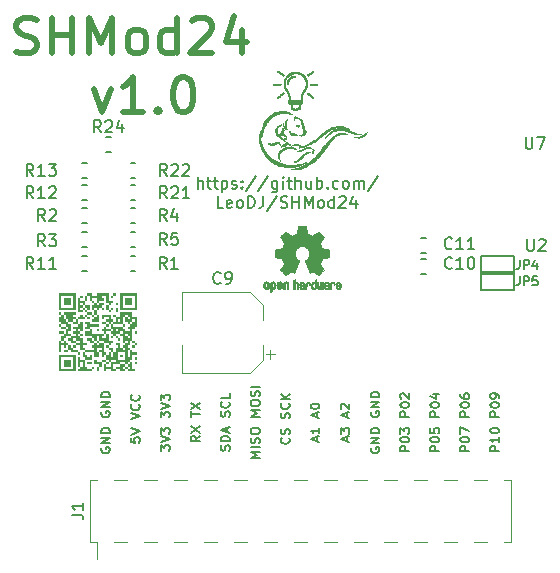
<source format=gbr>
G04 #@! TF.GenerationSoftware,KiCad,Pcbnew,(5.0.0-rc2-dev-744-gdfcdfe91f)*
G04 #@! TF.CreationDate,2018-07-03T22:34:29+02:00*
G04 #@! TF.ProjectId,SHMod24,53484D6F6432342E6B696361645F7063,rev?*
G04 #@! TF.SameCoordinates,Original*
G04 #@! TF.FileFunction,Legend,Top*
G04 #@! TF.FilePolarity,Positive*
%FSLAX46Y46*%
G04 Gerber Fmt 4.6, Leading zero omitted, Abs format (unit mm)*
G04 Created by KiCad (PCBNEW (5.0.0-rc2-dev-744-gdfcdfe91f)) date 07/03/18 22:34:29*
%MOMM*%
%LPD*%
G01*
G04 APERTURE LIST*
%ADD10C,0.150000*%
%ADD11C,0.500000*%
%ADD12C,0.100000*%
%ADD13C,0.010000*%
%ADD14C,0.120000*%
%ADD15C,0.152400*%
G04 APERTURE END LIST*
D10*
X59096000Y-100304333D02*
X59060523Y-100380523D01*
X59060523Y-100494809D01*
X59096000Y-100609095D01*
X59166952Y-100685285D01*
X59237904Y-100723380D01*
X59379809Y-100761476D01*
X59486238Y-100761476D01*
X59628142Y-100723380D01*
X59699095Y-100685285D01*
X59770047Y-100609095D01*
X59805523Y-100494809D01*
X59805523Y-100418619D01*
X59770047Y-100304333D01*
X59734571Y-100266238D01*
X59486238Y-100266238D01*
X59486238Y-100418619D01*
X59805523Y-99923380D02*
X59060523Y-99923380D01*
X59805523Y-99466238D01*
X59060523Y-99466238D01*
X59805523Y-99085285D02*
X59060523Y-99085285D01*
X59060523Y-98894809D01*
X59096000Y-98780523D01*
X59166952Y-98704333D01*
X59237904Y-98666238D01*
X59379809Y-98628142D01*
X59486238Y-98628142D01*
X59628142Y-98666238D01*
X59699095Y-98704333D01*
X59770047Y-98780523D01*
X59805523Y-98894809D01*
X59805523Y-99085285D01*
X59096000Y-97256714D02*
X59060523Y-97332904D01*
X59060523Y-97447190D01*
X59096000Y-97561476D01*
X59166952Y-97637666D01*
X59237904Y-97675761D01*
X59379809Y-97713857D01*
X59486238Y-97713857D01*
X59628142Y-97675761D01*
X59699095Y-97637666D01*
X59770047Y-97561476D01*
X59805523Y-97447190D01*
X59805523Y-97371000D01*
X59770047Y-97256714D01*
X59734571Y-97218619D01*
X59486238Y-97218619D01*
X59486238Y-97371000D01*
X59805523Y-96875761D02*
X59060523Y-96875761D01*
X59805523Y-96418619D01*
X59060523Y-96418619D01*
X59805523Y-96037666D02*
X59060523Y-96037666D01*
X59060523Y-95847190D01*
X59096000Y-95732904D01*
X59166952Y-95656714D01*
X59237904Y-95618619D01*
X59379809Y-95580523D01*
X59486238Y-95580523D01*
X59628142Y-95618619D01*
X59699095Y-95656714D01*
X59770047Y-95732904D01*
X59805523Y-95847190D01*
X59805523Y-96037666D01*
X61595523Y-99466238D02*
X61595523Y-99847190D01*
X61950285Y-99885285D01*
X61914809Y-99847190D01*
X61879333Y-99771000D01*
X61879333Y-99580523D01*
X61914809Y-99504333D01*
X61950285Y-99466238D01*
X62021238Y-99428142D01*
X62198619Y-99428142D01*
X62269571Y-99466238D01*
X62305047Y-99504333D01*
X62340523Y-99580523D01*
X62340523Y-99771000D01*
X62305047Y-99847190D01*
X62269571Y-99885285D01*
X61595523Y-99199571D02*
X62340523Y-98932904D01*
X61595523Y-98666238D01*
X61595523Y-97904333D02*
X62340523Y-97637666D01*
X61595523Y-97371000D01*
X62269571Y-96647190D02*
X62305047Y-96685285D01*
X62340523Y-96799571D01*
X62340523Y-96875761D01*
X62305047Y-96990047D01*
X62234095Y-97066238D01*
X62163142Y-97104333D01*
X62021238Y-97142428D01*
X61914809Y-97142428D01*
X61772904Y-97104333D01*
X61701952Y-97066238D01*
X61631000Y-96990047D01*
X61595523Y-96875761D01*
X61595523Y-96799571D01*
X61631000Y-96685285D01*
X61666476Y-96647190D01*
X62269571Y-95847190D02*
X62305047Y-95885285D01*
X62340523Y-95999571D01*
X62340523Y-96075761D01*
X62305047Y-96190047D01*
X62234095Y-96266238D01*
X62163142Y-96304333D01*
X62021238Y-96342428D01*
X61914809Y-96342428D01*
X61772904Y-96304333D01*
X61701952Y-96266238D01*
X61631000Y-96190047D01*
X61595523Y-96075761D01*
X61595523Y-95999571D01*
X61631000Y-95885285D01*
X61666476Y-95847190D01*
X64130523Y-100571000D02*
X64130523Y-100075761D01*
X64414333Y-100342428D01*
X64414333Y-100228142D01*
X64449809Y-100151952D01*
X64485285Y-100113857D01*
X64556238Y-100075761D01*
X64733619Y-100075761D01*
X64804571Y-100113857D01*
X64840047Y-100151952D01*
X64875523Y-100228142D01*
X64875523Y-100456714D01*
X64840047Y-100532904D01*
X64804571Y-100571000D01*
X64130523Y-99847190D02*
X64875523Y-99580523D01*
X64130523Y-99313857D01*
X64130523Y-99123380D02*
X64130523Y-98628142D01*
X64414333Y-98894809D01*
X64414333Y-98780523D01*
X64449809Y-98704333D01*
X64485285Y-98666238D01*
X64556238Y-98628142D01*
X64733619Y-98628142D01*
X64804571Y-98666238D01*
X64840047Y-98704333D01*
X64875523Y-98780523D01*
X64875523Y-99009095D01*
X64840047Y-99085285D01*
X64804571Y-99123380D01*
X64130523Y-97751952D02*
X64130523Y-97256714D01*
X64414333Y-97523380D01*
X64414333Y-97409095D01*
X64449809Y-97332904D01*
X64485285Y-97294809D01*
X64556238Y-97256714D01*
X64733619Y-97256714D01*
X64804571Y-97294809D01*
X64840047Y-97332904D01*
X64875523Y-97409095D01*
X64875523Y-97637666D01*
X64840047Y-97713857D01*
X64804571Y-97751952D01*
X64130523Y-97028142D02*
X64875523Y-96761476D01*
X64130523Y-96494809D01*
X64130523Y-96304333D02*
X64130523Y-95809095D01*
X64414333Y-96075761D01*
X64414333Y-95961476D01*
X64449809Y-95885285D01*
X64485285Y-95847190D01*
X64556238Y-95809095D01*
X64733619Y-95809095D01*
X64804571Y-95847190D01*
X64840047Y-95885285D01*
X64875523Y-95961476D01*
X64875523Y-96190047D01*
X64840047Y-96266238D01*
X64804571Y-96304333D01*
X67410523Y-99294809D02*
X67055761Y-99561476D01*
X67410523Y-99751952D02*
X66665523Y-99751952D01*
X66665523Y-99447190D01*
X66701000Y-99371000D01*
X66736476Y-99332904D01*
X66807428Y-99294809D01*
X66913857Y-99294809D01*
X66984809Y-99332904D01*
X67020285Y-99371000D01*
X67055761Y-99447190D01*
X67055761Y-99751952D01*
X66665523Y-99028142D02*
X67410523Y-98494809D01*
X66665523Y-98494809D02*
X67410523Y-99028142D01*
X66665523Y-97694809D02*
X66665523Y-97237666D01*
X67410523Y-97466238D02*
X66665523Y-97466238D01*
X66665523Y-97047190D02*
X67410523Y-96513857D01*
X66665523Y-96513857D02*
X67410523Y-97047190D01*
X69910047Y-100551952D02*
X69945523Y-100437666D01*
X69945523Y-100247190D01*
X69910047Y-100171000D01*
X69874571Y-100132904D01*
X69803619Y-100094809D01*
X69732666Y-100094809D01*
X69661714Y-100132904D01*
X69626238Y-100171000D01*
X69590761Y-100247190D01*
X69555285Y-100399571D01*
X69519809Y-100475761D01*
X69484333Y-100513857D01*
X69413380Y-100551952D01*
X69342428Y-100551952D01*
X69271476Y-100513857D01*
X69236000Y-100475761D01*
X69200523Y-100399571D01*
X69200523Y-100209095D01*
X69236000Y-100094809D01*
X69945523Y-99751952D02*
X69200523Y-99751952D01*
X69200523Y-99561476D01*
X69236000Y-99447190D01*
X69306952Y-99371000D01*
X69377904Y-99332904D01*
X69519809Y-99294809D01*
X69626238Y-99294809D01*
X69768142Y-99332904D01*
X69839095Y-99371000D01*
X69910047Y-99447190D01*
X69945523Y-99561476D01*
X69945523Y-99751952D01*
X69732666Y-98990047D02*
X69732666Y-98609095D01*
X69945523Y-99066238D02*
X69200523Y-98799571D01*
X69945523Y-98532904D01*
X69910047Y-97694809D02*
X69945523Y-97580523D01*
X69945523Y-97390047D01*
X69910047Y-97313857D01*
X69874571Y-97275761D01*
X69803619Y-97237666D01*
X69732666Y-97237666D01*
X69661714Y-97275761D01*
X69626238Y-97313857D01*
X69590761Y-97390047D01*
X69555285Y-97542428D01*
X69519809Y-97618619D01*
X69484333Y-97656714D01*
X69413380Y-97694809D01*
X69342428Y-97694809D01*
X69271476Y-97656714D01*
X69236000Y-97618619D01*
X69200523Y-97542428D01*
X69200523Y-97351952D01*
X69236000Y-97237666D01*
X69874571Y-96437666D02*
X69910047Y-96475761D01*
X69945523Y-96590047D01*
X69945523Y-96666238D01*
X69910047Y-96780523D01*
X69839095Y-96856714D01*
X69768142Y-96894809D01*
X69626238Y-96932904D01*
X69519809Y-96932904D01*
X69377904Y-96894809D01*
X69306952Y-96856714D01*
X69236000Y-96780523D01*
X69200523Y-96666238D01*
X69200523Y-96590047D01*
X69236000Y-96475761D01*
X69271476Y-96437666D01*
X69945523Y-95713857D02*
X69945523Y-96094809D01*
X69200523Y-96094809D01*
X72480523Y-101180523D02*
X71735523Y-101180523D01*
X72267666Y-100913857D01*
X71735523Y-100647190D01*
X72480523Y-100647190D01*
X72480523Y-100266238D02*
X71735523Y-100266238D01*
X72445047Y-99923380D02*
X72480523Y-99809095D01*
X72480523Y-99618619D01*
X72445047Y-99542428D01*
X72409571Y-99504333D01*
X72338619Y-99466238D01*
X72267666Y-99466238D01*
X72196714Y-99504333D01*
X72161238Y-99542428D01*
X72125761Y-99618619D01*
X72090285Y-99771000D01*
X72054809Y-99847190D01*
X72019333Y-99885285D01*
X71948380Y-99923380D01*
X71877428Y-99923380D01*
X71806476Y-99885285D01*
X71771000Y-99847190D01*
X71735523Y-99771000D01*
X71735523Y-99580523D01*
X71771000Y-99466238D01*
X71735523Y-98971000D02*
X71735523Y-98818619D01*
X71771000Y-98742428D01*
X71841952Y-98666238D01*
X71983857Y-98628142D01*
X72232190Y-98628142D01*
X72374095Y-98666238D01*
X72445047Y-98742428D01*
X72480523Y-98818619D01*
X72480523Y-98971000D01*
X72445047Y-99047190D01*
X72374095Y-99123380D01*
X72232190Y-99161476D01*
X71983857Y-99161476D01*
X71841952Y-99123380D01*
X71771000Y-99047190D01*
X71735523Y-98971000D01*
X72480523Y-97675761D02*
X71735523Y-97675761D01*
X72267666Y-97409095D01*
X71735523Y-97142428D01*
X72480523Y-97142428D01*
X71735523Y-96609095D02*
X71735523Y-96456714D01*
X71771000Y-96380523D01*
X71841952Y-96304333D01*
X71983857Y-96266238D01*
X72232190Y-96266238D01*
X72374095Y-96304333D01*
X72445047Y-96380523D01*
X72480523Y-96456714D01*
X72480523Y-96609095D01*
X72445047Y-96685285D01*
X72374095Y-96761476D01*
X72232190Y-96799571D01*
X71983857Y-96799571D01*
X71841952Y-96761476D01*
X71771000Y-96685285D01*
X71735523Y-96609095D01*
X72445047Y-95961476D02*
X72480523Y-95847190D01*
X72480523Y-95656714D01*
X72445047Y-95580523D01*
X72409571Y-95542428D01*
X72338619Y-95504333D01*
X72267666Y-95504333D01*
X72196714Y-95542428D01*
X72161238Y-95580523D01*
X72125761Y-95656714D01*
X72090285Y-95809095D01*
X72054809Y-95885285D01*
X72019333Y-95923380D01*
X71948380Y-95961476D01*
X71877428Y-95961476D01*
X71806476Y-95923380D01*
X71771000Y-95885285D01*
X71735523Y-95809095D01*
X71735523Y-95618619D01*
X71771000Y-95504333D01*
X72480523Y-95161476D02*
X71735523Y-95161476D01*
X74944571Y-99485285D02*
X74980047Y-99523380D01*
X75015523Y-99637666D01*
X75015523Y-99713857D01*
X74980047Y-99828142D01*
X74909095Y-99904333D01*
X74838142Y-99942428D01*
X74696238Y-99980523D01*
X74589809Y-99980523D01*
X74447904Y-99942428D01*
X74376952Y-99904333D01*
X74306000Y-99828142D01*
X74270523Y-99713857D01*
X74270523Y-99637666D01*
X74306000Y-99523380D01*
X74341476Y-99485285D01*
X74980047Y-99180523D02*
X75015523Y-99066238D01*
X75015523Y-98875761D01*
X74980047Y-98799571D01*
X74944571Y-98761476D01*
X74873619Y-98723380D01*
X74802666Y-98723380D01*
X74731714Y-98761476D01*
X74696238Y-98799571D01*
X74660761Y-98875761D01*
X74625285Y-99028142D01*
X74589809Y-99104333D01*
X74554333Y-99142428D01*
X74483380Y-99180523D01*
X74412428Y-99180523D01*
X74341476Y-99142428D01*
X74306000Y-99104333D01*
X74270523Y-99028142D01*
X74270523Y-98837666D01*
X74306000Y-98723380D01*
X74980047Y-97809095D02*
X75015523Y-97694809D01*
X75015523Y-97504333D01*
X74980047Y-97428142D01*
X74944571Y-97390047D01*
X74873619Y-97351952D01*
X74802666Y-97351952D01*
X74731714Y-97390047D01*
X74696238Y-97428142D01*
X74660761Y-97504333D01*
X74625285Y-97656714D01*
X74589809Y-97732904D01*
X74554333Y-97771000D01*
X74483380Y-97809095D01*
X74412428Y-97809095D01*
X74341476Y-97771000D01*
X74306000Y-97732904D01*
X74270523Y-97656714D01*
X74270523Y-97466238D01*
X74306000Y-97351952D01*
X74944571Y-96551952D02*
X74980047Y-96590047D01*
X75015523Y-96704333D01*
X75015523Y-96780523D01*
X74980047Y-96894809D01*
X74909095Y-96971000D01*
X74838142Y-97009095D01*
X74696238Y-97047190D01*
X74589809Y-97047190D01*
X74447904Y-97009095D01*
X74376952Y-96971000D01*
X74306000Y-96894809D01*
X74270523Y-96780523D01*
X74270523Y-96704333D01*
X74306000Y-96590047D01*
X74341476Y-96551952D01*
X75015523Y-96209095D02*
X74270523Y-96209095D01*
X75015523Y-95751952D02*
X74589809Y-96094809D01*
X74270523Y-95751952D02*
X74696238Y-96209095D01*
X77337666Y-99771000D02*
X77337666Y-99390047D01*
X77550523Y-99847190D02*
X76805523Y-99580523D01*
X77550523Y-99313857D01*
X77550523Y-98628142D02*
X77550523Y-99085285D01*
X77550523Y-98856714D02*
X76805523Y-98856714D01*
X76911952Y-98932904D01*
X76982904Y-99009095D01*
X77018380Y-99085285D01*
X77337666Y-97713857D02*
X77337666Y-97332904D01*
X77550523Y-97790047D02*
X76805523Y-97523380D01*
X77550523Y-97256714D01*
X76805523Y-96837666D02*
X76805523Y-96761476D01*
X76841000Y-96685285D01*
X76876476Y-96647190D01*
X76947428Y-96609095D01*
X77089333Y-96571000D01*
X77266714Y-96571000D01*
X77408619Y-96609095D01*
X77479571Y-96647190D01*
X77515047Y-96685285D01*
X77550523Y-96761476D01*
X77550523Y-96837666D01*
X77515047Y-96913857D01*
X77479571Y-96951952D01*
X77408619Y-96990047D01*
X77266714Y-97028142D01*
X77089333Y-97028142D01*
X76947428Y-96990047D01*
X76876476Y-96951952D01*
X76841000Y-96913857D01*
X76805523Y-96837666D01*
X79872666Y-99771000D02*
X79872666Y-99390047D01*
X80085523Y-99847190D02*
X79340523Y-99580523D01*
X80085523Y-99313857D01*
X79340523Y-99123380D02*
X79340523Y-98628142D01*
X79624333Y-98894809D01*
X79624333Y-98780523D01*
X79659809Y-98704333D01*
X79695285Y-98666238D01*
X79766238Y-98628142D01*
X79943619Y-98628142D01*
X80014571Y-98666238D01*
X80050047Y-98704333D01*
X80085523Y-98780523D01*
X80085523Y-99009095D01*
X80050047Y-99085285D01*
X80014571Y-99123380D01*
X79872666Y-97713857D02*
X79872666Y-97332904D01*
X80085523Y-97790047D02*
X79340523Y-97523380D01*
X80085523Y-97256714D01*
X79411476Y-97028142D02*
X79376000Y-96990047D01*
X79340523Y-96913857D01*
X79340523Y-96723380D01*
X79376000Y-96647190D01*
X79411476Y-96609095D01*
X79482428Y-96571000D01*
X79553380Y-96571000D01*
X79659809Y-96609095D01*
X80085523Y-97066238D01*
X80085523Y-96571000D01*
X81911000Y-100304333D02*
X81875523Y-100380523D01*
X81875523Y-100494809D01*
X81911000Y-100609095D01*
X81981952Y-100685285D01*
X82052904Y-100723380D01*
X82194809Y-100761476D01*
X82301238Y-100761476D01*
X82443142Y-100723380D01*
X82514095Y-100685285D01*
X82585047Y-100609095D01*
X82620523Y-100494809D01*
X82620523Y-100418619D01*
X82585047Y-100304333D01*
X82549571Y-100266238D01*
X82301238Y-100266238D01*
X82301238Y-100418619D01*
X82620523Y-99923380D02*
X81875523Y-99923380D01*
X82620523Y-99466238D01*
X81875523Y-99466238D01*
X82620523Y-99085285D02*
X81875523Y-99085285D01*
X81875523Y-98894809D01*
X81911000Y-98780523D01*
X81981952Y-98704333D01*
X82052904Y-98666238D01*
X82194809Y-98628142D01*
X82301238Y-98628142D01*
X82443142Y-98666238D01*
X82514095Y-98704333D01*
X82585047Y-98780523D01*
X82620523Y-98894809D01*
X82620523Y-99085285D01*
X81911000Y-97256714D02*
X81875523Y-97332904D01*
X81875523Y-97447190D01*
X81911000Y-97561476D01*
X81981952Y-97637666D01*
X82052904Y-97675761D01*
X82194809Y-97713857D01*
X82301238Y-97713857D01*
X82443142Y-97675761D01*
X82514095Y-97637666D01*
X82585047Y-97561476D01*
X82620523Y-97447190D01*
X82620523Y-97371000D01*
X82585047Y-97256714D01*
X82549571Y-97218619D01*
X82301238Y-97218619D01*
X82301238Y-97371000D01*
X82620523Y-96875761D02*
X81875523Y-96875761D01*
X82620523Y-96418619D01*
X81875523Y-96418619D01*
X82620523Y-96037666D02*
X81875523Y-96037666D01*
X81875523Y-95847190D01*
X81911000Y-95732904D01*
X81981952Y-95656714D01*
X82052904Y-95618619D01*
X82194809Y-95580523D01*
X82301238Y-95580523D01*
X82443142Y-95618619D01*
X82514095Y-95656714D01*
X82585047Y-95732904D01*
X82620523Y-95847190D01*
X82620523Y-96037666D01*
X85155523Y-100609095D02*
X84410523Y-100609095D01*
X84410523Y-100304333D01*
X84446000Y-100228142D01*
X84481476Y-100190047D01*
X84552428Y-100151952D01*
X84658857Y-100151952D01*
X84729809Y-100190047D01*
X84765285Y-100228142D01*
X84800761Y-100304333D01*
X84800761Y-100609095D01*
X84410523Y-99656714D02*
X84410523Y-99580523D01*
X84446000Y-99504333D01*
X84481476Y-99466238D01*
X84552428Y-99428142D01*
X84694333Y-99390047D01*
X84871714Y-99390047D01*
X85013619Y-99428142D01*
X85084571Y-99466238D01*
X85120047Y-99504333D01*
X85155523Y-99580523D01*
X85155523Y-99656714D01*
X85120047Y-99732904D01*
X85084571Y-99771000D01*
X85013619Y-99809095D01*
X84871714Y-99847190D01*
X84694333Y-99847190D01*
X84552428Y-99809095D01*
X84481476Y-99771000D01*
X84446000Y-99732904D01*
X84410523Y-99656714D01*
X84410523Y-99123380D02*
X84410523Y-98628142D01*
X84694333Y-98894809D01*
X84694333Y-98780523D01*
X84729809Y-98704333D01*
X84765285Y-98666238D01*
X84836238Y-98628142D01*
X85013619Y-98628142D01*
X85084571Y-98666238D01*
X85120047Y-98704333D01*
X85155523Y-98780523D01*
X85155523Y-99009095D01*
X85120047Y-99085285D01*
X85084571Y-99123380D01*
X85155523Y-97675761D02*
X84410523Y-97675761D01*
X84410523Y-97371000D01*
X84446000Y-97294809D01*
X84481476Y-97256714D01*
X84552428Y-97218619D01*
X84658857Y-97218619D01*
X84729809Y-97256714D01*
X84765285Y-97294809D01*
X84800761Y-97371000D01*
X84800761Y-97675761D01*
X84410523Y-96723380D02*
X84410523Y-96647190D01*
X84446000Y-96571000D01*
X84481476Y-96532904D01*
X84552428Y-96494809D01*
X84694333Y-96456714D01*
X84871714Y-96456714D01*
X85013619Y-96494809D01*
X85084571Y-96532904D01*
X85120047Y-96571000D01*
X85155523Y-96647190D01*
X85155523Y-96723380D01*
X85120047Y-96799571D01*
X85084571Y-96837666D01*
X85013619Y-96875761D01*
X84871714Y-96913857D01*
X84694333Y-96913857D01*
X84552428Y-96875761D01*
X84481476Y-96837666D01*
X84446000Y-96799571D01*
X84410523Y-96723380D01*
X84481476Y-96151952D02*
X84446000Y-96113857D01*
X84410523Y-96037666D01*
X84410523Y-95847190D01*
X84446000Y-95771000D01*
X84481476Y-95732904D01*
X84552428Y-95694809D01*
X84623380Y-95694809D01*
X84729809Y-95732904D01*
X85155523Y-96190047D01*
X85155523Y-95694809D01*
X87690523Y-100609095D02*
X86945523Y-100609095D01*
X86945523Y-100304333D01*
X86981000Y-100228142D01*
X87016476Y-100190047D01*
X87087428Y-100151952D01*
X87193857Y-100151952D01*
X87264809Y-100190047D01*
X87300285Y-100228142D01*
X87335761Y-100304333D01*
X87335761Y-100609095D01*
X86945523Y-99656714D02*
X86945523Y-99580523D01*
X86981000Y-99504333D01*
X87016476Y-99466238D01*
X87087428Y-99428142D01*
X87229333Y-99390047D01*
X87406714Y-99390047D01*
X87548619Y-99428142D01*
X87619571Y-99466238D01*
X87655047Y-99504333D01*
X87690523Y-99580523D01*
X87690523Y-99656714D01*
X87655047Y-99732904D01*
X87619571Y-99771000D01*
X87548619Y-99809095D01*
X87406714Y-99847190D01*
X87229333Y-99847190D01*
X87087428Y-99809095D01*
X87016476Y-99771000D01*
X86981000Y-99732904D01*
X86945523Y-99656714D01*
X86945523Y-98666238D02*
X86945523Y-99047190D01*
X87300285Y-99085285D01*
X87264809Y-99047190D01*
X87229333Y-98971000D01*
X87229333Y-98780523D01*
X87264809Y-98704333D01*
X87300285Y-98666238D01*
X87371238Y-98628142D01*
X87548619Y-98628142D01*
X87619571Y-98666238D01*
X87655047Y-98704333D01*
X87690523Y-98780523D01*
X87690523Y-98971000D01*
X87655047Y-99047190D01*
X87619571Y-99085285D01*
X87690523Y-97675761D02*
X86945523Y-97675761D01*
X86945523Y-97371000D01*
X86981000Y-97294809D01*
X87016476Y-97256714D01*
X87087428Y-97218619D01*
X87193857Y-97218619D01*
X87264809Y-97256714D01*
X87300285Y-97294809D01*
X87335761Y-97371000D01*
X87335761Y-97675761D01*
X86945523Y-96723380D02*
X86945523Y-96647190D01*
X86981000Y-96571000D01*
X87016476Y-96532904D01*
X87087428Y-96494809D01*
X87229333Y-96456714D01*
X87406714Y-96456714D01*
X87548619Y-96494809D01*
X87619571Y-96532904D01*
X87655047Y-96571000D01*
X87690523Y-96647190D01*
X87690523Y-96723380D01*
X87655047Y-96799571D01*
X87619571Y-96837666D01*
X87548619Y-96875761D01*
X87406714Y-96913857D01*
X87229333Y-96913857D01*
X87087428Y-96875761D01*
X87016476Y-96837666D01*
X86981000Y-96799571D01*
X86945523Y-96723380D01*
X87193857Y-95771000D02*
X87690523Y-95771000D01*
X86910047Y-95961476D02*
X87442190Y-96151952D01*
X87442190Y-95656714D01*
X90225523Y-100609095D02*
X89480523Y-100609095D01*
X89480523Y-100304333D01*
X89516000Y-100228142D01*
X89551476Y-100190047D01*
X89622428Y-100151952D01*
X89728857Y-100151952D01*
X89799809Y-100190047D01*
X89835285Y-100228142D01*
X89870761Y-100304333D01*
X89870761Y-100609095D01*
X89480523Y-99656714D02*
X89480523Y-99580523D01*
X89516000Y-99504333D01*
X89551476Y-99466238D01*
X89622428Y-99428142D01*
X89764333Y-99390047D01*
X89941714Y-99390047D01*
X90083619Y-99428142D01*
X90154571Y-99466238D01*
X90190047Y-99504333D01*
X90225523Y-99580523D01*
X90225523Y-99656714D01*
X90190047Y-99732904D01*
X90154571Y-99771000D01*
X90083619Y-99809095D01*
X89941714Y-99847190D01*
X89764333Y-99847190D01*
X89622428Y-99809095D01*
X89551476Y-99771000D01*
X89516000Y-99732904D01*
X89480523Y-99656714D01*
X89480523Y-99123380D02*
X89480523Y-98590047D01*
X90225523Y-98932904D01*
X90225523Y-97675761D02*
X89480523Y-97675761D01*
X89480523Y-97371000D01*
X89516000Y-97294809D01*
X89551476Y-97256714D01*
X89622428Y-97218619D01*
X89728857Y-97218619D01*
X89799809Y-97256714D01*
X89835285Y-97294809D01*
X89870761Y-97371000D01*
X89870761Y-97675761D01*
X89480523Y-96723380D02*
X89480523Y-96647190D01*
X89516000Y-96571000D01*
X89551476Y-96532904D01*
X89622428Y-96494809D01*
X89764333Y-96456714D01*
X89941714Y-96456714D01*
X90083619Y-96494809D01*
X90154571Y-96532904D01*
X90190047Y-96571000D01*
X90225523Y-96647190D01*
X90225523Y-96723380D01*
X90190047Y-96799571D01*
X90154571Y-96837666D01*
X90083619Y-96875761D01*
X89941714Y-96913857D01*
X89764333Y-96913857D01*
X89622428Y-96875761D01*
X89551476Y-96837666D01*
X89516000Y-96799571D01*
X89480523Y-96723380D01*
X89480523Y-95771000D02*
X89480523Y-95923380D01*
X89516000Y-95999571D01*
X89551476Y-96037666D01*
X89657904Y-96113857D01*
X89799809Y-96151952D01*
X90083619Y-96151952D01*
X90154571Y-96113857D01*
X90190047Y-96075761D01*
X90225523Y-95999571D01*
X90225523Y-95847190D01*
X90190047Y-95771000D01*
X90154571Y-95732904D01*
X90083619Y-95694809D01*
X89906238Y-95694809D01*
X89835285Y-95732904D01*
X89799809Y-95771000D01*
X89764333Y-95847190D01*
X89764333Y-95999571D01*
X89799809Y-96075761D01*
X89835285Y-96113857D01*
X89906238Y-96151952D01*
X92760523Y-100609095D02*
X92015523Y-100609095D01*
X92015523Y-100304333D01*
X92051000Y-100228142D01*
X92086476Y-100190047D01*
X92157428Y-100151952D01*
X92263857Y-100151952D01*
X92334809Y-100190047D01*
X92370285Y-100228142D01*
X92405761Y-100304333D01*
X92405761Y-100609095D01*
X92760523Y-99390047D02*
X92760523Y-99847190D01*
X92760523Y-99618619D02*
X92015523Y-99618619D01*
X92121952Y-99694809D01*
X92192904Y-99771000D01*
X92228380Y-99847190D01*
X92015523Y-98894809D02*
X92015523Y-98818619D01*
X92051000Y-98742428D01*
X92086476Y-98704333D01*
X92157428Y-98666238D01*
X92299333Y-98628142D01*
X92476714Y-98628142D01*
X92618619Y-98666238D01*
X92689571Y-98704333D01*
X92725047Y-98742428D01*
X92760523Y-98818619D01*
X92760523Y-98894809D01*
X92725047Y-98971000D01*
X92689571Y-99009095D01*
X92618619Y-99047190D01*
X92476714Y-99085285D01*
X92299333Y-99085285D01*
X92157428Y-99047190D01*
X92086476Y-99009095D01*
X92051000Y-98971000D01*
X92015523Y-98894809D01*
X92760523Y-97675761D02*
X92015523Y-97675761D01*
X92015523Y-97371000D01*
X92051000Y-97294809D01*
X92086476Y-97256714D01*
X92157428Y-97218619D01*
X92263857Y-97218619D01*
X92334809Y-97256714D01*
X92370285Y-97294809D01*
X92405761Y-97371000D01*
X92405761Y-97675761D01*
X92015523Y-96723380D02*
X92015523Y-96647190D01*
X92051000Y-96571000D01*
X92086476Y-96532904D01*
X92157428Y-96494809D01*
X92299333Y-96456714D01*
X92476714Y-96456714D01*
X92618619Y-96494809D01*
X92689571Y-96532904D01*
X92725047Y-96571000D01*
X92760523Y-96647190D01*
X92760523Y-96723380D01*
X92725047Y-96799571D01*
X92689571Y-96837666D01*
X92618619Y-96875761D01*
X92476714Y-96913857D01*
X92299333Y-96913857D01*
X92157428Y-96875761D01*
X92086476Y-96837666D01*
X92051000Y-96799571D01*
X92015523Y-96723380D01*
X92760523Y-96075761D02*
X92760523Y-95923380D01*
X92725047Y-95847190D01*
X92689571Y-95809095D01*
X92583142Y-95732904D01*
X92441238Y-95694809D01*
X92157428Y-95694809D01*
X92086476Y-95732904D01*
X92051000Y-95771000D01*
X92015523Y-95847190D01*
X92015523Y-95999571D01*
X92051000Y-96075761D01*
X92086476Y-96113857D01*
X92157428Y-96151952D01*
X92334809Y-96151952D01*
X92405761Y-96113857D01*
X92441238Y-96075761D01*
X92476714Y-95999571D01*
X92476714Y-95847190D01*
X92441238Y-95771000D01*
X92405761Y-95732904D01*
X92334809Y-95694809D01*
X67231571Y-78367380D02*
X67231571Y-77367380D01*
X67660142Y-78367380D02*
X67660142Y-77843571D01*
X67612523Y-77748333D01*
X67517285Y-77700714D01*
X67374428Y-77700714D01*
X67279190Y-77748333D01*
X67231571Y-77795952D01*
X67993476Y-77700714D02*
X68374428Y-77700714D01*
X68136333Y-77367380D02*
X68136333Y-78224523D01*
X68183952Y-78319761D01*
X68279190Y-78367380D01*
X68374428Y-78367380D01*
X68564904Y-77700714D02*
X68945857Y-77700714D01*
X68707761Y-77367380D02*
X68707761Y-78224523D01*
X68755380Y-78319761D01*
X68850619Y-78367380D01*
X68945857Y-78367380D01*
X69279190Y-77700714D02*
X69279190Y-78700714D01*
X69279190Y-77748333D02*
X69374428Y-77700714D01*
X69564904Y-77700714D01*
X69660142Y-77748333D01*
X69707761Y-77795952D01*
X69755380Y-77891190D01*
X69755380Y-78176904D01*
X69707761Y-78272142D01*
X69660142Y-78319761D01*
X69564904Y-78367380D01*
X69374428Y-78367380D01*
X69279190Y-78319761D01*
X70136333Y-78319761D02*
X70231571Y-78367380D01*
X70422047Y-78367380D01*
X70517285Y-78319761D01*
X70564904Y-78224523D01*
X70564904Y-78176904D01*
X70517285Y-78081666D01*
X70422047Y-78034047D01*
X70279190Y-78034047D01*
X70183952Y-77986428D01*
X70136333Y-77891190D01*
X70136333Y-77843571D01*
X70183952Y-77748333D01*
X70279190Y-77700714D01*
X70422047Y-77700714D01*
X70517285Y-77748333D01*
X70993476Y-78272142D02*
X71041095Y-78319761D01*
X70993476Y-78367380D01*
X70945857Y-78319761D01*
X70993476Y-78272142D01*
X70993476Y-78367380D01*
X70993476Y-77748333D02*
X71041095Y-77795952D01*
X70993476Y-77843571D01*
X70945857Y-77795952D01*
X70993476Y-77748333D01*
X70993476Y-77843571D01*
X72183952Y-77319761D02*
X71326809Y-78605476D01*
X73231571Y-77319761D02*
X72374428Y-78605476D01*
X73993476Y-77700714D02*
X73993476Y-78510238D01*
X73945857Y-78605476D01*
X73898238Y-78653095D01*
X73803000Y-78700714D01*
X73660142Y-78700714D01*
X73564904Y-78653095D01*
X73993476Y-78319761D02*
X73898238Y-78367380D01*
X73707761Y-78367380D01*
X73612523Y-78319761D01*
X73564904Y-78272142D01*
X73517285Y-78176904D01*
X73517285Y-77891190D01*
X73564904Y-77795952D01*
X73612523Y-77748333D01*
X73707761Y-77700714D01*
X73898238Y-77700714D01*
X73993476Y-77748333D01*
X74469666Y-78367380D02*
X74469666Y-77700714D01*
X74469666Y-77367380D02*
X74422047Y-77415000D01*
X74469666Y-77462619D01*
X74517285Y-77415000D01*
X74469666Y-77367380D01*
X74469666Y-77462619D01*
X74803000Y-77700714D02*
X75183952Y-77700714D01*
X74945857Y-77367380D02*
X74945857Y-78224523D01*
X74993476Y-78319761D01*
X75088714Y-78367380D01*
X75183952Y-78367380D01*
X75517285Y-78367380D02*
X75517285Y-77367380D01*
X75945857Y-78367380D02*
X75945857Y-77843571D01*
X75898238Y-77748333D01*
X75803000Y-77700714D01*
X75660142Y-77700714D01*
X75564904Y-77748333D01*
X75517285Y-77795952D01*
X76850619Y-77700714D02*
X76850619Y-78367380D01*
X76422047Y-77700714D02*
X76422047Y-78224523D01*
X76469666Y-78319761D01*
X76564904Y-78367380D01*
X76707761Y-78367380D01*
X76803000Y-78319761D01*
X76850619Y-78272142D01*
X77326809Y-78367380D02*
X77326809Y-77367380D01*
X77326809Y-77748333D02*
X77422047Y-77700714D01*
X77612523Y-77700714D01*
X77707761Y-77748333D01*
X77755380Y-77795952D01*
X77803000Y-77891190D01*
X77803000Y-78176904D01*
X77755380Y-78272142D01*
X77707761Y-78319761D01*
X77612523Y-78367380D01*
X77422047Y-78367380D01*
X77326809Y-78319761D01*
X78231571Y-78272142D02*
X78279190Y-78319761D01*
X78231571Y-78367380D01*
X78183952Y-78319761D01*
X78231571Y-78272142D01*
X78231571Y-78367380D01*
X79136333Y-78319761D02*
X79041095Y-78367380D01*
X78850619Y-78367380D01*
X78755380Y-78319761D01*
X78707761Y-78272142D01*
X78660142Y-78176904D01*
X78660142Y-77891190D01*
X78707761Y-77795952D01*
X78755380Y-77748333D01*
X78850619Y-77700714D01*
X79041095Y-77700714D01*
X79136333Y-77748333D01*
X79707761Y-78367380D02*
X79612523Y-78319761D01*
X79564904Y-78272142D01*
X79517285Y-78176904D01*
X79517285Y-77891190D01*
X79564904Y-77795952D01*
X79612523Y-77748333D01*
X79707761Y-77700714D01*
X79850619Y-77700714D01*
X79945857Y-77748333D01*
X79993476Y-77795952D01*
X80041095Y-77891190D01*
X80041095Y-78176904D01*
X79993476Y-78272142D01*
X79945857Y-78319761D01*
X79850619Y-78367380D01*
X79707761Y-78367380D01*
X80469666Y-78367380D02*
X80469666Y-77700714D01*
X80469666Y-77795952D02*
X80517285Y-77748333D01*
X80612523Y-77700714D01*
X80755380Y-77700714D01*
X80850619Y-77748333D01*
X80898238Y-77843571D01*
X80898238Y-78367380D01*
X80898238Y-77843571D02*
X80945857Y-77748333D01*
X81041095Y-77700714D01*
X81183952Y-77700714D01*
X81279190Y-77748333D01*
X81326809Y-77843571D01*
X81326809Y-78367380D01*
X82517285Y-77319761D02*
X81660142Y-78605476D01*
X69398238Y-80017380D02*
X68922047Y-80017380D01*
X68922047Y-79017380D01*
X70112523Y-79969761D02*
X70017285Y-80017380D01*
X69826809Y-80017380D01*
X69731571Y-79969761D01*
X69683952Y-79874523D01*
X69683952Y-79493571D01*
X69731571Y-79398333D01*
X69826809Y-79350714D01*
X70017285Y-79350714D01*
X70112523Y-79398333D01*
X70160142Y-79493571D01*
X70160142Y-79588809D01*
X69683952Y-79684047D01*
X70731571Y-80017380D02*
X70636333Y-79969761D01*
X70588714Y-79922142D01*
X70541095Y-79826904D01*
X70541095Y-79541190D01*
X70588714Y-79445952D01*
X70636333Y-79398333D01*
X70731571Y-79350714D01*
X70874428Y-79350714D01*
X70969666Y-79398333D01*
X71017285Y-79445952D01*
X71064904Y-79541190D01*
X71064904Y-79826904D01*
X71017285Y-79922142D01*
X70969666Y-79969761D01*
X70874428Y-80017380D01*
X70731571Y-80017380D01*
X71493476Y-80017380D02*
X71493476Y-79017380D01*
X71731571Y-79017380D01*
X71874428Y-79065000D01*
X71969666Y-79160238D01*
X72017285Y-79255476D01*
X72064904Y-79445952D01*
X72064904Y-79588809D01*
X72017285Y-79779285D01*
X71969666Y-79874523D01*
X71874428Y-79969761D01*
X71731571Y-80017380D01*
X71493476Y-80017380D01*
X72779190Y-79017380D02*
X72779190Y-79731666D01*
X72731571Y-79874523D01*
X72636333Y-79969761D01*
X72493476Y-80017380D01*
X72398238Y-80017380D01*
X73969666Y-78969761D02*
X73112523Y-80255476D01*
X74255380Y-79969761D02*
X74398238Y-80017380D01*
X74636333Y-80017380D01*
X74731571Y-79969761D01*
X74779190Y-79922142D01*
X74826809Y-79826904D01*
X74826809Y-79731666D01*
X74779190Y-79636428D01*
X74731571Y-79588809D01*
X74636333Y-79541190D01*
X74445857Y-79493571D01*
X74350619Y-79445952D01*
X74303000Y-79398333D01*
X74255380Y-79303095D01*
X74255380Y-79207857D01*
X74303000Y-79112619D01*
X74350619Y-79065000D01*
X74445857Y-79017380D01*
X74683952Y-79017380D01*
X74826809Y-79065000D01*
X75255380Y-80017380D02*
X75255380Y-79017380D01*
X75255380Y-79493571D02*
X75826809Y-79493571D01*
X75826809Y-80017380D02*
X75826809Y-79017380D01*
X76303000Y-80017380D02*
X76303000Y-79017380D01*
X76636333Y-79731666D01*
X76969666Y-79017380D01*
X76969666Y-80017380D01*
X77588714Y-80017380D02*
X77493476Y-79969761D01*
X77445857Y-79922142D01*
X77398238Y-79826904D01*
X77398238Y-79541190D01*
X77445857Y-79445952D01*
X77493476Y-79398333D01*
X77588714Y-79350714D01*
X77731571Y-79350714D01*
X77826809Y-79398333D01*
X77874428Y-79445952D01*
X77922047Y-79541190D01*
X77922047Y-79826904D01*
X77874428Y-79922142D01*
X77826809Y-79969761D01*
X77731571Y-80017380D01*
X77588714Y-80017380D01*
X78779190Y-80017380D02*
X78779190Y-79017380D01*
X78779190Y-79969761D02*
X78683952Y-80017380D01*
X78493476Y-80017380D01*
X78398238Y-79969761D01*
X78350619Y-79922142D01*
X78303000Y-79826904D01*
X78303000Y-79541190D01*
X78350619Y-79445952D01*
X78398238Y-79398333D01*
X78493476Y-79350714D01*
X78683952Y-79350714D01*
X78779190Y-79398333D01*
X79207761Y-79112619D02*
X79255380Y-79065000D01*
X79350619Y-79017380D01*
X79588714Y-79017380D01*
X79683952Y-79065000D01*
X79731571Y-79112619D01*
X79779190Y-79207857D01*
X79779190Y-79303095D01*
X79731571Y-79445952D01*
X79160142Y-80017380D01*
X79779190Y-80017380D01*
X80636333Y-79350714D02*
X80636333Y-80017380D01*
X80398238Y-78969761D02*
X80160142Y-79684047D01*
X80779190Y-79684047D01*
D11*
X51880857Y-66786285D02*
X52309428Y-66929142D01*
X53023714Y-66929142D01*
X53309428Y-66786285D01*
X53452285Y-66643428D01*
X53595142Y-66357714D01*
X53595142Y-66072000D01*
X53452285Y-65786285D01*
X53309428Y-65643428D01*
X53023714Y-65500571D01*
X52452285Y-65357714D01*
X52166571Y-65214857D01*
X52023714Y-65072000D01*
X51880857Y-64786285D01*
X51880857Y-64500571D01*
X52023714Y-64214857D01*
X52166571Y-64072000D01*
X52452285Y-63929142D01*
X53166571Y-63929142D01*
X53595142Y-64072000D01*
X54880857Y-66929142D02*
X54880857Y-63929142D01*
X54880857Y-65357714D02*
X56595142Y-65357714D01*
X56595142Y-66929142D02*
X56595142Y-63929142D01*
X58023714Y-66929142D02*
X58023714Y-63929142D01*
X59023714Y-66072000D01*
X60023714Y-63929142D01*
X60023714Y-66929142D01*
X61880857Y-66929142D02*
X61595142Y-66786285D01*
X61452285Y-66643428D01*
X61309428Y-66357714D01*
X61309428Y-65500571D01*
X61452285Y-65214857D01*
X61595142Y-65072000D01*
X61880857Y-64929142D01*
X62309428Y-64929142D01*
X62595142Y-65072000D01*
X62737999Y-65214857D01*
X62880857Y-65500571D01*
X62880857Y-66357714D01*
X62737999Y-66643428D01*
X62595142Y-66786285D01*
X62309428Y-66929142D01*
X61880857Y-66929142D01*
X65452285Y-66929142D02*
X65452285Y-63929142D01*
X65452285Y-66786285D02*
X65166571Y-66929142D01*
X64595142Y-66929142D01*
X64309428Y-66786285D01*
X64166571Y-66643428D01*
X64023714Y-66357714D01*
X64023714Y-65500571D01*
X64166571Y-65214857D01*
X64309428Y-65072000D01*
X64595142Y-64929142D01*
X65166571Y-64929142D01*
X65452285Y-65072000D01*
X66737999Y-64214857D02*
X66880857Y-64072000D01*
X67166571Y-63929142D01*
X67880857Y-63929142D01*
X68166571Y-64072000D01*
X68309428Y-64214857D01*
X68452285Y-64500571D01*
X68452285Y-64786285D01*
X68309428Y-65214857D01*
X66595142Y-66929142D01*
X68452285Y-66929142D01*
X71023714Y-64929142D02*
X71023714Y-66929142D01*
X70309428Y-63786285D02*
X69595142Y-65929142D01*
X71452285Y-65929142D01*
X58452285Y-69929142D02*
X59166571Y-71929142D01*
X59880857Y-69929142D01*
X62595142Y-71929142D02*
X60880857Y-71929142D01*
X61738000Y-71929142D02*
X61738000Y-68929142D01*
X61452285Y-69357714D01*
X61166571Y-69643428D01*
X60880857Y-69786285D01*
X63880857Y-71643428D02*
X64023714Y-71786285D01*
X63880857Y-71929142D01*
X63738000Y-71786285D01*
X63880857Y-71643428D01*
X63880857Y-71929142D01*
X65880857Y-68929142D02*
X66166571Y-68929142D01*
X66452285Y-69072000D01*
X66595142Y-69214857D01*
X66738000Y-69500571D01*
X66880857Y-70072000D01*
X66880857Y-70786285D01*
X66738000Y-71357714D01*
X66595142Y-71643428D01*
X66452285Y-71786285D01*
X66166571Y-71929142D01*
X65880857Y-71929142D01*
X65595142Y-71786285D01*
X65452285Y-71643428D01*
X65309428Y-71357714D01*
X65166571Y-70786285D01*
X65166571Y-70072000D01*
X65309428Y-69500571D01*
X65452285Y-69214857D01*
X65595142Y-69072000D01*
X65880857Y-68929142D01*
D12*
G36*
X55701000Y-87451000D02*
X55701000Y-87251000D01*
X55501000Y-87251000D01*
X55501000Y-87451000D01*
X55701000Y-87451000D01*
G37*
G36*
X55901000Y-87451000D02*
X55901000Y-87251000D01*
X55701000Y-87251000D01*
X55701000Y-87451000D01*
X55901000Y-87451000D01*
G37*
G36*
X56101000Y-87451000D02*
X56101000Y-87251000D01*
X55901000Y-87251000D01*
X55901000Y-87451000D01*
X56101000Y-87451000D01*
G37*
G36*
X56301000Y-87451000D02*
X56301000Y-87251000D01*
X56101000Y-87251000D01*
X56101000Y-87451000D01*
X56301000Y-87451000D01*
G37*
G36*
X56501000Y-87451000D02*
X56501000Y-87251000D01*
X56301000Y-87251000D01*
X56301000Y-87451000D01*
X56501000Y-87451000D01*
G37*
G36*
X56701000Y-87451000D02*
X56701000Y-87251000D01*
X56501000Y-87251000D01*
X56501000Y-87451000D01*
X56701000Y-87451000D01*
G37*
G36*
X56901000Y-87451000D02*
X56901000Y-87251000D01*
X56701000Y-87251000D01*
X56701000Y-87451000D01*
X56901000Y-87451000D01*
G37*
G36*
X58101000Y-87451000D02*
X58101000Y-87251000D01*
X57901000Y-87251000D01*
X57901000Y-87451000D01*
X58101000Y-87451000D01*
G37*
G36*
X58301000Y-87451000D02*
X58301000Y-87251000D01*
X58101000Y-87251000D01*
X58101000Y-87451000D01*
X58301000Y-87451000D01*
G37*
G36*
X58901000Y-87451000D02*
X58901000Y-87251000D01*
X58701000Y-87251000D01*
X58701000Y-87451000D01*
X58901000Y-87451000D01*
G37*
G36*
X59101000Y-87451000D02*
X59101000Y-87251000D01*
X58901000Y-87251000D01*
X58901000Y-87451000D01*
X59101000Y-87451000D01*
G37*
G36*
X59301000Y-87451000D02*
X59301000Y-87251000D01*
X59101000Y-87251000D01*
X59101000Y-87451000D01*
X59301000Y-87451000D01*
G37*
G36*
X59501000Y-87451000D02*
X59501000Y-87251000D01*
X59301000Y-87251000D01*
X59301000Y-87451000D01*
X59501000Y-87451000D01*
G37*
G36*
X59701000Y-87451000D02*
X59701000Y-87251000D01*
X59501000Y-87251000D01*
X59501000Y-87451000D01*
X59701000Y-87451000D01*
G37*
G36*
X60301000Y-87451000D02*
X60301000Y-87251000D01*
X60101000Y-87251000D01*
X60101000Y-87451000D01*
X60301000Y-87451000D01*
G37*
G36*
X60901000Y-87451000D02*
X60901000Y-87251000D01*
X60701000Y-87251000D01*
X60701000Y-87451000D01*
X60901000Y-87451000D01*
G37*
G36*
X61101000Y-87451000D02*
X61101000Y-87251000D01*
X60901000Y-87251000D01*
X60901000Y-87451000D01*
X61101000Y-87451000D01*
G37*
G36*
X61301000Y-87451000D02*
X61301000Y-87251000D01*
X61101000Y-87251000D01*
X61101000Y-87451000D01*
X61301000Y-87451000D01*
G37*
G36*
X61501000Y-87451000D02*
X61501000Y-87251000D01*
X61301000Y-87251000D01*
X61301000Y-87451000D01*
X61501000Y-87451000D01*
G37*
G36*
X61701000Y-87451000D02*
X61701000Y-87251000D01*
X61501000Y-87251000D01*
X61501000Y-87451000D01*
X61701000Y-87451000D01*
G37*
G36*
X61901000Y-87451000D02*
X61901000Y-87251000D01*
X61701000Y-87251000D01*
X61701000Y-87451000D01*
X61901000Y-87451000D01*
G37*
G36*
X62101000Y-87451000D02*
X62101000Y-87251000D01*
X61901000Y-87251000D01*
X61901000Y-87451000D01*
X62101000Y-87451000D01*
G37*
G36*
X55701000Y-87651000D02*
X55701000Y-87451000D01*
X55501000Y-87451000D01*
X55501000Y-87651000D01*
X55701000Y-87651000D01*
G37*
G36*
X56901000Y-87651000D02*
X56901000Y-87451000D01*
X56701000Y-87451000D01*
X56701000Y-87651000D01*
X56901000Y-87651000D01*
G37*
G36*
X57501000Y-87651000D02*
X57501000Y-87451000D01*
X57301000Y-87451000D01*
X57301000Y-87651000D01*
X57501000Y-87651000D01*
G37*
G36*
X57901000Y-87651000D02*
X57901000Y-87451000D01*
X57701000Y-87451000D01*
X57701000Y-87651000D01*
X57901000Y-87651000D01*
G37*
G36*
X58301000Y-87651000D02*
X58301000Y-87451000D01*
X58101000Y-87451000D01*
X58101000Y-87651000D01*
X58301000Y-87651000D01*
G37*
G36*
X58501000Y-87651000D02*
X58501000Y-87451000D01*
X58301000Y-87451000D01*
X58301000Y-87651000D01*
X58501000Y-87651000D01*
G37*
G36*
X58701000Y-87651000D02*
X58701000Y-87451000D01*
X58501000Y-87451000D01*
X58501000Y-87651000D01*
X58701000Y-87651000D01*
G37*
G36*
X58901000Y-87651000D02*
X58901000Y-87451000D01*
X58701000Y-87451000D01*
X58701000Y-87651000D01*
X58901000Y-87651000D01*
G37*
G36*
X59101000Y-87651000D02*
X59101000Y-87451000D01*
X58901000Y-87451000D01*
X58901000Y-87651000D01*
X59101000Y-87651000D01*
G37*
G36*
X59701000Y-87651000D02*
X59701000Y-87451000D01*
X59501000Y-87451000D01*
X59501000Y-87651000D01*
X59701000Y-87651000D01*
G37*
G36*
X60101000Y-87651000D02*
X60101000Y-87451000D01*
X59901000Y-87451000D01*
X59901000Y-87651000D01*
X60101000Y-87651000D01*
G37*
G36*
X60901000Y-87651000D02*
X60901000Y-87451000D01*
X60701000Y-87451000D01*
X60701000Y-87651000D01*
X60901000Y-87651000D01*
G37*
G36*
X62101000Y-87651000D02*
X62101000Y-87451000D01*
X61901000Y-87451000D01*
X61901000Y-87651000D01*
X62101000Y-87651000D01*
G37*
G36*
X55701000Y-87851000D02*
X55701000Y-87651000D01*
X55501000Y-87651000D01*
X55501000Y-87851000D01*
X55701000Y-87851000D01*
G37*
G36*
X56101000Y-87851000D02*
X56101000Y-87651000D01*
X55901000Y-87651000D01*
X55901000Y-87851000D01*
X56101000Y-87851000D01*
G37*
G36*
X56301000Y-87851000D02*
X56301000Y-87651000D01*
X56101000Y-87651000D01*
X56101000Y-87851000D01*
X56301000Y-87851000D01*
G37*
G36*
X56501000Y-87851000D02*
X56501000Y-87651000D01*
X56301000Y-87651000D01*
X56301000Y-87851000D01*
X56501000Y-87851000D01*
G37*
G36*
X56901000Y-87851000D02*
X56901000Y-87651000D01*
X56701000Y-87651000D01*
X56701000Y-87851000D01*
X56901000Y-87851000D01*
G37*
G36*
X57301000Y-87851000D02*
X57301000Y-87651000D01*
X57101000Y-87651000D01*
X57101000Y-87851000D01*
X57301000Y-87851000D01*
G37*
G36*
X57901000Y-87851000D02*
X57901000Y-87651000D01*
X57701000Y-87651000D01*
X57701000Y-87851000D01*
X57901000Y-87851000D01*
G37*
G36*
X58301000Y-87851000D02*
X58301000Y-87651000D01*
X58101000Y-87651000D01*
X58101000Y-87851000D01*
X58301000Y-87851000D01*
G37*
G36*
X58901000Y-87851000D02*
X58901000Y-87651000D01*
X58701000Y-87651000D01*
X58701000Y-87851000D01*
X58901000Y-87851000D01*
G37*
G36*
X59101000Y-87851000D02*
X59101000Y-87651000D01*
X58901000Y-87651000D01*
X58901000Y-87851000D01*
X59101000Y-87851000D01*
G37*
G36*
X59301000Y-87851000D02*
X59301000Y-87651000D01*
X59101000Y-87651000D01*
X59101000Y-87851000D01*
X59301000Y-87851000D01*
G37*
G36*
X59701000Y-87851000D02*
X59701000Y-87651000D01*
X59501000Y-87651000D01*
X59501000Y-87851000D01*
X59701000Y-87851000D01*
G37*
G36*
X60901000Y-87851000D02*
X60901000Y-87651000D01*
X60701000Y-87651000D01*
X60701000Y-87851000D01*
X60901000Y-87851000D01*
G37*
G36*
X61301000Y-87851000D02*
X61301000Y-87651000D01*
X61101000Y-87651000D01*
X61101000Y-87851000D01*
X61301000Y-87851000D01*
G37*
G36*
X61501000Y-87851000D02*
X61501000Y-87651000D01*
X61301000Y-87651000D01*
X61301000Y-87851000D01*
X61501000Y-87851000D01*
G37*
G36*
X61701000Y-87851000D02*
X61701000Y-87651000D01*
X61501000Y-87651000D01*
X61501000Y-87851000D01*
X61701000Y-87851000D01*
G37*
G36*
X62101000Y-87851000D02*
X62101000Y-87651000D01*
X61901000Y-87651000D01*
X61901000Y-87851000D01*
X62101000Y-87851000D01*
G37*
G36*
X55701000Y-88051000D02*
X55701000Y-87851000D01*
X55501000Y-87851000D01*
X55501000Y-88051000D01*
X55701000Y-88051000D01*
G37*
G36*
X56101000Y-88051000D02*
X56101000Y-87851000D01*
X55901000Y-87851000D01*
X55901000Y-88051000D01*
X56101000Y-88051000D01*
G37*
G36*
X56301000Y-88051000D02*
X56301000Y-87851000D01*
X56101000Y-87851000D01*
X56101000Y-88051000D01*
X56301000Y-88051000D01*
G37*
G36*
X56501000Y-88051000D02*
X56501000Y-87851000D01*
X56301000Y-87851000D01*
X56301000Y-88051000D01*
X56501000Y-88051000D01*
G37*
G36*
X56901000Y-88051000D02*
X56901000Y-87851000D01*
X56701000Y-87851000D01*
X56701000Y-88051000D01*
X56901000Y-88051000D01*
G37*
G36*
X57301000Y-88051000D02*
X57301000Y-87851000D01*
X57101000Y-87851000D01*
X57101000Y-88051000D01*
X57301000Y-88051000D01*
G37*
G36*
X57501000Y-88051000D02*
X57501000Y-87851000D01*
X57301000Y-87851000D01*
X57301000Y-88051000D01*
X57501000Y-88051000D01*
G37*
G36*
X57701000Y-88051000D02*
X57701000Y-87851000D01*
X57501000Y-87851000D01*
X57501000Y-88051000D01*
X57701000Y-88051000D01*
G37*
G36*
X58501000Y-88051000D02*
X58501000Y-87851000D01*
X58301000Y-87851000D01*
X58301000Y-88051000D01*
X58501000Y-88051000D01*
G37*
G36*
X58901000Y-88051000D02*
X58901000Y-87851000D01*
X58701000Y-87851000D01*
X58701000Y-88051000D01*
X58901000Y-88051000D01*
G37*
G36*
X59701000Y-88051000D02*
X59701000Y-87851000D01*
X59501000Y-87851000D01*
X59501000Y-88051000D01*
X59701000Y-88051000D01*
G37*
G36*
X59901000Y-88051000D02*
X59901000Y-87851000D01*
X59701000Y-87851000D01*
X59701000Y-88051000D01*
X59901000Y-88051000D01*
G37*
G36*
X60101000Y-88051000D02*
X60101000Y-87851000D01*
X59901000Y-87851000D01*
X59901000Y-88051000D01*
X60101000Y-88051000D01*
G37*
G36*
X60901000Y-88051000D02*
X60901000Y-87851000D01*
X60701000Y-87851000D01*
X60701000Y-88051000D01*
X60901000Y-88051000D01*
G37*
G36*
X61301000Y-88051000D02*
X61301000Y-87851000D01*
X61101000Y-87851000D01*
X61101000Y-88051000D01*
X61301000Y-88051000D01*
G37*
G36*
X61501000Y-88051000D02*
X61501000Y-87851000D01*
X61301000Y-87851000D01*
X61301000Y-88051000D01*
X61501000Y-88051000D01*
G37*
G36*
X61701000Y-88051000D02*
X61701000Y-87851000D01*
X61501000Y-87851000D01*
X61501000Y-88051000D01*
X61701000Y-88051000D01*
G37*
G36*
X62101000Y-88051000D02*
X62101000Y-87851000D01*
X61901000Y-87851000D01*
X61901000Y-88051000D01*
X62101000Y-88051000D01*
G37*
G36*
X55701000Y-88251000D02*
X55701000Y-88051000D01*
X55501000Y-88051000D01*
X55501000Y-88251000D01*
X55701000Y-88251000D01*
G37*
G36*
X56101000Y-88251000D02*
X56101000Y-88051000D01*
X55901000Y-88051000D01*
X55901000Y-88251000D01*
X56101000Y-88251000D01*
G37*
G36*
X56301000Y-88251000D02*
X56301000Y-88051000D01*
X56101000Y-88051000D01*
X56101000Y-88251000D01*
X56301000Y-88251000D01*
G37*
G36*
X56501000Y-88251000D02*
X56501000Y-88051000D01*
X56301000Y-88051000D01*
X56301000Y-88251000D01*
X56501000Y-88251000D01*
G37*
G36*
X56901000Y-88251000D02*
X56901000Y-88051000D01*
X56701000Y-88051000D01*
X56701000Y-88251000D01*
X56901000Y-88251000D01*
G37*
G36*
X57301000Y-88251000D02*
X57301000Y-88051000D01*
X57101000Y-88051000D01*
X57101000Y-88251000D01*
X57301000Y-88251000D01*
G37*
G36*
X57701000Y-88251000D02*
X57701000Y-88051000D01*
X57501000Y-88051000D01*
X57501000Y-88251000D01*
X57701000Y-88251000D01*
G37*
G36*
X58701000Y-88251000D02*
X58701000Y-88051000D01*
X58501000Y-88051000D01*
X58501000Y-88251000D01*
X58701000Y-88251000D01*
G37*
G36*
X59101000Y-88251000D02*
X59101000Y-88051000D01*
X58901000Y-88051000D01*
X58901000Y-88251000D01*
X59101000Y-88251000D01*
G37*
G36*
X59301000Y-88251000D02*
X59301000Y-88051000D01*
X59101000Y-88051000D01*
X59101000Y-88251000D01*
X59301000Y-88251000D01*
G37*
G36*
X59901000Y-88251000D02*
X59901000Y-88051000D01*
X59701000Y-88051000D01*
X59701000Y-88251000D01*
X59901000Y-88251000D01*
G37*
G36*
X60501000Y-88251000D02*
X60501000Y-88051000D01*
X60301000Y-88051000D01*
X60301000Y-88251000D01*
X60501000Y-88251000D01*
G37*
G36*
X60901000Y-88251000D02*
X60901000Y-88051000D01*
X60701000Y-88051000D01*
X60701000Y-88251000D01*
X60901000Y-88251000D01*
G37*
G36*
X61301000Y-88251000D02*
X61301000Y-88051000D01*
X61101000Y-88051000D01*
X61101000Y-88251000D01*
X61301000Y-88251000D01*
G37*
G36*
X61501000Y-88251000D02*
X61501000Y-88051000D01*
X61301000Y-88051000D01*
X61301000Y-88251000D01*
X61501000Y-88251000D01*
G37*
G36*
X61701000Y-88251000D02*
X61701000Y-88051000D01*
X61501000Y-88051000D01*
X61501000Y-88251000D01*
X61701000Y-88251000D01*
G37*
G36*
X62101000Y-88251000D02*
X62101000Y-88051000D01*
X61901000Y-88051000D01*
X61901000Y-88251000D01*
X62101000Y-88251000D01*
G37*
G36*
X55701000Y-88451000D02*
X55701000Y-88251000D01*
X55501000Y-88251000D01*
X55501000Y-88451000D01*
X55701000Y-88451000D01*
G37*
G36*
X56901000Y-88451000D02*
X56901000Y-88251000D01*
X56701000Y-88251000D01*
X56701000Y-88451000D01*
X56901000Y-88451000D01*
G37*
G36*
X57301000Y-88451000D02*
X57301000Y-88251000D01*
X57101000Y-88251000D01*
X57101000Y-88451000D01*
X57301000Y-88451000D01*
G37*
G36*
X57501000Y-88451000D02*
X57501000Y-88251000D01*
X57301000Y-88251000D01*
X57301000Y-88451000D01*
X57501000Y-88451000D01*
G37*
G36*
X57901000Y-88451000D02*
X57901000Y-88251000D01*
X57701000Y-88251000D01*
X57701000Y-88451000D01*
X57901000Y-88451000D01*
G37*
G36*
X58101000Y-88451000D02*
X58101000Y-88251000D01*
X57901000Y-88251000D01*
X57901000Y-88451000D01*
X58101000Y-88451000D01*
G37*
G36*
X58501000Y-88451000D02*
X58501000Y-88251000D01*
X58301000Y-88251000D01*
X58301000Y-88451000D01*
X58501000Y-88451000D01*
G37*
G36*
X58701000Y-88451000D02*
X58701000Y-88251000D01*
X58501000Y-88251000D01*
X58501000Y-88451000D01*
X58701000Y-88451000D01*
G37*
G36*
X58901000Y-88451000D02*
X58901000Y-88251000D01*
X58701000Y-88251000D01*
X58701000Y-88451000D01*
X58901000Y-88451000D01*
G37*
G36*
X59101000Y-88451000D02*
X59101000Y-88251000D01*
X58901000Y-88251000D01*
X58901000Y-88451000D01*
X59101000Y-88451000D01*
G37*
G36*
X59701000Y-88451000D02*
X59701000Y-88251000D01*
X59501000Y-88251000D01*
X59501000Y-88451000D01*
X59701000Y-88451000D01*
G37*
G36*
X60901000Y-88451000D02*
X60901000Y-88251000D01*
X60701000Y-88251000D01*
X60701000Y-88451000D01*
X60901000Y-88451000D01*
G37*
G36*
X62101000Y-88451000D02*
X62101000Y-88251000D01*
X61901000Y-88251000D01*
X61901000Y-88451000D01*
X62101000Y-88451000D01*
G37*
G36*
X55701000Y-88651000D02*
X55701000Y-88451000D01*
X55501000Y-88451000D01*
X55501000Y-88651000D01*
X55701000Y-88651000D01*
G37*
G36*
X55901000Y-88651000D02*
X55901000Y-88451000D01*
X55701000Y-88451000D01*
X55701000Y-88651000D01*
X55901000Y-88651000D01*
G37*
G36*
X56101000Y-88651000D02*
X56101000Y-88451000D01*
X55901000Y-88451000D01*
X55901000Y-88651000D01*
X56101000Y-88651000D01*
G37*
G36*
X56301000Y-88651000D02*
X56301000Y-88451000D01*
X56101000Y-88451000D01*
X56101000Y-88651000D01*
X56301000Y-88651000D01*
G37*
G36*
X56501000Y-88651000D02*
X56501000Y-88451000D01*
X56301000Y-88451000D01*
X56301000Y-88651000D01*
X56501000Y-88651000D01*
G37*
G36*
X56701000Y-88651000D02*
X56701000Y-88451000D01*
X56501000Y-88451000D01*
X56501000Y-88651000D01*
X56701000Y-88651000D01*
G37*
G36*
X56901000Y-88651000D02*
X56901000Y-88451000D01*
X56701000Y-88451000D01*
X56701000Y-88651000D01*
X56901000Y-88651000D01*
G37*
G36*
X57301000Y-88651000D02*
X57301000Y-88451000D01*
X57101000Y-88451000D01*
X57101000Y-88651000D01*
X57301000Y-88651000D01*
G37*
G36*
X57701000Y-88651000D02*
X57701000Y-88451000D01*
X57501000Y-88451000D01*
X57501000Y-88651000D01*
X57701000Y-88651000D01*
G37*
G36*
X58101000Y-88651000D02*
X58101000Y-88451000D01*
X57901000Y-88451000D01*
X57901000Y-88651000D01*
X58101000Y-88651000D01*
G37*
G36*
X58501000Y-88651000D02*
X58501000Y-88451000D01*
X58301000Y-88451000D01*
X58301000Y-88651000D01*
X58501000Y-88651000D01*
G37*
G36*
X58901000Y-88651000D02*
X58901000Y-88451000D01*
X58701000Y-88451000D01*
X58701000Y-88651000D01*
X58901000Y-88651000D01*
G37*
G36*
X59301000Y-88651000D02*
X59301000Y-88451000D01*
X59101000Y-88451000D01*
X59101000Y-88651000D01*
X59301000Y-88651000D01*
G37*
G36*
X59701000Y-88651000D02*
X59701000Y-88451000D01*
X59501000Y-88451000D01*
X59501000Y-88651000D01*
X59701000Y-88651000D01*
G37*
G36*
X60101000Y-88651000D02*
X60101000Y-88451000D01*
X59901000Y-88451000D01*
X59901000Y-88651000D01*
X60101000Y-88651000D01*
G37*
G36*
X60501000Y-88651000D02*
X60501000Y-88451000D01*
X60301000Y-88451000D01*
X60301000Y-88651000D01*
X60501000Y-88651000D01*
G37*
G36*
X60901000Y-88651000D02*
X60901000Y-88451000D01*
X60701000Y-88451000D01*
X60701000Y-88651000D01*
X60901000Y-88651000D01*
G37*
G36*
X61101000Y-88651000D02*
X61101000Y-88451000D01*
X60901000Y-88451000D01*
X60901000Y-88651000D01*
X61101000Y-88651000D01*
G37*
G36*
X61301000Y-88651000D02*
X61301000Y-88451000D01*
X61101000Y-88451000D01*
X61101000Y-88651000D01*
X61301000Y-88651000D01*
G37*
G36*
X61501000Y-88651000D02*
X61501000Y-88451000D01*
X61301000Y-88451000D01*
X61301000Y-88651000D01*
X61501000Y-88651000D01*
G37*
G36*
X61701000Y-88651000D02*
X61701000Y-88451000D01*
X61501000Y-88451000D01*
X61501000Y-88651000D01*
X61701000Y-88651000D01*
G37*
G36*
X61901000Y-88651000D02*
X61901000Y-88451000D01*
X61701000Y-88451000D01*
X61701000Y-88651000D01*
X61901000Y-88651000D01*
G37*
G36*
X62101000Y-88651000D02*
X62101000Y-88451000D01*
X61901000Y-88451000D01*
X61901000Y-88651000D01*
X62101000Y-88651000D01*
G37*
G36*
X57301000Y-88851000D02*
X57301000Y-88651000D01*
X57101000Y-88651000D01*
X57101000Y-88851000D01*
X57301000Y-88851000D01*
G37*
G36*
X57501000Y-88851000D02*
X57501000Y-88651000D01*
X57301000Y-88651000D01*
X57301000Y-88851000D01*
X57501000Y-88851000D01*
G37*
G36*
X57901000Y-88851000D02*
X57901000Y-88651000D01*
X57701000Y-88651000D01*
X57701000Y-88851000D01*
X57901000Y-88851000D01*
G37*
G36*
X58701000Y-88851000D02*
X58701000Y-88651000D01*
X58501000Y-88651000D01*
X58501000Y-88851000D01*
X58701000Y-88851000D01*
G37*
G36*
X59901000Y-88851000D02*
X59901000Y-88651000D01*
X59701000Y-88651000D01*
X59701000Y-88851000D01*
X59901000Y-88851000D01*
G37*
G36*
X60501000Y-88851000D02*
X60501000Y-88651000D01*
X60301000Y-88651000D01*
X60301000Y-88851000D01*
X60501000Y-88851000D01*
G37*
G36*
X55701000Y-89051000D02*
X55701000Y-88851000D01*
X55501000Y-88851000D01*
X55501000Y-89051000D01*
X55701000Y-89051000D01*
G37*
G36*
X56101000Y-89051000D02*
X56101000Y-88851000D01*
X55901000Y-88851000D01*
X55901000Y-89051000D01*
X56101000Y-89051000D01*
G37*
G36*
X56301000Y-89051000D02*
X56301000Y-88851000D01*
X56101000Y-88851000D01*
X56101000Y-89051000D01*
X56301000Y-89051000D01*
G37*
G36*
X56501000Y-89051000D02*
X56501000Y-88851000D01*
X56301000Y-88851000D01*
X56301000Y-89051000D01*
X56501000Y-89051000D01*
G37*
G36*
X56701000Y-89051000D02*
X56701000Y-88851000D01*
X56501000Y-88851000D01*
X56501000Y-89051000D01*
X56701000Y-89051000D01*
G37*
G36*
X56901000Y-89051000D02*
X56901000Y-88851000D01*
X56701000Y-88851000D01*
X56701000Y-89051000D01*
X56901000Y-89051000D01*
G37*
G36*
X58101000Y-89051000D02*
X58101000Y-88851000D01*
X57901000Y-88851000D01*
X57901000Y-89051000D01*
X58101000Y-89051000D01*
G37*
G36*
X58301000Y-89051000D02*
X58301000Y-88851000D01*
X58101000Y-88851000D01*
X58101000Y-89051000D01*
X58301000Y-89051000D01*
G37*
G36*
X58701000Y-89051000D02*
X58701000Y-88851000D01*
X58501000Y-88851000D01*
X58501000Y-89051000D01*
X58701000Y-89051000D01*
G37*
G36*
X60901000Y-89051000D02*
X60901000Y-88851000D01*
X60701000Y-88851000D01*
X60701000Y-89051000D01*
X60901000Y-89051000D01*
G37*
G36*
X61101000Y-89051000D02*
X61101000Y-88851000D01*
X60901000Y-88851000D01*
X60901000Y-89051000D01*
X61101000Y-89051000D01*
G37*
G36*
X61301000Y-89051000D02*
X61301000Y-88851000D01*
X61101000Y-88851000D01*
X61101000Y-89051000D01*
X61301000Y-89051000D01*
G37*
G36*
X61501000Y-89051000D02*
X61501000Y-88851000D01*
X61301000Y-88851000D01*
X61301000Y-89051000D01*
X61501000Y-89051000D01*
G37*
G36*
X61701000Y-89051000D02*
X61701000Y-88851000D01*
X61501000Y-88851000D01*
X61501000Y-89051000D01*
X61701000Y-89051000D01*
G37*
G36*
X55901000Y-89251000D02*
X55901000Y-89051000D01*
X55701000Y-89051000D01*
X55701000Y-89251000D01*
X55901000Y-89251000D01*
G37*
G36*
X56301000Y-89251000D02*
X56301000Y-89051000D01*
X56101000Y-89051000D01*
X56101000Y-89251000D01*
X56301000Y-89251000D01*
G37*
G36*
X56501000Y-89251000D02*
X56501000Y-89051000D01*
X56301000Y-89051000D01*
X56301000Y-89251000D01*
X56501000Y-89251000D01*
G37*
G36*
X56701000Y-89251000D02*
X56701000Y-89051000D01*
X56501000Y-89051000D01*
X56501000Y-89251000D01*
X56701000Y-89251000D01*
G37*
G36*
X57501000Y-89251000D02*
X57501000Y-89051000D01*
X57301000Y-89051000D01*
X57301000Y-89251000D01*
X57501000Y-89251000D01*
G37*
G36*
X57901000Y-89251000D02*
X57901000Y-89051000D01*
X57701000Y-89051000D01*
X57701000Y-89251000D01*
X57901000Y-89251000D01*
G37*
G36*
X58501000Y-89251000D02*
X58501000Y-89051000D01*
X58301000Y-89051000D01*
X58301000Y-89251000D01*
X58501000Y-89251000D01*
G37*
G36*
X58901000Y-89251000D02*
X58901000Y-89051000D01*
X58701000Y-89051000D01*
X58701000Y-89251000D01*
X58901000Y-89251000D01*
G37*
G36*
X59301000Y-89251000D02*
X59301000Y-89051000D01*
X59101000Y-89051000D01*
X59101000Y-89251000D01*
X59301000Y-89251000D01*
G37*
G36*
X59501000Y-89251000D02*
X59501000Y-89051000D01*
X59301000Y-89051000D01*
X59301000Y-89251000D01*
X59501000Y-89251000D01*
G37*
G36*
X59701000Y-89251000D02*
X59701000Y-89051000D01*
X59501000Y-89051000D01*
X59501000Y-89251000D01*
X59701000Y-89251000D01*
G37*
G36*
X59901000Y-89251000D02*
X59901000Y-89051000D01*
X59701000Y-89051000D01*
X59701000Y-89251000D01*
X59901000Y-89251000D01*
G37*
G36*
X60301000Y-89251000D02*
X60301000Y-89051000D01*
X60101000Y-89051000D01*
X60101000Y-89251000D01*
X60301000Y-89251000D01*
G37*
G36*
X60901000Y-89251000D02*
X60901000Y-89051000D01*
X60701000Y-89051000D01*
X60701000Y-89251000D01*
X60901000Y-89251000D01*
G37*
G36*
X61101000Y-89251000D02*
X61101000Y-89051000D01*
X60901000Y-89051000D01*
X60901000Y-89251000D01*
X61101000Y-89251000D01*
G37*
G36*
X61501000Y-89251000D02*
X61501000Y-89051000D01*
X61301000Y-89051000D01*
X61301000Y-89251000D01*
X61501000Y-89251000D01*
G37*
G36*
X61701000Y-89251000D02*
X61701000Y-89051000D01*
X61501000Y-89051000D01*
X61501000Y-89251000D01*
X61701000Y-89251000D01*
G37*
G36*
X55701000Y-89451000D02*
X55701000Y-89251000D01*
X55501000Y-89251000D01*
X55501000Y-89451000D01*
X55701000Y-89451000D01*
G37*
G36*
X55901000Y-89451000D02*
X55901000Y-89251000D01*
X55701000Y-89251000D01*
X55701000Y-89451000D01*
X55901000Y-89451000D01*
G37*
G36*
X56301000Y-89451000D02*
X56301000Y-89251000D01*
X56101000Y-89251000D01*
X56101000Y-89451000D01*
X56301000Y-89451000D01*
G37*
G36*
X56501000Y-89451000D02*
X56501000Y-89251000D01*
X56301000Y-89251000D01*
X56301000Y-89451000D01*
X56501000Y-89451000D01*
G37*
G36*
X56701000Y-89451000D02*
X56701000Y-89251000D01*
X56501000Y-89251000D01*
X56501000Y-89451000D01*
X56701000Y-89451000D01*
G37*
G36*
X56901000Y-89451000D02*
X56901000Y-89251000D01*
X56701000Y-89251000D01*
X56701000Y-89451000D01*
X56901000Y-89451000D01*
G37*
G36*
X57301000Y-89451000D02*
X57301000Y-89251000D01*
X57101000Y-89251000D01*
X57101000Y-89451000D01*
X57301000Y-89451000D01*
G37*
G36*
X57501000Y-89451000D02*
X57501000Y-89251000D01*
X57301000Y-89251000D01*
X57301000Y-89451000D01*
X57501000Y-89451000D01*
G37*
G36*
X57701000Y-89451000D02*
X57701000Y-89251000D01*
X57501000Y-89251000D01*
X57501000Y-89451000D01*
X57701000Y-89451000D01*
G37*
G36*
X58101000Y-89451000D02*
X58101000Y-89251000D01*
X57901000Y-89251000D01*
X57901000Y-89451000D01*
X58101000Y-89451000D01*
G37*
G36*
X58701000Y-89451000D02*
X58701000Y-89251000D01*
X58501000Y-89251000D01*
X58501000Y-89451000D01*
X58701000Y-89451000D01*
G37*
G36*
X58901000Y-89451000D02*
X58901000Y-89251000D01*
X58701000Y-89251000D01*
X58701000Y-89451000D01*
X58901000Y-89451000D01*
G37*
G36*
X59301000Y-89451000D02*
X59301000Y-89251000D01*
X59101000Y-89251000D01*
X59101000Y-89451000D01*
X59301000Y-89451000D01*
G37*
G36*
X59901000Y-89451000D02*
X59901000Y-89251000D01*
X59701000Y-89251000D01*
X59701000Y-89451000D01*
X59901000Y-89451000D01*
G37*
G36*
X60501000Y-89451000D02*
X60501000Y-89251000D01*
X60301000Y-89251000D01*
X60301000Y-89451000D01*
X60501000Y-89451000D01*
G37*
G36*
X60701000Y-89451000D02*
X60701000Y-89251000D01*
X60501000Y-89251000D01*
X60501000Y-89451000D01*
X60701000Y-89451000D01*
G37*
G36*
X60901000Y-89451000D02*
X60901000Y-89251000D01*
X60701000Y-89251000D01*
X60701000Y-89451000D01*
X60901000Y-89451000D01*
G37*
G36*
X61301000Y-89451000D02*
X61301000Y-89251000D01*
X61101000Y-89251000D01*
X61101000Y-89451000D01*
X61301000Y-89451000D01*
G37*
G36*
X61701000Y-89451000D02*
X61701000Y-89251000D01*
X61501000Y-89251000D01*
X61501000Y-89451000D01*
X61701000Y-89451000D01*
G37*
G36*
X61901000Y-89451000D02*
X61901000Y-89251000D01*
X61701000Y-89251000D01*
X61701000Y-89451000D01*
X61901000Y-89451000D01*
G37*
G36*
X62101000Y-89451000D02*
X62101000Y-89251000D01*
X61901000Y-89251000D01*
X61901000Y-89451000D01*
X62101000Y-89451000D01*
G37*
G36*
X55701000Y-89651000D02*
X55701000Y-89451000D01*
X55501000Y-89451000D01*
X55501000Y-89651000D01*
X55701000Y-89651000D01*
G37*
G36*
X55901000Y-89651000D02*
X55901000Y-89451000D01*
X55701000Y-89451000D01*
X55701000Y-89651000D01*
X55901000Y-89651000D01*
G37*
G36*
X56101000Y-89651000D02*
X56101000Y-89451000D01*
X55901000Y-89451000D01*
X55901000Y-89651000D01*
X56101000Y-89651000D01*
G37*
G36*
X56501000Y-89651000D02*
X56501000Y-89451000D01*
X56301000Y-89451000D01*
X56301000Y-89651000D01*
X56501000Y-89651000D01*
G37*
G36*
X56701000Y-89651000D02*
X56701000Y-89451000D01*
X56501000Y-89451000D01*
X56501000Y-89651000D01*
X56701000Y-89651000D01*
G37*
G36*
X57101000Y-89651000D02*
X57101000Y-89451000D01*
X56901000Y-89451000D01*
X56901000Y-89651000D01*
X57101000Y-89651000D01*
G37*
G36*
X58501000Y-89651000D02*
X58501000Y-89451000D01*
X58301000Y-89451000D01*
X58301000Y-89651000D01*
X58501000Y-89651000D01*
G37*
G36*
X58701000Y-89651000D02*
X58701000Y-89451000D01*
X58501000Y-89451000D01*
X58501000Y-89651000D01*
X58701000Y-89651000D01*
G37*
G36*
X58901000Y-89651000D02*
X58901000Y-89451000D01*
X58701000Y-89451000D01*
X58701000Y-89651000D01*
X58901000Y-89651000D01*
G37*
G36*
X59701000Y-89651000D02*
X59701000Y-89451000D01*
X59501000Y-89451000D01*
X59501000Y-89651000D01*
X59701000Y-89651000D01*
G37*
G36*
X59901000Y-89651000D02*
X59901000Y-89451000D01*
X59701000Y-89451000D01*
X59701000Y-89651000D01*
X59901000Y-89651000D01*
G37*
G36*
X60101000Y-89651000D02*
X60101000Y-89451000D01*
X59901000Y-89451000D01*
X59901000Y-89651000D01*
X60101000Y-89651000D01*
G37*
G36*
X60501000Y-89651000D02*
X60501000Y-89451000D01*
X60301000Y-89451000D01*
X60301000Y-89651000D01*
X60501000Y-89651000D01*
G37*
G36*
X60901000Y-89651000D02*
X60901000Y-89451000D01*
X60701000Y-89451000D01*
X60701000Y-89651000D01*
X60901000Y-89651000D01*
G37*
G36*
X61301000Y-89651000D02*
X61301000Y-89451000D01*
X61101000Y-89451000D01*
X61101000Y-89651000D01*
X61301000Y-89651000D01*
G37*
G36*
X61501000Y-89651000D02*
X61501000Y-89451000D01*
X61301000Y-89451000D01*
X61301000Y-89651000D01*
X61501000Y-89651000D01*
G37*
G36*
X61701000Y-89651000D02*
X61701000Y-89451000D01*
X61501000Y-89451000D01*
X61501000Y-89651000D01*
X61701000Y-89651000D01*
G37*
G36*
X62101000Y-89651000D02*
X62101000Y-89451000D01*
X61901000Y-89451000D01*
X61901000Y-89651000D01*
X62101000Y-89651000D01*
G37*
G36*
X55901000Y-89851000D02*
X55901000Y-89651000D01*
X55701000Y-89651000D01*
X55701000Y-89851000D01*
X55901000Y-89851000D01*
G37*
G36*
X56101000Y-89851000D02*
X56101000Y-89651000D01*
X55901000Y-89651000D01*
X55901000Y-89851000D01*
X56101000Y-89851000D01*
G37*
G36*
X56301000Y-89851000D02*
X56301000Y-89651000D01*
X56101000Y-89651000D01*
X56101000Y-89851000D01*
X56301000Y-89851000D01*
G37*
G36*
X56901000Y-89851000D02*
X56901000Y-89651000D01*
X56701000Y-89651000D01*
X56701000Y-89851000D01*
X56901000Y-89851000D01*
G37*
G36*
X57101000Y-89851000D02*
X57101000Y-89651000D01*
X56901000Y-89651000D01*
X56901000Y-89851000D01*
X57101000Y-89851000D01*
G37*
G36*
X57501000Y-89851000D02*
X57501000Y-89651000D01*
X57301000Y-89651000D01*
X57301000Y-89851000D01*
X57501000Y-89851000D01*
G37*
G36*
X57901000Y-89851000D02*
X57901000Y-89651000D01*
X57701000Y-89651000D01*
X57701000Y-89851000D01*
X57901000Y-89851000D01*
G37*
G36*
X58101000Y-89851000D02*
X58101000Y-89651000D01*
X57901000Y-89651000D01*
X57901000Y-89851000D01*
X58101000Y-89851000D01*
G37*
G36*
X59301000Y-89851000D02*
X59301000Y-89651000D01*
X59101000Y-89651000D01*
X59101000Y-89851000D01*
X59301000Y-89851000D01*
G37*
G36*
X59501000Y-89851000D02*
X59501000Y-89651000D01*
X59301000Y-89651000D01*
X59301000Y-89851000D01*
X59501000Y-89851000D01*
G37*
G36*
X59901000Y-89851000D02*
X59901000Y-89651000D01*
X59701000Y-89651000D01*
X59701000Y-89851000D01*
X59901000Y-89851000D01*
G37*
G36*
X60301000Y-89851000D02*
X60301000Y-89651000D01*
X60101000Y-89651000D01*
X60101000Y-89851000D01*
X60301000Y-89851000D01*
G37*
G36*
X60501000Y-89851000D02*
X60501000Y-89651000D01*
X60301000Y-89651000D01*
X60301000Y-89851000D01*
X60501000Y-89851000D01*
G37*
G36*
X60701000Y-89851000D02*
X60701000Y-89651000D01*
X60501000Y-89651000D01*
X60501000Y-89851000D01*
X60701000Y-89851000D01*
G37*
G36*
X60901000Y-89851000D02*
X60901000Y-89651000D01*
X60701000Y-89651000D01*
X60701000Y-89851000D01*
X60901000Y-89851000D01*
G37*
G36*
X61501000Y-89851000D02*
X61501000Y-89651000D01*
X61301000Y-89651000D01*
X61301000Y-89851000D01*
X61501000Y-89851000D01*
G37*
G36*
X61901000Y-89851000D02*
X61901000Y-89651000D01*
X61701000Y-89651000D01*
X61701000Y-89851000D01*
X61901000Y-89851000D01*
G37*
G36*
X62101000Y-89851000D02*
X62101000Y-89651000D01*
X61901000Y-89651000D01*
X61901000Y-89851000D01*
X62101000Y-89851000D01*
G37*
G36*
X55701000Y-90051000D02*
X55701000Y-89851000D01*
X55501000Y-89851000D01*
X55501000Y-90051000D01*
X55701000Y-90051000D01*
G37*
G36*
X56301000Y-90051000D02*
X56301000Y-89851000D01*
X56101000Y-89851000D01*
X56101000Y-90051000D01*
X56301000Y-90051000D01*
G37*
G36*
X56501000Y-90051000D02*
X56501000Y-89851000D01*
X56301000Y-89851000D01*
X56301000Y-90051000D01*
X56501000Y-90051000D01*
G37*
G36*
X57301000Y-90051000D02*
X57301000Y-89851000D01*
X57101000Y-89851000D01*
X57101000Y-90051000D01*
X57301000Y-90051000D01*
G37*
G36*
X57501000Y-90051000D02*
X57501000Y-89851000D01*
X57301000Y-89851000D01*
X57301000Y-90051000D01*
X57501000Y-90051000D01*
G37*
G36*
X58101000Y-90051000D02*
X58101000Y-89851000D01*
X57901000Y-89851000D01*
X57901000Y-90051000D01*
X58101000Y-90051000D01*
G37*
G36*
X58301000Y-90051000D02*
X58301000Y-89851000D01*
X58101000Y-89851000D01*
X58101000Y-90051000D01*
X58301000Y-90051000D01*
G37*
G36*
X58501000Y-90051000D02*
X58501000Y-89851000D01*
X58301000Y-89851000D01*
X58301000Y-90051000D01*
X58501000Y-90051000D01*
G37*
G36*
X58701000Y-90051000D02*
X58701000Y-89851000D01*
X58501000Y-89851000D01*
X58501000Y-90051000D01*
X58701000Y-90051000D01*
G37*
G36*
X58901000Y-90051000D02*
X58901000Y-89851000D01*
X58701000Y-89851000D01*
X58701000Y-90051000D01*
X58901000Y-90051000D01*
G37*
G36*
X59701000Y-90051000D02*
X59701000Y-89851000D01*
X59501000Y-89851000D01*
X59501000Y-90051000D01*
X59701000Y-90051000D01*
G37*
G36*
X60101000Y-90051000D02*
X60101000Y-89851000D01*
X59901000Y-89851000D01*
X59901000Y-90051000D01*
X60101000Y-90051000D01*
G37*
G36*
X61101000Y-90051000D02*
X61101000Y-89851000D01*
X60901000Y-89851000D01*
X60901000Y-90051000D01*
X61101000Y-90051000D01*
G37*
G36*
X61701000Y-90051000D02*
X61701000Y-89851000D01*
X61501000Y-89851000D01*
X61501000Y-90051000D01*
X61701000Y-90051000D01*
G37*
G36*
X61901000Y-90051000D02*
X61901000Y-89851000D01*
X61701000Y-89851000D01*
X61701000Y-90051000D01*
X61901000Y-90051000D01*
G37*
G36*
X62101000Y-90051000D02*
X62101000Y-89851000D01*
X61901000Y-89851000D01*
X61901000Y-90051000D01*
X62101000Y-90051000D01*
G37*
G36*
X55901000Y-90251000D02*
X55901000Y-90051000D01*
X55701000Y-90051000D01*
X55701000Y-90251000D01*
X55901000Y-90251000D01*
G37*
G36*
X56101000Y-90251000D02*
X56101000Y-90051000D01*
X55901000Y-90051000D01*
X55901000Y-90251000D01*
X56101000Y-90251000D01*
G37*
G36*
X56501000Y-90251000D02*
X56501000Y-90051000D01*
X56301000Y-90051000D01*
X56301000Y-90251000D01*
X56501000Y-90251000D01*
G37*
G36*
X56901000Y-90251000D02*
X56901000Y-90051000D01*
X56701000Y-90051000D01*
X56701000Y-90251000D01*
X56901000Y-90251000D01*
G37*
G36*
X57101000Y-90251000D02*
X57101000Y-90051000D01*
X56901000Y-90051000D01*
X56901000Y-90251000D01*
X57101000Y-90251000D01*
G37*
G36*
X57301000Y-90251000D02*
X57301000Y-90051000D01*
X57101000Y-90051000D01*
X57101000Y-90251000D01*
X57301000Y-90251000D01*
G37*
G36*
X57501000Y-90251000D02*
X57501000Y-90051000D01*
X57301000Y-90051000D01*
X57301000Y-90251000D01*
X57501000Y-90251000D01*
G37*
G36*
X57901000Y-90251000D02*
X57901000Y-90051000D01*
X57701000Y-90051000D01*
X57701000Y-90251000D01*
X57901000Y-90251000D01*
G37*
G36*
X58101000Y-90251000D02*
X58101000Y-90051000D01*
X57901000Y-90051000D01*
X57901000Y-90251000D01*
X58101000Y-90251000D01*
G37*
G36*
X59501000Y-90251000D02*
X59501000Y-90051000D01*
X59301000Y-90051000D01*
X59301000Y-90251000D01*
X59501000Y-90251000D01*
G37*
G36*
X60101000Y-90251000D02*
X60101000Y-90051000D01*
X59901000Y-90051000D01*
X59901000Y-90251000D01*
X60101000Y-90251000D01*
G37*
G36*
X60301000Y-90251000D02*
X60301000Y-90051000D01*
X60101000Y-90051000D01*
X60101000Y-90251000D01*
X60301000Y-90251000D01*
G37*
G36*
X60501000Y-90251000D02*
X60501000Y-90051000D01*
X60301000Y-90051000D01*
X60301000Y-90251000D01*
X60501000Y-90251000D01*
G37*
G36*
X60701000Y-90251000D02*
X60701000Y-90051000D01*
X60501000Y-90051000D01*
X60501000Y-90251000D01*
X60701000Y-90251000D01*
G37*
G36*
X60901000Y-90251000D02*
X60901000Y-90051000D01*
X60701000Y-90051000D01*
X60701000Y-90251000D01*
X60901000Y-90251000D01*
G37*
G36*
X61501000Y-90251000D02*
X61501000Y-90051000D01*
X61301000Y-90051000D01*
X61301000Y-90251000D01*
X61501000Y-90251000D01*
G37*
G36*
X61701000Y-90251000D02*
X61701000Y-90051000D01*
X61501000Y-90051000D01*
X61501000Y-90251000D01*
X61701000Y-90251000D01*
G37*
G36*
X61901000Y-90251000D02*
X61901000Y-90051000D01*
X61701000Y-90051000D01*
X61701000Y-90251000D01*
X61901000Y-90251000D01*
G37*
G36*
X56301000Y-90451000D02*
X56301000Y-90251000D01*
X56101000Y-90251000D01*
X56101000Y-90451000D01*
X56301000Y-90451000D01*
G37*
G36*
X56501000Y-90451000D02*
X56501000Y-90251000D01*
X56301000Y-90251000D01*
X56301000Y-90451000D01*
X56501000Y-90451000D01*
G37*
G36*
X57101000Y-90451000D02*
X57101000Y-90251000D01*
X56901000Y-90251000D01*
X56901000Y-90451000D01*
X57101000Y-90451000D01*
G37*
G36*
X57501000Y-90451000D02*
X57501000Y-90251000D01*
X57301000Y-90251000D01*
X57301000Y-90451000D01*
X57501000Y-90451000D01*
G37*
G36*
X58301000Y-90451000D02*
X58301000Y-90251000D01*
X58101000Y-90251000D01*
X58101000Y-90451000D01*
X58301000Y-90451000D01*
G37*
G36*
X58901000Y-90451000D02*
X58901000Y-90251000D01*
X58701000Y-90251000D01*
X58701000Y-90451000D01*
X58901000Y-90451000D01*
G37*
G36*
X59301000Y-90451000D02*
X59301000Y-90251000D01*
X59101000Y-90251000D01*
X59101000Y-90451000D01*
X59301000Y-90451000D01*
G37*
G36*
X59501000Y-90451000D02*
X59501000Y-90251000D01*
X59301000Y-90251000D01*
X59301000Y-90451000D01*
X59501000Y-90451000D01*
G37*
G36*
X59701000Y-90451000D02*
X59701000Y-90251000D01*
X59501000Y-90251000D01*
X59501000Y-90451000D01*
X59701000Y-90451000D01*
G37*
G36*
X59901000Y-90451000D02*
X59901000Y-90251000D01*
X59701000Y-90251000D01*
X59701000Y-90451000D01*
X59901000Y-90451000D01*
G37*
G36*
X60301000Y-90451000D02*
X60301000Y-90251000D01*
X60101000Y-90251000D01*
X60101000Y-90451000D01*
X60301000Y-90451000D01*
G37*
G36*
X60701000Y-90451000D02*
X60701000Y-90251000D01*
X60501000Y-90251000D01*
X60501000Y-90451000D01*
X60701000Y-90451000D01*
G37*
G36*
X60901000Y-90451000D02*
X60901000Y-90251000D01*
X60701000Y-90251000D01*
X60701000Y-90451000D01*
X60901000Y-90451000D01*
G37*
G36*
X61101000Y-90451000D02*
X61101000Y-90251000D01*
X60901000Y-90251000D01*
X60901000Y-90451000D01*
X61101000Y-90451000D01*
G37*
G36*
X61701000Y-90451000D02*
X61701000Y-90251000D01*
X61501000Y-90251000D01*
X61501000Y-90451000D01*
X61701000Y-90451000D01*
G37*
G36*
X55701000Y-90651000D02*
X55701000Y-90451000D01*
X55501000Y-90451000D01*
X55501000Y-90651000D01*
X55701000Y-90651000D01*
G37*
G36*
X55901000Y-90651000D02*
X55901000Y-90451000D01*
X55701000Y-90451000D01*
X55701000Y-90651000D01*
X55901000Y-90651000D01*
G37*
G36*
X56301000Y-90651000D02*
X56301000Y-90451000D01*
X56101000Y-90451000D01*
X56101000Y-90651000D01*
X56301000Y-90651000D01*
G37*
G36*
X56901000Y-90651000D02*
X56901000Y-90451000D01*
X56701000Y-90451000D01*
X56701000Y-90651000D01*
X56901000Y-90651000D01*
G37*
G36*
X57101000Y-90651000D02*
X57101000Y-90451000D01*
X56901000Y-90451000D01*
X56901000Y-90651000D01*
X57101000Y-90651000D01*
G37*
G36*
X57301000Y-90651000D02*
X57301000Y-90451000D01*
X57101000Y-90451000D01*
X57101000Y-90651000D01*
X57301000Y-90651000D01*
G37*
G36*
X57901000Y-90651000D02*
X57901000Y-90451000D01*
X57701000Y-90451000D01*
X57701000Y-90651000D01*
X57901000Y-90651000D01*
G37*
G36*
X58101000Y-90651000D02*
X58101000Y-90451000D01*
X57901000Y-90451000D01*
X57901000Y-90651000D01*
X58101000Y-90651000D01*
G37*
G36*
X58301000Y-90651000D02*
X58301000Y-90451000D01*
X58101000Y-90451000D01*
X58101000Y-90651000D01*
X58301000Y-90651000D01*
G37*
G36*
X59501000Y-90651000D02*
X59501000Y-90451000D01*
X59301000Y-90451000D01*
X59301000Y-90651000D01*
X59501000Y-90651000D01*
G37*
G36*
X60101000Y-90651000D02*
X60101000Y-90451000D01*
X59901000Y-90451000D01*
X59901000Y-90651000D01*
X60101000Y-90651000D01*
G37*
G36*
X60301000Y-90651000D02*
X60301000Y-90451000D01*
X60101000Y-90451000D01*
X60101000Y-90651000D01*
X60301000Y-90651000D01*
G37*
G36*
X60501000Y-90651000D02*
X60501000Y-90451000D01*
X60301000Y-90451000D01*
X60301000Y-90651000D01*
X60501000Y-90651000D01*
G37*
G36*
X60701000Y-90651000D02*
X60701000Y-90451000D01*
X60501000Y-90451000D01*
X60501000Y-90651000D01*
X60701000Y-90651000D01*
G37*
G36*
X61101000Y-90651000D02*
X61101000Y-90451000D01*
X60901000Y-90451000D01*
X60901000Y-90651000D01*
X61101000Y-90651000D01*
G37*
G36*
X61301000Y-90651000D02*
X61301000Y-90451000D01*
X61101000Y-90451000D01*
X61101000Y-90651000D01*
X61301000Y-90651000D01*
G37*
G36*
X61501000Y-90651000D02*
X61501000Y-90451000D01*
X61301000Y-90451000D01*
X61301000Y-90651000D01*
X61501000Y-90651000D01*
G37*
G36*
X61701000Y-90651000D02*
X61701000Y-90451000D01*
X61501000Y-90451000D01*
X61501000Y-90651000D01*
X61701000Y-90651000D01*
G37*
G36*
X62101000Y-90651000D02*
X62101000Y-90451000D01*
X61901000Y-90451000D01*
X61901000Y-90651000D01*
X62101000Y-90651000D01*
G37*
G36*
X56101000Y-90851000D02*
X56101000Y-90651000D01*
X55901000Y-90651000D01*
X55901000Y-90851000D01*
X56101000Y-90851000D01*
G37*
G36*
X56301000Y-90851000D02*
X56301000Y-90651000D01*
X56101000Y-90651000D01*
X56101000Y-90851000D01*
X56301000Y-90851000D01*
G37*
G36*
X56501000Y-90851000D02*
X56501000Y-90651000D01*
X56301000Y-90651000D01*
X56301000Y-90851000D01*
X56501000Y-90851000D01*
G37*
G36*
X57101000Y-90851000D02*
X57101000Y-90651000D01*
X56901000Y-90651000D01*
X56901000Y-90851000D01*
X57101000Y-90851000D01*
G37*
G36*
X57501000Y-90851000D02*
X57501000Y-90651000D01*
X57301000Y-90651000D01*
X57301000Y-90851000D01*
X57501000Y-90851000D01*
G37*
G36*
X57901000Y-90851000D02*
X57901000Y-90651000D01*
X57701000Y-90651000D01*
X57701000Y-90851000D01*
X57901000Y-90851000D01*
G37*
G36*
X58101000Y-90851000D02*
X58101000Y-90651000D01*
X57901000Y-90651000D01*
X57901000Y-90851000D01*
X58101000Y-90851000D01*
G37*
G36*
X58301000Y-90851000D02*
X58301000Y-90651000D01*
X58101000Y-90651000D01*
X58101000Y-90851000D01*
X58301000Y-90851000D01*
G37*
G36*
X58501000Y-90851000D02*
X58501000Y-90651000D01*
X58301000Y-90651000D01*
X58301000Y-90851000D01*
X58501000Y-90851000D01*
G37*
G36*
X58701000Y-90851000D02*
X58701000Y-90651000D01*
X58501000Y-90651000D01*
X58501000Y-90851000D01*
X58701000Y-90851000D01*
G37*
G36*
X58901000Y-90851000D02*
X58901000Y-90651000D01*
X58701000Y-90651000D01*
X58701000Y-90851000D01*
X58901000Y-90851000D01*
G37*
G36*
X59101000Y-90851000D02*
X59101000Y-90651000D01*
X58901000Y-90651000D01*
X58901000Y-90851000D01*
X59101000Y-90851000D01*
G37*
G36*
X59301000Y-90851000D02*
X59301000Y-90651000D01*
X59101000Y-90651000D01*
X59101000Y-90851000D01*
X59301000Y-90851000D01*
G37*
G36*
X59701000Y-90851000D02*
X59701000Y-90651000D01*
X59501000Y-90651000D01*
X59501000Y-90851000D01*
X59701000Y-90851000D01*
G37*
G36*
X60301000Y-90851000D02*
X60301000Y-90651000D01*
X60101000Y-90651000D01*
X60101000Y-90851000D01*
X60301000Y-90851000D01*
G37*
G36*
X60901000Y-90851000D02*
X60901000Y-90651000D01*
X60701000Y-90651000D01*
X60701000Y-90851000D01*
X60901000Y-90851000D01*
G37*
G36*
X61101000Y-90851000D02*
X61101000Y-90651000D01*
X60901000Y-90651000D01*
X60901000Y-90851000D01*
X61101000Y-90851000D01*
G37*
G36*
X61501000Y-90851000D02*
X61501000Y-90651000D01*
X61301000Y-90651000D01*
X61301000Y-90851000D01*
X61501000Y-90851000D01*
G37*
G36*
X61701000Y-90851000D02*
X61701000Y-90651000D01*
X61501000Y-90651000D01*
X61501000Y-90851000D01*
X61701000Y-90851000D01*
G37*
G36*
X55901000Y-91051000D02*
X55901000Y-90851000D01*
X55701000Y-90851000D01*
X55701000Y-91051000D01*
X55901000Y-91051000D01*
G37*
G36*
X56101000Y-91051000D02*
X56101000Y-90851000D01*
X55901000Y-90851000D01*
X55901000Y-91051000D01*
X56101000Y-91051000D01*
G37*
G36*
X56701000Y-91051000D02*
X56701000Y-90851000D01*
X56501000Y-90851000D01*
X56501000Y-91051000D01*
X56701000Y-91051000D01*
G37*
G36*
X56901000Y-91051000D02*
X56901000Y-90851000D01*
X56701000Y-90851000D01*
X56701000Y-91051000D01*
X56901000Y-91051000D01*
G37*
G36*
X57101000Y-91051000D02*
X57101000Y-90851000D01*
X56901000Y-90851000D01*
X56901000Y-91051000D01*
X57101000Y-91051000D01*
G37*
G36*
X57301000Y-91051000D02*
X57301000Y-90851000D01*
X57101000Y-90851000D01*
X57101000Y-91051000D01*
X57301000Y-91051000D01*
G37*
G36*
X58501000Y-91051000D02*
X58501000Y-90851000D01*
X58301000Y-90851000D01*
X58301000Y-91051000D01*
X58501000Y-91051000D01*
G37*
G36*
X58701000Y-91051000D02*
X58701000Y-90851000D01*
X58501000Y-90851000D01*
X58501000Y-91051000D01*
X58701000Y-91051000D01*
G37*
G36*
X59101000Y-91051000D02*
X59101000Y-90851000D01*
X58901000Y-90851000D01*
X58901000Y-91051000D01*
X59101000Y-91051000D01*
G37*
G36*
X59701000Y-91051000D02*
X59701000Y-90851000D01*
X59501000Y-90851000D01*
X59501000Y-91051000D01*
X59701000Y-91051000D01*
G37*
G36*
X60101000Y-91051000D02*
X60101000Y-90851000D01*
X59901000Y-90851000D01*
X59901000Y-91051000D01*
X60101000Y-91051000D01*
G37*
G36*
X60501000Y-91051000D02*
X60501000Y-90851000D01*
X60301000Y-90851000D01*
X60301000Y-91051000D01*
X60501000Y-91051000D01*
G37*
G36*
X61101000Y-91051000D02*
X61101000Y-90851000D01*
X60901000Y-90851000D01*
X60901000Y-91051000D01*
X61101000Y-91051000D01*
G37*
G36*
X61301000Y-91051000D02*
X61301000Y-90851000D01*
X61101000Y-90851000D01*
X61101000Y-91051000D01*
X61301000Y-91051000D01*
G37*
G36*
X61701000Y-91051000D02*
X61701000Y-90851000D01*
X61501000Y-90851000D01*
X61501000Y-91051000D01*
X61701000Y-91051000D01*
G37*
G36*
X55901000Y-91251000D02*
X55901000Y-91051000D01*
X55701000Y-91051000D01*
X55701000Y-91251000D01*
X55901000Y-91251000D01*
G37*
G36*
X56501000Y-91251000D02*
X56501000Y-91051000D01*
X56301000Y-91051000D01*
X56301000Y-91251000D01*
X56501000Y-91251000D01*
G37*
G36*
X56701000Y-91251000D02*
X56701000Y-91051000D01*
X56501000Y-91051000D01*
X56501000Y-91251000D01*
X56701000Y-91251000D01*
G37*
G36*
X57101000Y-91251000D02*
X57101000Y-91051000D01*
X56901000Y-91051000D01*
X56901000Y-91251000D01*
X57101000Y-91251000D01*
G37*
G36*
X57301000Y-91251000D02*
X57301000Y-91051000D01*
X57101000Y-91051000D01*
X57101000Y-91251000D01*
X57301000Y-91251000D01*
G37*
G36*
X57501000Y-91251000D02*
X57501000Y-91051000D01*
X57301000Y-91051000D01*
X57301000Y-91251000D01*
X57501000Y-91251000D01*
G37*
G36*
X58101000Y-91251000D02*
X58101000Y-91051000D01*
X57901000Y-91051000D01*
X57901000Y-91251000D01*
X58101000Y-91251000D01*
G37*
G36*
X58301000Y-91251000D02*
X58301000Y-91051000D01*
X58101000Y-91051000D01*
X58101000Y-91251000D01*
X58301000Y-91251000D01*
G37*
G36*
X58701000Y-91251000D02*
X58701000Y-91051000D01*
X58501000Y-91051000D01*
X58501000Y-91251000D01*
X58701000Y-91251000D01*
G37*
G36*
X59101000Y-91251000D02*
X59101000Y-91051000D01*
X58901000Y-91051000D01*
X58901000Y-91251000D01*
X59101000Y-91251000D01*
G37*
G36*
X59301000Y-91251000D02*
X59301000Y-91051000D01*
X59101000Y-91051000D01*
X59101000Y-91251000D01*
X59301000Y-91251000D01*
G37*
G36*
X59501000Y-91251000D02*
X59501000Y-91051000D01*
X59301000Y-91051000D01*
X59301000Y-91251000D01*
X59501000Y-91251000D01*
G37*
G36*
X59701000Y-91251000D02*
X59701000Y-91051000D01*
X59501000Y-91051000D01*
X59501000Y-91251000D01*
X59701000Y-91251000D01*
G37*
G36*
X60701000Y-91251000D02*
X60701000Y-91051000D01*
X60501000Y-91051000D01*
X60501000Y-91251000D01*
X60701000Y-91251000D01*
G37*
G36*
X61101000Y-91251000D02*
X61101000Y-91051000D01*
X60901000Y-91051000D01*
X60901000Y-91251000D01*
X61101000Y-91251000D01*
G37*
G36*
X61301000Y-91251000D02*
X61301000Y-91051000D01*
X61101000Y-91051000D01*
X61101000Y-91251000D01*
X61301000Y-91251000D01*
G37*
G36*
X61501000Y-91251000D02*
X61501000Y-91051000D01*
X61301000Y-91051000D01*
X61301000Y-91251000D01*
X61501000Y-91251000D01*
G37*
G36*
X61701000Y-91251000D02*
X61701000Y-91051000D01*
X61501000Y-91051000D01*
X61501000Y-91251000D01*
X61701000Y-91251000D01*
G37*
G36*
X55701000Y-91451000D02*
X55701000Y-91251000D01*
X55501000Y-91251000D01*
X55501000Y-91451000D01*
X55701000Y-91451000D01*
G37*
G36*
X56101000Y-91451000D02*
X56101000Y-91251000D01*
X55901000Y-91251000D01*
X55901000Y-91451000D01*
X56101000Y-91451000D01*
G37*
G36*
X56701000Y-91451000D02*
X56701000Y-91251000D01*
X56501000Y-91251000D01*
X56501000Y-91451000D01*
X56701000Y-91451000D01*
G37*
G36*
X56901000Y-91451000D02*
X56901000Y-91251000D01*
X56701000Y-91251000D01*
X56701000Y-91451000D01*
X56901000Y-91451000D01*
G37*
G36*
X57501000Y-91451000D02*
X57501000Y-91251000D01*
X57301000Y-91251000D01*
X57301000Y-91451000D01*
X57501000Y-91451000D01*
G37*
G36*
X58301000Y-91451000D02*
X58301000Y-91251000D01*
X58101000Y-91251000D01*
X58101000Y-91451000D01*
X58301000Y-91451000D01*
G37*
G36*
X58501000Y-91451000D02*
X58501000Y-91251000D01*
X58301000Y-91251000D01*
X58301000Y-91451000D01*
X58501000Y-91451000D01*
G37*
G36*
X58901000Y-91451000D02*
X58901000Y-91251000D01*
X58701000Y-91251000D01*
X58701000Y-91451000D01*
X58901000Y-91451000D01*
G37*
G36*
X59501000Y-91451000D02*
X59501000Y-91251000D01*
X59301000Y-91251000D01*
X59301000Y-91451000D01*
X59501000Y-91451000D01*
G37*
G36*
X59701000Y-91451000D02*
X59701000Y-91251000D01*
X59501000Y-91251000D01*
X59501000Y-91451000D01*
X59701000Y-91451000D01*
G37*
G36*
X59901000Y-91451000D02*
X59901000Y-91251000D01*
X59701000Y-91251000D01*
X59701000Y-91451000D01*
X59901000Y-91451000D01*
G37*
G36*
X60101000Y-91451000D02*
X60101000Y-91251000D01*
X59901000Y-91251000D01*
X59901000Y-91451000D01*
X60101000Y-91451000D01*
G37*
G36*
X61101000Y-91451000D02*
X61101000Y-91251000D01*
X60901000Y-91251000D01*
X60901000Y-91451000D01*
X61101000Y-91451000D01*
G37*
G36*
X61501000Y-91451000D02*
X61501000Y-91251000D01*
X61301000Y-91251000D01*
X61301000Y-91451000D01*
X61501000Y-91451000D01*
G37*
G36*
X61901000Y-91451000D02*
X61901000Y-91251000D01*
X61701000Y-91251000D01*
X61701000Y-91451000D01*
X61901000Y-91451000D01*
G37*
G36*
X55701000Y-91651000D02*
X55701000Y-91451000D01*
X55501000Y-91451000D01*
X55501000Y-91651000D01*
X55701000Y-91651000D01*
G37*
G36*
X55901000Y-91651000D02*
X55901000Y-91451000D01*
X55701000Y-91451000D01*
X55701000Y-91651000D01*
X55901000Y-91651000D01*
G37*
G36*
X56101000Y-91651000D02*
X56101000Y-91451000D01*
X55901000Y-91451000D01*
X55901000Y-91651000D01*
X56101000Y-91651000D01*
G37*
G36*
X56301000Y-91651000D02*
X56301000Y-91451000D01*
X56101000Y-91451000D01*
X56101000Y-91651000D01*
X56301000Y-91651000D01*
G37*
G36*
X57101000Y-91651000D02*
X57101000Y-91451000D01*
X56901000Y-91451000D01*
X56901000Y-91651000D01*
X57101000Y-91651000D01*
G37*
G36*
X57301000Y-91651000D02*
X57301000Y-91451000D01*
X57101000Y-91451000D01*
X57101000Y-91651000D01*
X57301000Y-91651000D01*
G37*
G36*
X57501000Y-91651000D02*
X57501000Y-91451000D01*
X57301000Y-91451000D01*
X57301000Y-91651000D01*
X57501000Y-91651000D01*
G37*
G36*
X57701000Y-91651000D02*
X57701000Y-91451000D01*
X57501000Y-91451000D01*
X57501000Y-91651000D01*
X57701000Y-91651000D01*
G37*
G36*
X57901000Y-91651000D02*
X57901000Y-91451000D01*
X57701000Y-91451000D01*
X57701000Y-91651000D01*
X57901000Y-91651000D01*
G37*
G36*
X58701000Y-91651000D02*
X58701000Y-91451000D01*
X58501000Y-91451000D01*
X58501000Y-91651000D01*
X58701000Y-91651000D01*
G37*
G36*
X59101000Y-91651000D02*
X59101000Y-91451000D01*
X58901000Y-91451000D01*
X58901000Y-91651000D01*
X59101000Y-91651000D01*
G37*
G36*
X59301000Y-91651000D02*
X59301000Y-91451000D01*
X59101000Y-91451000D01*
X59101000Y-91651000D01*
X59301000Y-91651000D01*
G37*
G36*
X59901000Y-91651000D02*
X59901000Y-91451000D01*
X59701000Y-91451000D01*
X59701000Y-91651000D01*
X59901000Y-91651000D01*
G37*
G36*
X60501000Y-91651000D02*
X60501000Y-91451000D01*
X60301000Y-91451000D01*
X60301000Y-91651000D01*
X60501000Y-91651000D01*
G37*
G36*
X60701000Y-91651000D02*
X60701000Y-91451000D01*
X60501000Y-91451000D01*
X60501000Y-91651000D01*
X60701000Y-91651000D01*
G37*
G36*
X61301000Y-91651000D02*
X61301000Y-91451000D01*
X61101000Y-91451000D01*
X61101000Y-91651000D01*
X61301000Y-91651000D01*
G37*
G36*
X61501000Y-91651000D02*
X61501000Y-91451000D01*
X61301000Y-91451000D01*
X61301000Y-91651000D01*
X61501000Y-91651000D01*
G37*
G36*
X62101000Y-91651000D02*
X62101000Y-91451000D01*
X61901000Y-91451000D01*
X61901000Y-91651000D01*
X62101000Y-91651000D01*
G37*
G36*
X55701000Y-91851000D02*
X55701000Y-91651000D01*
X55501000Y-91651000D01*
X55501000Y-91851000D01*
X55701000Y-91851000D01*
G37*
G36*
X56101000Y-91851000D02*
X56101000Y-91651000D01*
X55901000Y-91651000D01*
X55901000Y-91851000D01*
X56101000Y-91851000D01*
G37*
G36*
X56501000Y-91851000D02*
X56501000Y-91651000D01*
X56301000Y-91651000D01*
X56301000Y-91851000D01*
X56501000Y-91851000D01*
G37*
G36*
X56901000Y-91851000D02*
X56901000Y-91651000D01*
X56701000Y-91651000D01*
X56701000Y-91851000D01*
X56901000Y-91851000D01*
G37*
G36*
X57501000Y-91851000D02*
X57501000Y-91651000D01*
X57301000Y-91651000D01*
X57301000Y-91851000D01*
X57501000Y-91851000D01*
G37*
G36*
X58501000Y-91851000D02*
X58501000Y-91651000D01*
X58301000Y-91651000D01*
X58301000Y-91851000D01*
X58501000Y-91851000D01*
G37*
G36*
X58701000Y-91851000D02*
X58701000Y-91651000D01*
X58501000Y-91651000D01*
X58501000Y-91851000D01*
X58701000Y-91851000D01*
G37*
G36*
X58901000Y-91851000D02*
X58901000Y-91651000D01*
X58701000Y-91651000D01*
X58701000Y-91851000D01*
X58901000Y-91851000D01*
G37*
G36*
X59101000Y-91851000D02*
X59101000Y-91651000D01*
X58901000Y-91651000D01*
X58901000Y-91851000D01*
X59101000Y-91851000D01*
G37*
G36*
X59301000Y-91851000D02*
X59301000Y-91651000D01*
X59101000Y-91651000D01*
X59101000Y-91851000D01*
X59301000Y-91851000D01*
G37*
G36*
X59701000Y-91851000D02*
X59701000Y-91651000D01*
X59501000Y-91651000D01*
X59501000Y-91851000D01*
X59701000Y-91851000D01*
G37*
G36*
X60701000Y-91851000D02*
X60701000Y-91651000D01*
X60501000Y-91651000D01*
X60501000Y-91851000D01*
X60701000Y-91851000D01*
G37*
G36*
X61101000Y-91851000D02*
X61101000Y-91651000D01*
X60901000Y-91651000D01*
X60901000Y-91851000D01*
X61101000Y-91851000D01*
G37*
G36*
X61301000Y-91851000D02*
X61301000Y-91651000D01*
X61101000Y-91651000D01*
X61101000Y-91851000D01*
X61301000Y-91851000D01*
G37*
G36*
X61901000Y-91851000D02*
X61901000Y-91651000D01*
X61701000Y-91651000D01*
X61701000Y-91851000D01*
X61901000Y-91851000D01*
G37*
G36*
X55701000Y-92051000D02*
X55701000Y-91851000D01*
X55501000Y-91851000D01*
X55501000Y-92051000D01*
X55701000Y-92051000D01*
G37*
G36*
X56501000Y-92051000D02*
X56501000Y-91851000D01*
X56301000Y-91851000D01*
X56301000Y-92051000D01*
X56501000Y-92051000D01*
G37*
G36*
X56701000Y-92051000D02*
X56701000Y-91851000D01*
X56501000Y-91851000D01*
X56501000Y-92051000D01*
X56701000Y-92051000D01*
G37*
G36*
X57501000Y-92051000D02*
X57501000Y-91851000D01*
X57301000Y-91851000D01*
X57301000Y-92051000D01*
X57501000Y-92051000D01*
G37*
G36*
X57701000Y-92051000D02*
X57701000Y-91851000D01*
X57501000Y-91851000D01*
X57501000Y-92051000D01*
X57701000Y-92051000D01*
G37*
G36*
X58701000Y-92051000D02*
X58701000Y-91851000D01*
X58501000Y-91851000D01*
X58501000Y-92051000D01*
X58701000Y-92051000D01*
G37*
G36*
X59301000Y-92051000D02*
X59301000Y-91851000D01*
X59101000Y-91851000D01*
X59101000Y-92051000D01*
X59301000Y-92051000D01*
G37*
G36*
X59901000Y-92051000D02*
X59901000Y-91851000D01*
X59701000Y-91851000D01*
X59701000Y-92051000D01*
X59901000Y-92051000D01*
G37*
G36*
X60101000Y-92051000D02*
X60101000Y-91851000D01*
X59901000Y-91851000D01*
X59901000Y-92051000D01*
X60101000Y-92051000D01*
G37*
G36*
X60501000Y-92051000D02*
X60501000Y-91851000D01*
X60301000Y-91851000D01*
X60301000Y-92051000D01*
X60501000Y-92051000D01*
G37*
G36*
X60701000Y-92051000D02*
X60701000Y-91851000D01*
X60501000Y-91851000D01*
X60501000Y-92051000D01*
X60701000Y-92051000D01*
G37*
G36*
X60901000Y-92051000D02*
X60901000Y-91851000D01*
X60701000Y-91851000D01*
X60701000Y-92051000D01*
X60901000Y-92051000D01*
G37*
G36*
X61301000Y-92051000D02*
X61301000Y-91851000D01*
X61101000Y-91851000D01*
X61101000Y-92051000D01*
X61301000Y-92051000D01*
G37*
G36*
X61501000Y-92051000D02*
X61501000Y-91851000D01*
X61301000Y-91851000D01*
X61301000Y-92051000D01*
X61501000Y-92051000D01*
G37*
G36*
X55701000Y-92251000D02*
X55701000Y-92051000D01*
X55501000Y-92051000D01*
X55501000Y-92251000D01*
X55701000Y-92251000D01*
G37*
G36*
X56101000Y-92251000D02*
X56101000Y-92051000D01*
X55901000Y-92051000D01*
X55901000Y-92251000D01*
X56101000Y-92251000D01*
G37*
G36*
X56301000Y-92251000D02*
X56301000Y-92051000D01*
X56101000Y-92051000D01*
X56101000Y-92251000D01*
X56301000Y-92251000D01*
G37*
G36*
X56701000Y-92251000D02*
X56701000Y-92051000D01*
X56501000Y-92051000D01*
X56501000Y-92251000D01*
X56701000Y-92251000D01*
G37*
G36*
X56901000Y-92251000D02*
X56901000Y-92051000D01*
X56701000Y-92051000D01*
X56701000Y-92251000D01*
X56901000Y-92251000D01*
G37*
G36*
X57101000Y-92251000D02*
X57101000Y-92051000D01*
X56901000Y-92051000D01*
X56901000Y-92251000D01*
X57101000Y-92251000D01*
G37*
G36*
X57901000Y-92251000D02*
X57901000Y-92051000D01*
X57701000Y-92051000D01*
X57701000Y-92251000D01*
X57901000Y-92251000D01*
G37*
G36*
X58101000Y-92251000D02*
X58101000Y-92051000D01*
X57901000Y-92051000D01*
X57901000Y-92251000D01*
X58101000Y-92251000D01*
G37*
G36*
X58301000Y-92251000D02*
X58301000Y-92051000D01*
X58101000Y-92051000D01*
X58101000Y-92251000D01*
X58301000Y-92251000D01*
G37*
G36*
X58501000Y-92251000D02*
X58501000Y-92051000D01*
X58301000Y-92051000D01*
X58301000Y-92251000D01*
X58501000Y-92251000D01*
G37*
G36*
X58701000Y-92251000D02*
X58701000Y-92051000D01*
X58501000Y-92051000D01*
X58501000Y-92251000D01*
X58701000Y-92251000D01*
G37*
G36*
X59101000Y-92251000D02*
X59101000Y-92051000D01*
X58901000Y-92051000D01*
X58901000Y-92251000D01*
X59101000Y-92251000D01*
G37*
G36*
X59301000Y-92251000D02*
X59301000Y-92051000D01*
X59101000Y-92051000D01*
X59101000Y-92251000D01*
X59301000Y-92251000D01*
G37*
G36*
X60101000Y-92251000D02*
X60101000Y-92051000D01*
X59901000Y-92051000D01*
X59901000Y-92251000D01*
X60101000Y-92251000D01*
G37*
G36*
X60501000Y-92251000D02*
X60501000Y-92051000D01*
X60301000Y-92051000D01*
X60301000Y-92251000D01*
X60501000Y-92251000D01*
G37*
G36*
X60701000Y-92251000D02*
X60701000Y-92051000D01*
X60501000Y-92051000D01*
X60501000Y-92251000D01*
X60701000Y-92251000D01*
G37*
G36*
X60901000Y-92251000D02*
X60901000Y-92051000D01*
X60701000Y-92051000D01*
X60701000Y-92251000D01*
X60901000Y-92251000D01*
G37*
G36*
X61101000Y-92251000D02*
X61101000Y-92051000D01*
X60901000Y-92051000D01*
X60901000Y-92251000D01*
X61101000Y-92251000D01*
G37*
G36*
X61301000Y-92251000D02*
X61301000Y-92051000D01*
X61101000Y-92051000D01*
X61101000Y-92251000D01*
X61301000Y-92251000D01*
G37*
G36*
X61701000Y-92251000D02*
X61701000Y-92051000D01*
X61501000Y-92051000D01*
X61501000Y-92251000D01*
X61701000Y-92251000D01*
G37*
G36*
X57301000Y-92451000D02*
X57301000Y-92251000D01*
X57101000Y-92251000D01*
X57101000Y-92451000D01*
X57301000Y-92451000D01*
G37*
G36*
X57701000Y-92451000D02*
X57701000Y-92251000D01*
X57501000Y-92251000D01*
X57501000Y-92451000D01*
X57701000Y-92451000D01*
G37*
G36*
X58701000Y-92451000D02*
X58701000Y-92251000D01*
X58501000Y-92251000D01*
X58501000Y-92451000D01*
X58701000Y-92451000D01*
G37*
G36*
X58901000Y-92451000D02*
X58901000Y-92251000D01*
X58701000Y-92251000D01*
X58701000Y-92451000D01*
X58901000Y-92451000D01*
G37*
G36*
X59301000Y-92451000D02*
X59301000Y-92251000D01*
X59101000Y-92251000D01*
X59101000Y-92451000D01*
X59301000Y-92451000D01*
G37*
G36*
X59501000Y-92451000D02*
X59501000Y-92251000D01*
X59301000Y-92251000D01*
X59301000Y-92451000D01*
X59501000Y-92451000D01*
G37*
G36*
X59901000Y-92451000D02*
X59901000Y-92251000D01*
X59701000Y-92251000D01*
X59701000Y-92451000D01*
X59901000Y-92451000D01*
G37*
G36*
X60301000Y-92451000D02*
X60301000Y-92251000D01*
X60101000Y-92251000D01*
X60101000Y-92451000D01*
X60301000Y-92451000D01*
G37*
G36*
X60501000Y-92451000D02*
X60501000Y-92251000D01*
X60301000Y-92251000D01*
X60301000Y-92451000D01*
X60501000Y-92451000D01*
G37*
G36*
X61301000Y-92451000D02*
X61301000Y-92251000D01*
X61101000Y-92251000D01*
X61101000Y-92451000D01*
X61301000Y-92451000D01*
G37*
G36*
X61701000Y-92451000D02*
X61701000Y-92251000D01*
X61501000Y-92251000D01*
X61501000Y-92451000D01*
X61701000Y-92451000D01*
G37*
G36*
X61901000Y-92451000D02*
X61901000Y-92251000D01*
X61701000Y-92251000D01*
X61701000Y-92451000D01*
X61901000Y-92451000D01*
G37*
G36*
X62101000Y-92451000D02*
X62101000Y-92251000D01*
X61901000Y-92251000D01*
X61901000Y-92451000D01*
X62101000Y-92451000D01*
G37*
G36*
X55701000Y-92651000D02*
X55701000Y-92451000D01*
X55501000Y-92451000D01*
X55501000Y-92651000D01*
X55701000Y-92651000D01*
G37*
G36*
X55901000Y-92651000D02*
X55901000Y-92451000D01*
X55701000Y-92451000D01*
X55701000Y-92651000D01*
X55901000Y-92651000D01*
G37*
G36*
X56101000Y-92651000D02*
X56101000Y-92451000D01*
X55901000Y-92451000D01*
X55901000Y-92651000D01*
X56101000Y-92651000D01*
G37*
G36*
X56301000Y-92651000D02*
X56301000Y-92451000D01*
X56101000Y-92451000D01*
X56101000Y-92651000D01*
X56301000Y-92651000D01*
G37*
G36*
X56501000Y-92651000D02*
X56501000Y-92451000D01*
X56301000Y-92451000D01*
X56301000Y-92651000D01*
X56501000Y-92651000D01*
G37*
G36*
X56701000Y-92651000D02*
X56701000Y-92451000D01*
X56501000Y-92451000D01*
X56501000Y-92651000D01*
X56701000Y-92651000D01*
G37*
G36*
X56901000Y-92651000D02*
X56901000Y-92451000D01*
X56701000Y-92451000D01*
X56701000Y-92651000D01*
X56901000Y-92651000D01*
G37*
G36*
X57701000Y-92651000D02*
X57701000Y-92451000D01*
X57501000Y-92451000D01*
X57501000Y-92651000D01*
X57701000Y-92651000D01*
G37*
G36*
X57901000Y-92651000D02*
X57901000Y-92451000D01*
X57701000Y-92451000D01*
X57701000Y-92651000D01*
X57901000Y-92651000D01*
G37*
G36*
X58301000Y-92651000D02*
X58301000Y-92451000D01*
X58101000Y-92451000D01*
X58101000Y-92651000D01*
X58301000Y-92651000D01*
G37*
G36*
X58701000Y-92651000D02*
X58701000Y-92451000D01*
X58501000Y-92451000D01*
X58501000Y-92651000D01*
X58701000Y-92651000D01*
G37*
G36*
X58901000Y-92651000D02*
X58901000Y-92451000D01*
X58701000Y-92451000D01*
X58701000Y-92651000D01*
X58901000Y-92651000D01*
G37*
G36*
X59301000Y-92651000D02*
X59301000Y-92451000D01*
X59101000Y-92451000D01*
X59101000Y-92651000D01*
X59301000Y-92651000D01*
G37*
G36*
X59701000Y-92651000D02*
X59701000Y-92451000D01*
X59501000Y-92451000D01*
X59501000Y-92651000D01*
X59701000Y-92651000D01*
G37*
G36*
X59901000Y-92651000D02*
X59901000Y-92451000D01*
X59701000Y-92451000D01*
X59701000Y-92651000D01*
X59901000Y-92651000D01*
G37*
G36*
X60301000Y-92651000D02*
X60301000Y-92451000D01*
X60101000Y-92451000D01*
X60101000Y-92651000D01*
X60301000Y-92651000D01*
G37*
G36*
X60501000Y-92651000D02*
X60501000Y-92451000D01*
X60301000Y-92451000D01*
X60301000Y-92651000D01*
X60501000Y-92651000D01*
G37*
G36*
X60901000Y-92651000D02*
X60901000Y-92451000D01*
X60701000Y-92451000D01*
X60701000Y-92651000D01*
X60901000Y-92651000D01*
G37*
G36*
X61301000Y-92651000D02*
X61301000Y-92451000D01*
X61101000Y-92451000D01*
X61101000Y-92651000D01*
X61301000Y-92651000D01*
G37*
G36*
X61701000Y-92651000D02*
X61701000Y-92451000D01*
X61501000Y-92451000D01*
X61501000Y-92651000D01*
X61701000Y-92651000D01*
G37*
G36*
X55701000Y-92851000D02*
X55701000Y-92651000D01*
X55501000Y-92651000D01*
X55501000Y-92851000D01*
X55701000Y-92851000D01*
G37*
G36*
X56901000Y-92851000D02*
X56901000Y-92651000D01*
X56701000Y-92651000D01*
X56701000Y-92851000D01*
X56901000Y-92851000D01*
G37*
G36*
X57301000Y-92851000D02*
X57301000Y-92651000D01*
X57101000Y-92651000D01*
X57101000Y-92851000D01*
X57301000Y-92851000D01*
G37*
G36*
X57901000Y-92851000D02*
X57901000Y-92651000D01*
X57701000Y-92651000D01*
X57701000Y-92851000D01*
X57901000Y-92851000D01*
G37*
G36*
X58101000Y-92851000D02*
X58101000Y-92651000D01*
X57901000Y-92651000D01*
X57901000Y-92851000D01*
X58101000Y-92851000D01*
G37*
G36*
X58301000Y-92851000D02*
X58301000Y-92651000D01*
X58101000Y-92651000D01*
X58101000Y-92851000D01*
X58301000Y-92851000D01*
G37*
G36*
X59701000Y-92851000D02*
X59701000Y-92651000D01*
X59501000Y-92651000D01*
X59501000Y-92851000D01*
X59701000Y-92851000D01*
G37*
G36*
X59901000Y-92851000D02*
X59901000Y-92651000D01*
X59701000Y-92651000D01*
X59701000Y-92851000D01*
X59901000Y-92851000D01*
G37*
G36*
X60101000Y-92851000D02*
X60101000Y-92651000D01*
X59901000Y-92651000D01*
X59901000Y-92851000D01*
X60101000Y-92851000D01*
G37*
G36*
X60301000Y-92851000D02*
X60301000Y-92651000D01*
X60101000Y-92651000D01*
X60101000Y-92851000D01*
X60301000Y-92851000D01*
G37*
G36*
X60501000Y-92851000D02*
X60501000Y-92651000D01*
X60301000Y-92651000D01*
X60301000Y-92851000D01*
X60501000Y-92851000D01*
G37*
G36*
X61301000Y-92851000D02*
X61301000Y-92651000D01*
X61101000Y-92651000D01*
X61101000Y-92851000D01*
X61301000Y-92851000D01*
G37*
G36*
X61501000Y-92851000D02*
X61501000Y-92651000D01*
X61301000Y-92651000D01*
X61301000Y-92851000D01*
X61501000Y-92851000D01*
G37*
G36*
X61701000Y-92851000D02*
X61701000Y-92651000D01*
X61501000Y-92651000D01*
X61501000Y-92851000D01*
X61701000Y-92851000D01*
G37*
G36*
X62101000Y-92851000D02*
X62101000Y-92651000D01*
X61901000Y-92651000D01*
X61901000Y-92851000D01*
X62101000Y-92851000D01*
G37*
G36*
X55701000Y-93051000D02*
X55701000Y-92851000D01*
X55501000Y-92851000D01*
X55501000Y-93051000D01*
X55701000Y-93051000D01*
G37*
G36*
X56101000Y-93051000D02*
X56101000Y-92851000D01*
X55901000Y-92851000D01*
X55901000Y-93051000D01*
X56101000Y-93051000D01*
G37*
G36*
X56301000Y-93051000D02*
X56301000Y-92851000D01*
X56101000Y-92851000D01*
X56101000Y-93051000D01*
X56301000Y-93051000D01*
G37*
G36*
X56501000Y-93051000D02*
X56501000Y-92851000D01*
X56301000Y-92851000D01*
X56301000Y-93051000D01*
X56501000Y-93051000D01*
G37*
G36*
X56901000Y-93051000D02*
X56901000Y-92851000D01*
X56701000Y-92851000D01*
X56701000Y-93051000D01*
X56901000Y-93051000D01*
G37*
G36*
X57301000Y-93051000D02*
X57301000Y-92851000D01*
X57101000Y-92851000D01*
X57101000Y-93051000D01*
X57301000Y-93051000D01*
G37*
G36*
X57501000Y-93051000D02*
X57501000Y-92851000D01*
X57301000Y-92851000D01*
X57301000Y-93051000D01*
X57501000Y-93051000D01*
G37*
G36*
X57701000Y-93051000D02*
X57701000Y-92851000D01*
X57501000Y-92851000D01*
X57501000Y-93051000D01*
X57701000Y-93051000D01*
G37*
G36*
X58701000Y-93051000D02*
X58701000Y-92851000D01*
X58501000Y-92851000D01*
X58501000Y-93051000D01*
X58701000Y-93051000D01*
G37*
G36*
X59301000Y-93051000D02*
X59301000Y-92851000D01*
X59101000Y-92851000D01*
X59101000Y-93051000D01*
X59301000Y-93051000D01*
G37*
G36*
X59501000Y-93051000D02*
X59501000Y-92851000D01*
X59301000Y-92851000D01*
X59301000Y-93051000D01*
X59501000Y-93051000D01*
G37*
G36*
X59901000Y-93051000D02*
X59901000Y-92851000D01*
X59701000Y-92851000D01*
X59701000Y-93051000D01*
X59901000Y-93051000D01*
G37*
G36*
X60501000Y-93051000D02*
X60501000Y-92851000D01*
X60301000Y-92851000D01*
X60301000Y-93051000D01*
X60501000Y-93051000D01*
G37*
G36*
X60701000Y-93051000D02*
X60701000Y-92851000D01*
X60501000Y-92851000D01*
X60501000Y-93051000D01*
X60701000Y-93051000D01*
G37*
G36*
X60901000Y-93051000D02*
X60901000Y-92851000D01*
X60701000Y-92851000D01*
X60701000Y-93051000D01*
X60901000Y-93051000D01*
G37*
G36*
X61101000Y-93051000D02*
X61101000Y-92851000D01*
X60901000Y-92851000D01*
X60901000Y-93051000D01*
X61101000Y-93051000D01*
G37*
G36*
X61301000Y-93051000D02*
X61301000Y-92851000D01*
X61101000Y-92851000D01*
X61101000Y-93051000D01*
X61301000Y-93051000D01*
G37*
G36*
X61501000Y-93051000D02*
X61501000Y-92851000D01*
X61301000Y-92851000D01*
X61301000Y-93051000D01*
X61501000Y-93051000D01*
G37*
G36*
X55701000Y-93251000D02*
X55701000Y-93051000D01*
X55501000Y-93051000D01*
X55501000Y-93251000D01*
X55701000Y-93251000D01*
G37*
G36*
X56101000Y-93251000D02*
X56101000Y-93051000D01*
X55901000Y-93051000D01*
X55901000Y-93251000D01*
X56101000Y-93251000D01*
G37*
G36*
X56301000Y-93251000D02*
X56301000Y-93051000D01*
X56101000Y-93051000D01*
X56101000Y-93251000D01*
X56301000Y-93251000D01*
G37*
G36*
X56501000Y-93251000D02*
X56501000Y-93051000D01*
X56301000Y-93051000D01*
X56301000Y-93251000D01*
X56501000Y-93251000D01*
G37*
G36*
X56901000Y-93251000D02*
X56901000Y-93051000D01*
X56701000Y-93051000D01*
X56701000Y-93251000D01*
X56901000Y-93251000D01*
G37*
G36*
X57301000Y-93251000D02*
X57301000Y-93051000D01*
X57101000Y-93051000D01*
X57101000Y-93251000D01*
X57301000Y-93251000D01*
G37*
G36*
X57701000Y-93251000D02*
X57701000Y-93051000D01*
X57501000Y-93051000D01*
X57501000Y-93251000D01*
X57701000Y-93251000D01*
G37*
G36*
X58101000Y-93251000D02*
X58101000Y-93051000D01*
X57901000Y-93051000D01*
X57901000Y-93251000D01*
X58101000Y-93251000D01*
G37*
G36*
X58301000Y-93251000D02*
X58301000Y-93051000D01*
X58101000Y-93051000D01*
X58101000Y-93251000D01*
X58301000Y-93251000D01*
G37*
G36*
X58701000Y-93251000D02*
X58701000Y-93051000D01*
X58501000Y-93051000D01*
X58501000Y-93251000D01*
X58701000Y-93251000D01*
G37*
G36*
X58901000Y-93251000D02*
X58901000Y-93051000D01*
X58701000Y-93051000D01*
X58701000Y-93251000D01*
X58901000Y-93251000D01*
G37*
G36*
X59101000Y-93251000D02*
X59101000Y-93051000D01*
X58901000Y-93051000D01*
X58901000Y-93251000D01*
X59101000Y-93251000D01*
G37*
G36*
X59701000Y-93251000D02*
X59701000Y-93051000D01*
X59501000Y-93051000D01*
X59501000Y-93251000D01*
X59701000Y-93251000D01*
G37*
G36*
X60101000Y-93251000D02*
X60101000Y-93051000D01*
X59901000Y-93051000D01*
X59901000Y-93251000D01*
X60101000Y-93251000D01*
G37*
G36*
X60301000Y-93251000D02*
X60301000Y-93051000D01*
X60101000Y-93051000D01*
X60101000Y-93251000D01*
X60301000Y-93251000D01*
G37*
G36*
X60501000Y-93251000D02*
X60501000Y-93051000D01*
X60301000Y-93051000D01*
X60301000Y-93251000D01*
X60501000Y-93251000D01*
G37*
G36*
X60701000Y-93251000D02*
X60701000Y-93051000D01*
X60501000Y-93051000D01*
X60501000Y-93251000D01*
X60701000Y-93251000D01*
G37*
G36*
X61301000Y-93251000D02*
X61301000Y-93051000D01*
X61101000Y-93051000D01*
X61101000Y-93251000D01*
X61301000Y-93251000D01*
G37*
G36*
X61701000Y-93251000D02*
X61701000Y-93051000D01*
X61501000Y-93051000D01*
X61501000Y-93251000D01*
X61701000Y-93251000D01*
G37*
G36*
X62101000Y-93251000D02*
X62101000Y-93051000D01*
X61901000Y-93051000D01*
X61901000Y-93251000D01*
X62101000Y-93251000D01*
G37*
G36*
X55701000Y-93451000D02*
X55701000Y-93251000D01*
X55501000Y-93251000D01*
X55501000Y-93451000D01*
X55701000Y-93451000D01*
G37*
G36*
X56101000Y-93451000D02*
X56101000Y-93251000D01*
X55901000Y-93251000D01*
X55901000Y-93451000D01*
X56101000Y-93451000D01*
G37*
G36*
X56301000Y-93451000D02*
X56301000Y-93251000D01*
X56101000Y-93251000D01*
X56101000Y-93451000D01*
X56301000Y-93451000D01*
G37*
G36*
X56501000Y-93451000D02*
X56501000Y-93251000D01*
X56301000Y-93251000D01*
X56301000Y-93451000D01*
X56501000Y-93451000D01*
G37*
G36*
X56901000Y-93451000D02*
X56901000Y-93251000D01*
X56701000Y-93251000D01*
X56701000Y-93451000D01*
X56901000Y-93451000D01*
G37*
G36*
X57301000Y-93451000D02*
X57301000Y-93251000D01*
X57101000Y-93251000D01*
X57101000Y-93451000D01*
X57301000Y-93451000D01*
G37*
G36*
X57701000Y-93451000D02*
X57701000Y-93251000D01*
X57501000Y-93251000D01*
X57501000Y-93451000D01*
X57701000Y-93451000D01*
G37*
G36*
X59101000Y-93451000D02*
X59101000Y-93251000D01*
X58901000Y-93251000D01*
X58901000Y-93451000D01*
X59101000Y-93451000D01*
G37*
G36*
X59501000Y-93451000D02*
X59501000Y-93251000D01*
X59301000Y-93251000D01*
X59301000Y-93451000D01*
X59501000Y-93451000D01*
G37*
G36*
X60101000Y-93451000D02*
X60101000Y-93251000D01*
X59901000Y-93251000D01*
X59901000Y-93451000D01*
X60101000Y-93451000D01*
G37*
G36*
X60901000Y-93451000D02*
X60901000Y-93251000D01*
X60701000Y-93251000D01*
X60701000Y-93451000D01*
X60901000Y-93451000D01*
G37*
G36*
X61101000Y-93451000D02*
X61101000Y-93251000D01*
X60901000Y-93251000D01*
X60901000Y-93451000D01*
X61101000Y-93451000D01*
G37*
G36*
X61501000Y-93451000D02*
X61501000Y-93251000D01*
X61301000Y-93251000D01*
X61301000Y-93451000D01*
X61501000Y-93451000D01*
G37*
G36*
X61701000Y-93451000D02*
X61701000Y-93251000D01*
X61501000Y-93251000D01*
X61501000Y-93451000D01*
X61701000Y-93451000D01*
G37*
G36*
X55701000Y-93651000D02*
X55701000Y-93451000D01*
X55501000Y-93451000D01*
X55501000Y-93651000D01*
X55701000Y-93651000D01*
G37*
G36*
X56901000Y-93651000D02*
X56901000Y-93451000D01*
X56701000Y-93451000D01*
X56701000Y-93651000D01*
X56901000Y-93651000D01*
G37*
G36*
X57501000Y-93651000D02*
X57501000Y-93451000D01*
X57301000Y-93451000D01*
X57301000Y-93651000D01*
X57501000Y-93651000D01*
G37*
G36*
X57701000Y-93651000D02*
X57701000Y-93451000D01*
X57501000Y-93451000D01*
X57501000Y-93651000D01*
X57701000Y-93651000D01*
G37*
G36*
X57901000Y-93651000D02*
X57901000Y-93451000D01*
X57701000Y-93451000D01*
X57701000Y-93651000D01*
X57901000Y-93651000D01*
G37*
G36*
X58501000Y-93651000D02*
X58501000Y-93451000D01*
X58301000Y-93451000D01*
X58301000Y-93651000D01*
X58501000Y-93651000D01*
G37*
G36*
X58901000Y-93651000D02*
X58901000Y-93451000D01*
X58701000Y-93451000D01*
X58701000Y-93651000D01*
X58901000Y-93651000D01*
G37*
G36*
X59501000Y-93651000D02*
X59501000Y-93451000D01*
X59301000Y-93451000D01*
X59301000Y-93651000D01*
X59501000Y-93651000D01*
G37*
G36*
X59701000Y-93651000D02*
X59701000Y-93451000D01*
X59501000Y-93451000D01*
X59501000Y-93651000D01*
X59701000Y-93651000D01*
G37*
G36*
X59901000Y-93651000D02*
X59901000Y-93451000D01*
X59701000Y-93451000D01*
X59701000Y-93651000D01*
X59901000Y-93651000D01*
G37*
G36*
X60101000Y-93651000D02*
X60101000Y-93451000D01*
X59901000Y-93451000D01*
X59901000Y-93651000D01*
X60101000Y-93651000D01*
G37*
G36*
X60501000Y-93651000D02*
X60501000Y-93451000D01*
X60301000Y-93451000D01*
X60301000Y-93651000D01*
X60501000Y-93651000D01*
G37*
G36*
X60701000Y-93651000D02*
X60701000Y-93451000D01*
X60501000Y-93451000D01*
X60501000Y-93651000D01*
X60701000Y-93651000D01*
G37*
G36*
X60901000Y-93651000D02*
X60901000Y-93451000D01*
X60701000Y-93451000D01*
X60701000Y-93651000D01*
X60901000Y-93651000D01*
G37*
G36*
X61301000Y-93651000D02*
X61301000Y-93451000D01*
X61101000Y-93451000D01*
X61101000Y-93651000D01*
X61301000Y-93651000D01*
G37*
G36*
X61701000Y-93651000D02*
X61701000Y-93451000D01*
X61501000Y-93451000D01*
X61501000Y-93651000D01*
X61701000Y-93651000D01*
G37*
G36*
X55701000Y-93851000D02*
X55701000Y-93651000D01*
X55501000Y-93651000D01*
X55501000Y-93851000D01*
X55701000Y-93851000D01*
G37*
G36*
X55901000Y-93851000D02*
X55901000Y-93651000D01*
X55701000Y-93651000D01*
X55701000Y-93851000D01*
X55901000Y-93851000D01*
G37*
G36*
X56101000Y-93851000D02*
X56101000Y-93651000D01*
X55901000Y-93651000D01*
X55901000Y-93851000D01*
X56101000Y-93851000D01*
G37*
G36*
X56301000Y-93851000D02*
X56301000Y-93651000D01*
X56101000Y-93651000D01*
X56101000Y-93851000D01*
X56301000Y-93851000D01*
G37*
G36*
X56501000Y-93851000D02*
X56501000Y-93651000D01*
X56301000Y-93651000D01*
X56301000Y-93851000D01*
X56501000Y-93851000D01*
G37*
G36*
X56701000Y-93851000D02*
X56701000Y-93651000D01*
X56501000Y-93651000D01*
X56501000Y-93851000D01*
X56701000Y-93851000D01*
G37*
G36*
X56901000Y-93851000D02*
X56901000Y-93651000D01*
X56701000Y-93651000D01*
X56701000Y-93851000D01*
X56901000Y-93851000D01*
G37*
G36*
X57301000Y-93851000D02*
X57301000Y-93651000D01*
X57101000Y-93651000D01*
X57101000Y-93851000D01*
X57301000Y-93851000D01*
G37*
G36*
X57501000Y-93851000D02*
X57501000Y-93651000D01*
X57301000Y-93651000D01*
X57301000Y-93851000D01*
X57501000Y-93851000D01*
G37*
G36*
X57701000Y-93851000D02*
X57701000Y-93651000D01*
X57501000Y-93651000D01*
X57501000Y-93851000D01*
X57701000Y-93851000D01*
G37*
G36*
X57901000Y-93851000D02*
X57901000Y-93651000D01*
X57701000Y-93651000D01*
X57701000Y-93851000D01*
X57901000Y-93851000D01*
G37*
G36*
X58101000Y-93851000D02*
X58101000Y-93651000D01*
X57901000Y-93651000D01*
X57901000Y-93851000D01*
X58101000Y-93851000D01*
G37*
G36*
X58301000Y-93851000D02*
X58301000Y-93651000D01*
X58101000Y-93651000D01*
X58101000Y-93851000D01*
X58301000Y-93851000D01*
G37*
G36*
X58901000Y-93851000D02*
X58901000Y-93651000D01*
X58701000Y-93651000D01*
X58701000Y-93851000D01*
X58901000Y-93851000D01*
G37*
G36*
X59501000Y-93851000D02*
X59501000Y-93651000D01*
X59301000Y-93651000D01*
X59301000Y-93851000D01*
X59501000Y-93851000D01*
G37*
G36*
X60101000Y-93851000D02*
X60101000Y-93651000D01*
X59901000Y-93651000D01*
X59901000Y-93851000D01*
X60101000Y-93851000D01*
G37*
G36*
X60301000Y-93851000D02*
X60301000Y-93651000D01*
X60101000Y-93651000D01*
X60101000Y-93851000D01*
X60301000Y-93851000D01*
G37*
G36*
X60901000Y-93851000D02*
X60901000Y-93651000D01*
X60701000Y-93651000D01*
X60701000Y-93851000D01*
X60901000Y-93851000D01*
G37*
G36*
X61101000Y-93851000D02*
X61101000Y-93651000D01*
X60901000Y-93651000D01*
X60901000Y-93851000D01*
X61101000Y-93851000D01*
G37*
G36*
X61501000Y-93851000D02*
X61501000Y-93651000D01*
X61301000Y-93651000D01*
X61301000Y-93851000D01*
X61501000Y-93851000D01*
G37*
G36*
X61701000Y-93851000D02*
X61701000Y-93651000D01*
X61501000Y-93651000D01*
X61501000Y-93851000D01*
X61701000Y-93851000D01*
G37*
G36*
X61901000Y-93851000D02*
X61901000Y-93651000D01*
X61701000Y-93651000D01*
X61701000Y-93851000D01*
X61901000Y-93851000D01*
G37*
D10*
X93980000Y-84074000D02*
X93980000Y-85598000D01*
X91186000Y-84074000D02*
X93980000Y-84074000D01*
X91186000Y-85598000D02*
X91186000Y-84074000D01*
X93980000Y-85598000D02*
X91186000Y-85598000D01*
X93980000Y-85471000D02*
X93980000Y-86995000D01*
X91186000Y-85471000D02*
X93980000Y-85471000D01*
X91186000Y-86995000D02*
X91186000Y-85471000D01*
X93980000Y-86995000D02*
X91186000Y-86995000D01*
X86169500Y-82550000D02*
X86550500Y-82550000D01*
X86169500Y-83820000D02*
X86550500Y-83820000D01*
X86169500Y-85598000D02*
X86550500Y-85598000D01*
X86169500Y-84328000D02*
X86550500Y-84328000D01*
X61953193Y-85344000D02*
X61572193Y-85344000D01*
X61953193Y-84074000D02*
X61572193Y-84074000D01*
X57467500Y-81280000D02*
X57848500Y-81280000D01*
X57467500Y-80010000D02*
X57848500Y-80010000D01*
X57467500Y-82042000D02*
X57848500Y-82042000D01*
X57467500Y-83312000D02*
X57848500Y-83312000D01*
X61572193Y-81294509D02*
X61953193Y-81294509D01*
X61572193Y-80024509D02*
X61953193Y-80024509D01*
X61953193Y-83326509D02*
X61572193Y-83326509D01*
X61953193Y-82056509D02*
X61572193Y-82056509D01*
X59880500Y-75311000D02*
X59499500Y-75311000D01*
X59880500Y-74041000D02*
X59499500Y-74041000D01*
X61950600Y-78105000D02*
X61569600Y-78105000D01*
X61950600Y-79375000D02*
X61569600Y-79375000D01*
X57848500Y-77470000D02*
X57467500Y-77470000D01*
X57848500Y-76200000D02*
X57467500Y-76200000D01*
X57839500Y-78105000D02*
X57458500Y-78105000D01*
X57839500Y-79375000D02*
X57458500Y-79375000D01*
X57467500Y-84074000D02*
X57848500Y-84074000D01*
X57467500Y-85344000D02*
X57848500Y-85344000D01*
X61569600Y-76200000D02*
X61950600Y-76200000D01*
X61569600Y-77470000D02*
X61950600Y-77470000D01*
D13*
G36*
X79513119Y-73683699D02*
X79670931Y-73708414D01*
X79760222Y-73731813D01*
X79806576Y-73746678D01*
X79838983Y-73759126D01*
X79851231Y-73766734D01*
X79851015Y-73767244D01*
X79835165Y-73767856D01*
X79798235Y-73764020D01*
X79746882Y-73756510D01*
X79720815Y-73752133D01*
X79563166Y-73733698D01*
X79418000Y-73736891D01*
X79278696Y-73762569D01*
X79138634Y-73811587D01*
X79089771Y-73833671D01*
X79013750Y-73871916D01*
X78944375Y-73912009D01*
X78878239Y-73956850D01*
X78811935Y-74009336D01*
X78742056Y-74072366D01*
X78665195Y-74148837D01*
X78577944Y-74241649D01*
X78476896Y-74353699D01*
X78472233Y-74358944D01*
X78448967Y-74388068D01*
X78413621Y-74436034D01*
X78369578Y-74498072D01*
X78320221Y-74569417D01*
X78268933Y-74645299D01*
X78267546Y-74647377D01*
X78209185Y-74733775D01*
X78145925Y-74825641D01*
X78083192Y-74915211D01*
X78026412Y-74994717D01*
X77991134Y-75042893D01*
X77943272Y-75107595D01*
X77897487Y-75170188D01*
X77858413Y-75224291D01*
X77830681Y-75263527D01*
X77826768Y-75269227D01*
X77761469Y-75357786D01*
X77678260Y-75459165D01*
X77581516Y-75568867D01*
X77475611Y-75682394D01*
X77364920Y-75795249D01*
X77253817Y-75902935D01*
X77146678Y-76000954D01*
X77047876Y-76084809D01*
X76989063Y-76130428D01*
X76839708Y-76238013D01*
X76705195Y-76328409D01*
X76580407Y-76404378D01*
X76460224Y-76468685D01*
X76339528Y-76524093D01*
X76213203Y-76573364D01*
X76094167Y-76613570D01*
X75873246Y-76674408D01*
X75658153Y-76713396D01*
X75438862Y-76732037D01*
X75290204Y-76733964D01*
X75227068Y-76732780D01*
X75180516Y-76731088D01*
X75154055Y-76729087D01*
X75151194Y-76726977D01*
X75155778Y-76726318D01*
X75223140Y-76717350D01*
X75308116Y-76703653D01*
X75402962Y-76686713D01*
X75499933Y-76668016D01*
X75591285Y-76649050D01*
X75669272Y-76631301D01*
X75720758Y-76617852D01*
X75876869Y-76565219D01*
X76044367Y-76495815D01*
X76215461Y-76413575D01*
X76382362Y-76322435D01*
X76537280Y-76226332D01*
X76642609Y-76152094D01*
X76786762Y-76037436D01*
X76934943Y-75907952D01*
X77081669Y-75769084D01*
X77221455Y-75626270D01*
X77348819Y-75484952D01*
X77458276Y-75350571D01*
X77481027Y-75320289D01*
X77572312Y-75198285D01*
X77671161Y-75069226D01*
X77774259Y-74937234D01*
X77878289Y-74806428D01*
X77979939Y-74680931D01*
X78075891Y-74564862D01*
X78162833Y-74462342D01*
X78237448Y-74377493D01*
X78254726Y-74358500D01*
X78423690Y-74184300D01*
X78586736Y-74036848D01*
X78745156Y-73915605D01*
X78900244Y-73820033D01*
X79053291Y-73749595D01*
X79205591Y-73703752D01*
X79358436Y-73681966D01*
X79513119Y-73683699D01*
X79513119Y-73683699D01*
G37*
X79513119Y-73683699D02*
X79670931Y-73708414D01*
X79760222Y-73731813D01*
X79806576Y-73746678D01*
X79838983Y-73759126D01*
X79851231Y-73766734D01*
X79851015Y-73767244D01*
X79835165Y-73767856D01*
X79798235Y-73764020D01*
X79746882Y-73756510D01*
X79720815Y-73752133D01*
X79563166Y-73733698D01*
X79418000Y-73736891D01*
X79278696Y-73762569D01*
X79138634Y-73811587D01*
X79089771Y-73833671D01*
X79013750Y-73871916D01*
X78944375Y-73912009D01*
X78878239Y-73956850D01*
X78811935Y-74009336D01*
X78742056Y-74072366D01*
X78665195Y-74148837D01*
X78577944Y-74241649D01*
X78476896Y-74353699D01*
X78472233Y-74358944D01*
X78448967Y-74388068D01*
X78413621Y-74436034D01*
X78369578Y-74498072D01*
X78320221Y-74569417D01*
X78268933Y-74645299D01*
X78267546Y-74647377D01*
X78209185Y-74733775D01*
X78145925Y-74825641D01*
X78083192Y-74915211D01*
X78026412Y-74994717D01*
X77991134Y-75042893D01*
X77943272Y-75107595D01*
X77897487Y-75170188D01*
X77858413Y-75224291D01*
X77830681Y-75263527D01*
X77826768Y-75269227D01*
X77761469Y-75357786D01*
X77678260Y-75459165D01*
X77581516Y-75568867D01*
X77475611Y-75682394D01*
X77364920Y-75795249D01*
X77253817Y-75902935D01*
X77146678Y-76000954D01*
X77047876Y-76084809D01*
X76989063Y-76130428D01*
X76839708Y-76238013D01*
X76705195Y-76328409D01*
X76580407Y-76404378D01*
X76460224Y-76468685D01*
X76339528Y-76524093D01*
X76213203Y-76573364D01*
X76094167Y-76613570D01*
X75873246Y-76674408D01*
X75658153Y-76713396D01*
X75438862Y-76732037D01*
X75290204Y-76733964D01*
X75227068Y-76732780D01*
X75180516Y-76731088D01*
X75154055Y-76729087D01*
X75151194Y-76726977D01*
X75155778Y-76726318D01*
X75223140Y-76717350D01*
X75308116Y-76703653D01*
X75402962Y-76686713D01*
X75499933Y-76668016D01*
X75591285Y-76649050D01*
X75669272Y-76631301D01*
X75720758Y-76617852D01*
X75876869Y-76565219D01*
X76044367Y-76495815D01*
X76215461Y-76413575D01*
X76382362Y-76322435D01*
X76537280Y-76226332D01*
X76642609Y-76152094D01*
X76786762Y-76037436D01*
X76934943Y-75907952D01*
X77081669Y-75769084D01*
X77221455Y-75626270D01*
X77348819Y-75484952D01*
X77458276Y-75350571D01*
X77481027Y-75320289D01*
X77572312Y-75198285D01*
X77671161Y-75069226D01*
X77774259Y-74937234D01*
X77878289Y-74806428D01*
X77979939Y-74680931D01*
X78075891Y-74564862D01*
X78162833Y-74462342D01*
X78237448Y-74377493D01*
X78254726Y-74358500D01*
X78423690Y-74184300D01*
X78586736Y-74036848D01*
X78745156Y-73915605D01*
X78900244Y-73820033D01*
X79053291Y-73749595D01*
X79205591Y-73703752D01*
X79358436Y-73681966D01*
X79513119Y-73683699D01*
G36*
X72513705Y-73543697D02*
X72514133Y-73574714D01*
X72511893Y-73622212D01*
X72510146Y-73645889D01*
X72507349Y-73721862D01*
X72508856Y-73816929D01*
X72514062Y-73922523D01*
X72522362Y-74030079D01*
X72533152Y-74131030D01*
X72545827Y-74216808D01*
X72552983Y-74252667D01*
X72611524Y-74468196D01*
X72689040Y-74686488D01*
X72782197Y-74899880D01*
X72887661Y-75100711D01*
X72998186Y-75275722D01*
X73062045Y-75361106D01*
X73139020Y-75453962D01*
X73224588Y-75549632D01*
X73314223Y-75643460D01*
X73403398Y-75730790D01*
X73487588Y-75806965D01*
X73562268Y-75867328D01*
X73596500Y-75891354D01*
X73834225Y-76035225D01*
X74067511Y-76152815D01*
X74299468Y-76245033D01*
X74533209Y-76312792D01*
X74771845Y-76357002D01*
X75018487Y-76378575D01*
X75261612Y-76378984D01*
X75491906Y-76361401D01*
X75732355Y-76326053D01*
X75972938Y-76274911D01*
X76203633Y-76209942D01*
X76313952Y-76172227D01*
X76367025Y-76153132D01*
X76409316Y-76138431D01*
X76434382Y-76130339D01*
X76438276Y-76129445D01*
X76432666Y-76136765D01*
X76410198Y-76155198D01*
X76397474Y-76164783D01*
X76349118Y-76195575D01*
X76280457Y-76232715D01*
X76197826Y-76273237D01*
X76107562Y-76314171D01*
X76015998Y-76352550D01*
X75929472Y-76385406D01*
X75917778Y-76389515D01*
X75855463Y-76411566D01*
X75801512Y-76431412D01*
X75762478Y-76446598D01*
X75746380Y-76453747D01*
X75712969Y-76466232D01*
X75658238Y-76479892D01*
X75586515Y-76494189D01*
X75502128Y-76508588D01*
X75409405Y-76522550D01*
X75312672Y-76535540D01*
X75216257Y-76547021D01*
X75124489Y-76556455D01*
X75041694Y-76563307D01*
X74972200Y-76567038D01*
X74920334Y-76567113D01*
X74890425Y-76562994D01*
X74885959Y-76560477D01*
X74869048Y-76555930D01*
X74834912Y-76552552D01*
X74823635Y-76552014D01*
X74591116Y-76534444D01*
X74374122Y-76498362D01*
X74165462Y-76442009D01*
X73957947Y-76363623D01*
X73845904Y-76312511D01*
X73787809Y-76284750D01*
X73739702Y-76262175D01*
X73706856Y-76247234D01*
X73694650Y-76242334D01*
X73678546Y-76234723D01*
X73645544Y-76214580D01*
X73601596Y-76185931D01*
X73552656Y-76152808D01*
X73504676Y-76119239D01*
X73463609Y-76089255D01*
X73435407Y-76066883D01*
X73435229Y-76066728D01*
X73391070Y-76030809D01*
X73340621Y-75993347D01*
X73324046Y-75981892D01*
X73283025Y-75949539D01*
X73229413Y-75900375D01*
X73168261Y-75839619D01*
X73104622Y-75772488D01*
X73043546Y-75704199D01*
X72990087Y-75639969D01*
X72978090Y-75624618D01*
X72821895Y-75400352D01*
X72691864Y-75168289D01*
X72588292Y-74929570D01*
X72511476Y-74685334D01*
X72461712Y-74436722D01*
X72439298Y-74184875D01*
X72444528Y-73930933D01*
X72475122Y-73690188D01*
X72486772Y-73628990D01*
X72497666Y-73578553D01*
X72506379Y-73545110D01*
X72510587Y-73534966D01*
X72513705Y-73543697D01*
X72513705Y-73543697D01*
G37*
X72513705Y-73543697D02*
X72514133Y-73574714D01*
X72511893Y-73622212D01*
X72510146Y-73645889D01*
X72507349Y-73721862D01*
X72508856Y-73816929D01*
X72514062Y-73922523D01*
X72522362Y-74030079D01*
X72533152Y-74131030D01*
X72545827Y-74216808D01*
X72552983Y-74252667D01*
X72611524Y-74468196D01*
X72689040Y-74686488D01*
X72782197Y-74899880D01*
X72887661Y-75100711D01*
X72998186Y-75275722D01*
X73062045Y-75361106D01*
X73139020Y-75453962D01*
X73224588Y-75549632D01*
X73314223Y-75643460D01*
X73403398Y-75730790D01*
X73487588Y-75806965D01*
X73562268Y-75867328D01*
X73596500Y-75891354D01*
X73834225Y-76035225D01*
X74067511Y-76152815D01*
X74299468Y-76245033D01*
X74533209Y-76312792D01*
X74771845Y-76357002D01*
X75018487Y-76378575D01*
X75261612Y-76378984D01*
X75491906Y-76361401D01*
X75732355Y-76326053D01*
X75972938Y-76274911D01*
X76203633Y-76209942D01*
X76313952Y-76172227D01*
X76367025Y-76153132D01*
X76409316Y-76138431D01*
X76434382Y-76130339D01*
X76438276Y-76129445D01*
X76432666Y-76136765D01*
X76410198Y-76155198D01*
X76397474Y-76164783D01*
X76349118Y-76195575D01*
X76280457Y-76232715D01*
X76197826Y-76273237D01*
X76107562Y-76314171D01*
X76015998Y-76352550D01*
X75929472Y-76385406D01*
X75917778Y-76389515D01*
X75855463Y-76411566D01*
X75801512Y-76431412D01*
X75762478Y-76446598D01*
X75746380Y-76453747D01*
X75712969Y-76466232D01*
X75658238Y-76479892D01*
X75586515Y-76494189D01*
X75502128Y-76508588D01*
X75409405Y-76522550D01*
X75312672Y-76535540D01*
X75216257Y-76547021D01*
X75124489Y-76556455D01*
X75041694Y-76563307D01*
X74972200Y-76567038D01*
X74920334Y-76567113D01*
X74890425Y-76562994D01*
X74885959Y-76560477D01*
X74869048Y-76555930D01*
X74834912Y-76552552D01*
X74823635Y-76552014D01*
X74591116Y-76534444D01*
X74374122Y-76498362D01*
X74165462Y-76442009D01*
X73957947Y-76363623D01*
X73845904Y-76312511D01*
X73787809Y-76284750D01*
X73739702Y-76262175D01*
X73706856Y-76247234D01*
X73694650Y-76242334D01*
X73678546Y-76234723D01*
X73645544Y-76214580D01*
X73601596Y-76185931D01*
X73552656Y-76152808D01*
X73504676Y-76119239D01*
X73463609Y-76089255D01*
X73435407Y-76066883D01*
X73435229Y-76066728D01*
X73391070Y-76030809D01*
X73340621Y-75993347D01*
X73324046Y-75981892D01*
X73283025Y-75949539D01*
X73229413Y-75900375D01*
X73168261Y-75839619D01*
X73104622Y-75772488D01*
X73043546Y-75704199D01*
X72990087Y-75639969D01*
X72978090Y-75624618D01*
X72821895Y-75400352D01*
X72691864Y-75168289D01*
X72588292Y-74929570D01*
X72511476Y-74685334D01*
X72461712Y-74436722D01*
X72439298Y-74184875D01*
X72444528Y-73930933D01*
X72475122Y-73690188D01*
X72486772Y-73628990D01*
X72497666Y-73578553D01*
X72506379Y-73545110D01*
X72510587Y-73534966D01*
X72513705Y-73543697D01*
G36*
X76692151Y-75261964D02*
X76744524Y-75273958D01*
X76759559Y-75280888D01*
X76769206Y-75289489D01*
X76758617Y-75294282D01*
X76724411Y-75296254D01*
X76706196Y-75296460D01*
X76629804Y-75302728D01*
X76557119Y-75322052D01*
X76484895Y-75356501D01*
X76409886Y-75408141D01*
X76328846Y-75479040D01*
X76238528Y-75571265D01*
X76189055Y-75625820D01*
X76053457Y-75768809D01*
X75923283Y-75886820D01*
X75799271Y-75979275D01*
X75682161Y-76045598D01*
X75617582Y-76071902D01*
X75564235Y-76087393D01*
X75506090Y-76099775D01*
X75449538Y-76108298D01*
X75400969Y-76112216D01*
X75366776Y-76110777D01*
X75353349Y-76103234D01*
X75353334Y-76102866D01*
X75365130Y-76090049D01*
X75381405Y-76087111D01*
X75427490Y-76078757D01*
X75489573Y-76055507D01*
X75561599Y-76020077D01*
X75637515Y-75975183D01*
X75652240Y-75965569D01*
X75701205Y-75928899D01*
X75765756Y-75874056D01*
X75842696Y-75803930D01*
X75928827Y-75721411D01*
X75995389Y-75655291D01*
X76098921Y-75552903D01*
X76187407Y-75470038D01*
X76263776Y-75404458D01*
X76330954Y-75353924D01*
X76391867Y-75316200D01*
X76449443Y-75289047D01*
X76494659Y-75273551D01*
X76557298Y-75261486D01*
X76626436Y-75257715D01*
X76692151Y-75261964D01*
X76692151Y-75261964D01*
G37*
X76692151Y-75261964D02*
X76744524Y-75273958D01*
X76759559Y-75280888D01*
X76769206Y-75289489D01*
X76758617Y-75294282D01*
X76724411Y-75296254D01*
X76706196Y-75296460D01*
X76629804Y-75302728D01*
X76557119Y-75322052D01*
X76484895Y-75356501D01*
X76409886Y-75408141D01*
X76328846Y-75479040D01*
X76238528Y-75571265D01*
X76189055Y-75625820D01*
X76053457Y-75768809D01*
X75923283Y-75886820D01*
X75799271Y-75979275D01*
X75682161Y-76045598D01*
X75617582Y-76071902D01*
X75564235Y-76087393D01*
X75506090Y-76099775D01*
X75449538Y-76108298D01*
X75400969Y-76112216D01*
X75366776Y-76110777D01*
X75353349Y-76103234D01*
X75353334Y-76102866D01*
X75365130Y-76090049D01*
X75381405Y-76087111D01*
X75427490Y-76078757D01*
X75489573Y-76055507D01*
X75561599Y-76020077D01*
X75637515Y-75975183D01*
X75652240Y-75965569D01*
X75701205Y-75928899D01*
X75765756Y-75874056D01*
X75842696Y-75803930D01*
X75928827Y-75721411D01*
X75995389Y-75655291D01*
X76098921Y-75552903D01*
X76187407Y-75470038D01*
X76263776Y-75404458D01*
X76330954Y-75353924D01*
X76391867Y-75316200D01*
X76449443Y-75289047D01*
X76494659Y-75273551D01*
X76557298Y-75261486D01*
X76626436Y-75257715D01*
X76692151Y-75261964D01*
G36*
X75129864Y-74835806D02*
X75278385Y-74871470D01*
X75388334Y-74912448D01*
X75440401Y-74936999D01*
X75493237Y-74964434D01*
X75541270Y-74991512D01*
X75578923Y-75014992D01*
X75600622Y-75031635D01*
X75603367Y-75037448D01*
X75588462Y-75035774D01*
X75553764Y-75026508D01*
X75506073Y-75011516D01*
X75493661Y-75007345D01*
X75311968Y-74958058D01*
X75132243Y-74933763D01*
X74957073Y-74934288D01*
X74789044Y-74959462D01*
X74630742Y-75009112D01*
X74501178Y-75073129D01*
X74431141Y-75120403D01*
X74358925Y-75179133D01*
X74290769Y-75243331D01*
X74232909Y-75307005D01*
X74191583Y-75364165D01*
X74184124Y-75377598D01*
X74151543Y-75456543D01*
X74126721Y-75545805D01*
X74113107Y-75631709D01*
X74111556Y-75665256D01*
X74119758Y-75740798D01*
X74141953Y-75826864D01*
X74174527Y-75911923D01*
X74209517Y-75977750D01*
X74231747Y-76014000D01*
X74245199Y-76038339D01*
X74247232Y-76044778D01*
X74235950Y-76035281D01*
X74210892Y-76010336D01*
X74177395Y-75975262D01*
X74176069Y-75973846D01*
X74097961Y-75871717D01*
X74045876Y-75762003D01*
X74019419Y-75647048D01*
X74018196Y-75529196D01*
X74041812Y-75410790D01*
X74089872Y-75294176D01*
X74161981Y-75181696D01*
X74257745Y-75075695D01*
X74339029Y-75006306D01*
X74430951Y-74943976D01*
X74529276Y-74895380D01*
X74643088Y-74856317D01*
X74691551Y-74843286D01*
X74828812Y-74820956D01*
X74977461Y-74818716D01*
X75129864Y-74835806D01*
X75129864Y-74835806D01*
G37*
X75129864Y-74835806D02*
X75278385Y-74871470D01*
X75388334Y-74912448D01*
X75440401Y-74936999D01*
X75493237Y-74964434D01*
X75541270Y-74991512D01*
X75578923Y-75014992D01*
X75600622Y-75031635D01*
X75603367Y-75037448D01*
X75588462Y-75035774D01*
X75553764Y-75026508D01*
X75506073Y-75011516D01*
X75493661Y-75007345D01*
X75311968Y-74958058D01*
X75132243Y-74933763D01*
X74957073Y-74934288D01*
X74789044Y-74959462D01*
X74630742Y-75009112D01*
X74501178Y-75073129D01*
X74431141Y-75120403D01*
X74358925Y-75179133D01*
X74290769Y-75243331D01*
X74232909Y-75307005D01*
X74191583Y-75364165D01*
X74184124Y-75377598D01*
X74151543Y-75456543D01*
X74126721Y-75545805D01*
X74113107Y-75631709D01*
X74111556Y-75665256D01*
X74119758Y-75740798D01*
X74141953Y-75826864D01*
X74174527Y-75911923D01*
X74209517Y-75977750D01*
X74231747Y-76014000D01*
X74245199Y-76038339D01*
X74247232Y-76044778D01*
X74235950Y-76035281D01*
X74210892Y-76010336D01*
X74177395Y-75975262D01*
X74176069Y-75973846D01*
X74097961Y-75871717D01*
X74045876Y-75762003D01*
X74019419Y-75647048D01*
X74018196Y-75529196D01*
X74041812Y-75410790D01*
X74089872Y-75294176D01*
X74161981Y-75181696D01*
X74257745Y-75075695D01*
X74339029Y-75006306D01*
X74430951Y-74943976D01*
X74529276Y-74895380D01*
X74643088Y-74856317D01*
X74691551Y-74843286D01*
X74828812Y-74820956D01*
X74977461Y-74818716D01*
X75129864Y-74835806D01*
G36*
X76972034Y-75262375D02*
X76987400Y-75271489D01*
X76999768Y-75293256D01*
X77004221Y-75318695D01*
X76999609Y-75335834D01*
X76993750Y-75337585D01*
X76972466Y-75333181D01*
X76954945Y-75329073D01*
X76922981Y-75315282D01*
X76896693Y-75294457D01*
X76884324Y-75273998D01*
X76885555Y-75266781D01*
X76905732Y-75256652D01*
X76939040Y-75255391D01*
X76972034Y-75262375D01*
X76972034Y-75262375D01*
G37*
X76972034Y-75262375D02*
X76987400Y-75271489D01*
X76999768Y-75293256D01*
X77004221Y-75318695D01*
X76999609Y-75335834D01*
X76993750Y-75337585D01*
X76972466Y-75333181D01*
X76954945Y-75329073D01*
X76922981Y-75315282D01*
X76896693Y-75294457D01*
X76884324Y-75273998D01*
X76885555Y-75266781D01*
X76905732Y-75256652D01*
X76939040Y-75255391D01*
X76972034Y-75262375D01*
G36*
X77001419Y-75148578D02*
X77025848Y-75167919D01*
X77029820Y-75179029D01*
X77028116Y-75200862D01*
X77009197Y-75207505D01*
X76995329Y-75207251D01*
X76954503Y-75196883D01*
X76927509Y-75181521D01*
X76908501Y-75163517D01*
X76911301Y-75153678D01*
X76922003Y-75148718D01*
X76963610Y-75141280D01*
X77001419Y-75148578D01*
X77001419Y-75148578D01*
G37*
X77001419Y-75148578D02*
X77025848Y-75167919D01*
X77029820Y-75179029D01*
X77028116Y-75200862D01*
X77009197Y-75207505D01*
X76995329Y-75207251D01*
X76954503Y-75196883D01*
X76927509Y-75181521D01*
X76908501Y-75163517D01*
X76911301Y-75153678D01*
X76922003Y-75148718D01*
X76963610Y-75141280D01*
X77001419Y-75148578D01*
G36*
X76647022Y-74841944D02*
X76698871Y-74850671D01*
X76750308Y-74868930D01*
X76770121Y-74877786D01*
X76815885Y-74901288D01*
X76839755Y-74918310D01*
X76840991Y-74926950D01*
X76818857Y-74925302D01*
X76784792Y-74915619D01*
X76738366Y-74906797D01*
X76673530Y-74903248D01*
X76618041Y-74904449D01*
X76583805Y-74906099D01*
X76556060Y-74907995D01*
X76531124Y-74911658D01*
X76505318Y-74918610D01*
X76474963Y-74930373D01*
X76436377Y-74948466D01*
X76385882Y-74974412D01*
X76319796Y-75009732D01*
X76234441Y-75055947D01*
X76179335Y-75085810D01*
X76077287Y-75136928D01*
X75989223Y-75171115D01*
X75908278Y-75190456D01*
X75827584Y-75197039D01*
X75813264Y-75197038D01*
X75754521Y-75193895D01*
X75699785Y-75186748D01*
X75663778Y-75178008D01*
X75640554Y-75169057D01*
X75633230Y-75163253D01*
X75644999Y-75159323D01*
X75679058Y-75155996D01*
X75727278Y-75152734D01*
X75793549Y-75146010D01*
X75855502Y-75133551D01*
X75918823Y-75113255D01*
X75989199Y-75083016D01*
X76072317Y-75040731D01*
X76157667Y-74993500D01*
X76254180Y-74940093D01*
X76332313Y-74900338D01*
X76397250Y-74872357D01*
X76454175Y-74854269D01*
X76508272Y-74844195D01*
X76564724Y-74840256D01*
X76581000Y-74840000D01*
X76647022Y-74841944D01*
X76647022Y-74841944D01*
G37*
X76647022Y-74841944D02*
X76698871Y-74850671D01*
X76750308Y-74868930D01*
X76770121Y-74877786D01*
X76815885Y-74901288D01*
X76839755Y-74918310D01*
X76840991Y-74926950D01*
X76818857Y-74925302D01*
X76784792Y-74915619D01*
X76738366Y-74906797D01*
X76673530Y-74903248D01*
X76618041Y-74904449D01*
X76583805Y-74906099D01*
X76556060Y-74907995D01*
X76531124Y-74911658D01*
X76505318Y-74918610D01*
X76474963Y-74930373D01*
X76436377Y-74948466D01*
X76385882Y-74974412D01*
X76319796Y-75009732D01*
X76234441Y-75055947D01*
X76179335Y-75085810D01*
X76077287Y-75136928D01*
X75989223Y-75171115D01*
X75908278Y-75190456D01*
X75827584Y-75197039D01*
X75813264Y-75197038D01*
X75754521Y-75193895D01*
X75699785Y-75186748D01*
X75663778Y-75178008D01*
X75640554Y-75169057D01*
X75633230Y-75163253D01*
X75644999Y-75159323D01*
X75679058Y-75155996D01*
X75727278Y-75152734D01*
X75793549Y-75146010D01*
X75855502Y-75133551D01*
X75918823Y-75113255D01*
X75989199Y-75083016D01*
X76072317Y-75040731D01*
X76157667Y-74993500D01*
X76254180Y-74940093D01*
X76332313Y-74900338D01*
X76397250Y-74872357D01*
X76454175Y-74854269D01*
X76508272Y-74844195D01*
X76564724Y-74840256D01*
X76581000Y-74840000D01*
X76647022Y-74841944D01*
G36*
X76969862Y-74994759D02*
X77007968Y-75015364D01*
X77036691Y-75041750D01*
X77046667Y-75065080D01*
X77044448Y-75079143D01*
X77033016Y-75082760D01*
X77005205Y-75076587D01*
X76985179Y-75070713D01*
X76947038Y-75053765D01*
X76913489Y-75030003D01*
X76893572Y-75006401D01*
X76891445Y-74998369D01*
X76903672Y-74989845D01*
X76931875Y-74986445D01*
X76969862Y-74994759D01*
X76969862Y-74994759D01*
G37*
X76969862Y-74994759D02*
X77007968Y-75015364D01*
X77036691Y-75041750D01*
X77046667Y-75065080D01*
X77044448Y-75079143D01*
X77033016Y-75082760D01*
X77005205Y-75076587D01*
X76985179Y-75070713D01*
X76947038Y-75053765D01*
X76913489Y-75030003D01*
X76893572Y-75006401D01*
X76891445Y-74998369D01*
X76903672Y-74989845D01*
X76931875Y-74986445D01*
X76969862Y-74994759D01*
G36*
X79462009Y-73108002D02*
X79664902Y-73158239D01*
X79865529Y-73236519D01*
X79939093Y-73272527D01*
X80006049Y-73307923D01*
X80053943Y-73334878D01*
X80081703Y-73352508D01*
X80088258Y-73359925D01*
X80072539Y-73356244D01*
X80033474Y-73340580D01*
X80007536Y-73329179D01*
X79794521Y-73246867D01*
X79584628Y-73191946D01*
X79378446Y-73164433D01*
X79176565Y-73164342D01*
X78979575Y-73191690D01*
X78788064Y-73246493D01*
X78674272Y-73293372D01*
X78605033Y-73327727D01*
X78529940Y-73368703D01*
X78464176Y-73407979D01*
X78458638Y-73411531D01*
X78412439Y-73441051D01*
X78376117Y-73463571D01*
X78355468Y-73475525D01*
X78352959Y-73476556D01*
X78340039Y-73484132D01*
X78308842Y-73504709D01*
X78264180Y-73535061D01*
X78215816Y-73568509D01*
X78176072Y-73596411D01*
X78136861Y-73624484D01*
X78095371Y-73654869D01*
X78048791Y-73689703D01*
X77994310Y-73731125D01*
X77929117Y-73781273D01*
X77850400Y-73842286D01*
X77755348Y-73916303D01*
X77641150Y-74005461D01*
X77631167Y-74013262D01*
X77481939Y-74127979D01*
X77347924Y-74226579D01*
X77223943Y-74312456D01*
X77104816Y-74389002D01*
X76985365Y-74459611D01*
X76860410Y-74527675D01*
X76792410Y-74562747D01*
X76643472Y-74634974D01*
X76493239Y-74701576D01*
X76346010Y-74760987D01*
X76206082Y-74811641D01*
X76077755Y-74851969D01*
X75965326Y-74880407D01*
X75882500Y-74894402D01*
X75848565Y-74897945D01*
X75836555Y-74897838D01*
X75848010Y-74893038D01*
X75884470Y-74882500D01*
X75910723Y-74875257D01*
X76023387Y-74840036D01*
X76143738Y-74793755D01*
X76274570Y-74735075D01*
X76418675Y-74662660D01*
X76578849Y-74575171D01*
X76757885Y-74471271D01*
X76771915Y-74462921D01*
X76866547Y-74405325D01*
X76955446Y-74348418D01*
X77042412Y-74289389D01*
X77131245Y-74225425D01*
X77225743Y-74153714D01*
X77329708Y-74071444D01*
X77446938Y-73975803D01*
X77581233Y-73863979D01*
X77581411Y-73863830D01*
X77715461Y-73752170D01*
X77831668Y-73657283D01*
X77933101Y-73576993D01*
X78022830Y-73509122D01*
X78103927Y-73451494D01*
X78179460Y-73401932D01*
X78252500Y-73358259D01*
X78326117Y-73318299D01*
X78403381Y-73279874D01*
X78408389Y-73277479D01*
X78624823Y-73187494D01*
X78838255Y-73125554D01*
X79048832Y-73091659D01*
X79256701Y-73085808D01*
X79462009Y-73108002D01*
X79462009Y-73108002D01*
G37*
X79462009Y-73108002D02*
X79664902Y-73158239D01*
X79865529Y-73236519D01*
X79939093Y-73272527D01*
X80006049Y-73307923D01*
X80053943Y-73334878D01*
X80081703Y-73352508D01*
X80088258Y-73359925D01*
X80072539Y-73356244D01*
X80033474Y-73340580D01*
X80007536Y-73329179D01*
X79794521Y-73246867D01*
X79584628Y-73191946D01*
X79378446Y-73164433D01*
X79176565Y-73164342D01*
X78979575Y-73191690D01*
X78788064Y-73246493D01*
X78674272Y-73293372D01*
X78605033Y-73327727D01*
X78529940Y-73368703D01*
X78464176Y-73407979D01*
X78458638Y-73411531D01*
X78412439Y-73441051D01*
X78376117Y-73463571D01*
X78355468Y-73475525D01*
X78352959Y-73476556D01*
X78340039Y-73484132D01*
X78308842Y-73504709D01*
X78264180Y-73535061D01*
X78215816Y-73568509D01*
X78176072Y-73596411D01*
X78136861Y-73624484D01*
X78095371Y-73654869D01*
X78048791Y-73689703D01*
X77994310Y-73731125D01*
X77929117Y-73781273D01*
X77850400Y-73842286D01*
X77755348Y-73916303D01*
X77641150Y-74005461D01*
X77631167Y-74013262D01*
X77481939Y-74127979D01*
X77347924Y-74226579D01*
X77223943Y-74312456D01*
X77104816Y-74389002D01*
X76985365Y-74459611D01*
X76860410Y-74527675D01*
X76792410Y-74562747D01*
X76643472Y-74634974D01*
X76493239Y-74701576D01*
X76346010Y-74760987D01*
X76206082Y-74811641D01*
X76077755Y-74851969D01*
X75965326Y-74880407D01*
X75882500Y-74894402D01*
X75848565Y-74897945D01*
X75836555Y-74897838D01*
X75848010Y-74893038D01*
X75884470Y-74882500D01*
X75910723Y-74875257D01*
X76023387Y-74840036D01*
X76143738Y-74793755D01*
X76274570Y-74735075D01*
X76418675Y-74662660D01*
X76578849Y-74575171D01*
X76757885Y-74471271D01*
X76771915Y-74462921D01*
X76866547Y-74405325D01*
X76955446Y-74348418D01*
X77042412Y-74289389D01*
X77131245Y-74225425D01*
X77225743Y-74153714D01*
X77329708Y-74071444D01*
X77446938Y-73975803D01*
X77581233Y-73863979D01*
X77581411Y-73863830D01*
X77715461Y-73752170D01*
X77831668Y-73657283D01*
X77933101Y-73576993D01*
X78022830Y-73509122D01*
X78103927Y-73451494D01*
X78179460Y-73401932D01*
X78252500Y-73358259D01*
X78326117Y-73318299D01*
X78403381Y-73279874D01*
X78408389Y-73277479D01*
X78624823Y-73187494D01*
X78838255Y-73125554D01*
X79048832Y-73091659D01*
X79256701Y-73085808D01*
X79462009Y-73108002D01*
G36*
X74367475Y-74689037D02*
X74372053Y-74702463D01*
X74372280Y-74738327D01*
X74357019Y-74776262D01*
X74332233Y-74805893D01*
X74306318Y-74816895D01*
X74303727Y-74805463D01*
X74310147Y-74777090D01*
X74312052Y-74771250D01*
X74328244Y-74731225D01*
X74345256Y-74699468D01*
X74359429Y-74681822D01*
X74367475Y-74689037D01*
X74367475Y-74689037D01*
G37*
X74367475Y-74689037D02*
X74372053Y-74702463D01*
X74372280Y-74738327D01*
X74357019Y-74776262D01*
X74332233Y-74805893D01*
X74306318Y-74816895D01*
X74303727Y-74805463D01*
X74310147Y-74777090D01*
X74312052Y-74771250D01*
X74328244Y-74731225D01*
X74345256Y-74699468D01*
X74359429Y-74681822D01*
X74367475Y-74689037D01*
G36*
X74534750Y-74621738D02*
X74535112Y-74658651D01*
X74524720Y-74699718D01*
X74505152Y-74734738D01*
X74500253Y-74740142D01*
X74467653Y-74767284D01*
X74446831Y-74773426D01*
X74440466Y-74758431D01*
X74443522Y-74743028D01*
X74459312Y-74698660D01*
X74479123Y-74655492D01*
X74499129Y-74620529D01*
X74515506Y-74600778D01*
X74522057Y-74599180D01*
X74534750Y-74621738D01*
X74534750Y-74621738D01*
G37*
X74534750Y-74621738D02*
X74535112Y-74658651D01*
X74524720Y-74699718D01*
X74505152Y-74734738D01*
X74500253Y-74740142D01*
X74467653Y-74767284D01*
X74446831Y-74773426D01*
X74440466Y-74758431D01*
X74443522Y-74743028D01*
X74459312Y-74698660D01*
X74479123Y-74655492D01*
X74499129Y-74620529D01*
X74515506Y-74600778D01*
X74522057Y-74599180D01*
X74534750Y-74621738D01*
G36*
X75565969Y-74622358D02*
X75675455Y-74638441D01*
X75780924Y-74668237D01*
X75876862Y-74711378D01*
X75938945Y-74752037D01*
X75954096Y-74765163D01*
X75954627Y-74771017D01*
X75937627Y-74769207D01*
X75900182Y-74759344D01*
X75839380Y-74741038D01*
X75826056Y-74736917D01*
X75739364Y-74715856D01*
X75639484Y-74700967D01*
X75533901Y-74692522D01*
X75430096Y-74690790D01*
X75335553Y-74696042D01*
X75257756Y-74708549D01*
X75233389Y-74715512D01*
X75148723Y-74744123D01*
X75198112Y-74702527D01*
X75268536Y-74660073D01*
X75356996Y-74632806D01*
X75457978Y-74620357D01*
X75565969Y-74622358D01*
X75565969Y-74622358D01*
G37*
X75565969Y-74622358D02*
X75675455Y-74638441D01*
X75780924Y-74668237D01*
X75876862Y-74711378D01*
X75938945Y-74752037D01*
X75954096Y-74765163D01*
X75954627Y-74771017D01*
X75937627Y-74769207D01*
X75900182Y-74759344D01*
X75839380Y-74741038D01*
X75826056Y-74736917D01*
X75739364Y-74715856D01*
X75639484Y-74700967D01*
X75533901Y-74692522D01*
X75430096Y-74690790D01*
X75335553Y-74696042D01*
X75257756Y-74708549D01*
X75233389Y-74715512D01*
X75148723Y-74744123D01*
X75198112Y-74702527D01*
X75268536Y-74660073D01*
X75356996Y-74632806D01*
X75457978Y-74620357D01*
X75565969Y-74622358D01*
G36*
X74690061Y-74514866D02*
X74698829Y-74539377D01*
X74699195Y-74576545D01*
X74692101Y-74619558D01*
X74678484Y-74661604D01*
X74659286Y-74695870D01*
X74644234Y-74710761D01*
X74608172Y-74730703D01*
X74588407Y-74727903D01*
X74584008Y-74701975D01*
X74586063Y-74686584D01*
X74597642Y-74643844D01*
X74616330Y-74596436D01*
X74638076Y-74552694D01*
X74658830Y-74520957D01*
X74671952Y-74509826D01*
X74690061Y-74514866D01*
X74690061Y-74514866D01*
G37*
X74690061Y-74514866D02*
X74698829Y-74539377D01*
X74699195Y-74576545D01*
X74692101Y-74619558D01*
X74678484Y-74661604D01*
X74659286Y-74695870D01*
X74644234Y-74710761D01*
X74608172Y-74730703D01*
X74588407Y-74727903D01*
X74584008Y-74701975D01*
X74586063Y-74686584D01*
X74597642Y-74643844D01*
X74616330Y-74596436D01*
X74638076Y-74552694D01*
X74658830Y-74520957D01*
X74671952Y-74509826D01*
X74690061Y-74514866D01*
G36*
X74761279Y-74454171D02*
X74805381Y-74467872D01*
X74856054Y-74486966D01*
X74906911Y-74509387D01*
X74923624Y-74517664D01*
X74995224Y-74566002D01*
X75045409Y-74628619D01*
X75063572Y-74665609D01*
X75076230Y-74701677D01*
X75073571Y-74715633D01*
X75054014Y-74708194D01*
X75021698Y-74684618D01*
X74982319Y-74657891D01*
X74933125Y-74629986D01*
X74914109Y-74620554D01*
X74875434Y-74598142D01*
X74831088Y-74566205D01*
X74787166Y-74530016D01*
X74749765Y-74494848D01*
X74724983Y-74465974D01*
X74718334Y-74451220D01*
X74730134Y-74447932D01*
X74761279Y-74454171D01*
X74761279Y-74454171D01*
G37*
X74761279Y-74454171D02*
X74805381Y-74467872D01*
X74856054Y-74486966D01*
X74906911Y-74509387D01*
X74923624Y-74517664D01*
X74995224Y-74566002D01*
X75045409Y-74628619D01*
X75063572Y-74665609D01*
X75076230Y-74701677D01*
X75073571Y-74715633D01*
X75054014Y-74708194D01*
X75021698Y-74684618D01*
X74982319Y-74657891D01*
X74933125Y-74629986D01*
X74914109Y-74620554D01*
X74875434Y-74598142D01*
X74831088Y-74566205D01*
X74787166Y-74530016D01*
X74749765Y-74494848D01*
X74724983Y-74465974D01*
X74718334Y-74451220D01*
X74730134Y-74447932D01*
X74761279Y-74454171D01*
G36*
X74009069Y-74428797D02*
X74082303Y-74453644D01*
X74141972Y-74497144D01*
X74184606Y-74558167D01*
X74205733Y-74628357D01*
X74214047Y-74683056D01*
X74171811Y-74625902D01*
X74116804Y-74572403D01*
X74050577Y-74544119D01*
X73974860Y-74541191D01*
X73891387Y-74563761D01*
X73824549Y-74597617D01*
X73775825Y-74625178D01*
X73729678Y-74648365D01*
X73703576Y-74659341D01*
X73630500Y-74676108D01*
X73545748Y-74682539D01*
X73464060Y-74678014D01*
X73427167Y-74670992D01*
X73339898Y-74641934D01*
X73271785Y-74603070D01*
X73231699Y-74568405D01*
X73196072Y-74528977D01*
X73176387Y-74499472D01*
X73173181Y-74482808D01*
X73186994Y-74481904D01*
X73218364Y-74499676D01*
X73219103Y-74500192D01*
X73268412Y-74525285D01*
X73333787Y-74546203D01*
X73403081Y-74559627D01*
X73448334Y-74562791D01*
X73553979Y-74550074D01*
X73668881Y-74512462D01*
X73742666Y-74477483D01*
X73835781Y-74439587D01*
X73925738Y-74423735D01*
X74009069Y-74428797D01*
X74009069Y-74428797D01*
G37*
X74009069Y-74428797D02*
X74082303Y-74453644D01*
X74141972Y-74497144D01*
X74184606Y-74558167D01*
X74205733Y-74628357D01*
X74214047Y-74683056D01*
X74171811Y-74625902D01*
X74116804Y-74572403D01*
X74050577Y-74544119D01*
X73974860Y-74541191D01*
X73891387Y-74563761D01*
X73824549Y-74597617D01*
X73775825Y-74625178D01*
X73729678Y-74648365D01*
X73703576Y-74659341D01*
X73630500Y-74676108D01*
X73545748Y-74682539D01*
X73464060Y-74678014D01*
X73427167Y-74670992D01*
X73339898Y-74641934D01*
X73271785Y-74603070D01*
X73231699Y-74568405D01*
X73196072Y-74528977D01*
X73176387Y-74499472D01*
X73173181Y-74482808D01*
X73186994Y-74481904D01*
X73218364Y-74499676D01*
X73219103Y-74500192D01*
X73268412Y-74525285D01*
X73333787Y-74546203D01*
X73403081Y-74559627D01*
X73448334Y-74562791D01*
X73553979Y-74550074D01*
X73668881Y-74512462D01*
X73742666Y-74477483D01*
X73835781Y-74439587D01*
X73925738Y-74423735D01*
X74009069Y-74428797D01*
G36*
X74313922Y-72926087D02*
X74286543Y-72944958D01*
X74259723Y-72961475D01*
X74143551Y-73045976D01*
X74050875Y-73145660D01*
X73980429Y-73262174D01*
X73934688Y-73383814D01*
X73915279Y-73493894D01*
X73922876Y-73595991D01*
X73957462Y-73689956D01*
X73973941Y-73717843D01*
X74006518Y-73763915D01*
X74041582Y-73806943D01*
X74075067Y-73842828D01*
X74102905Y-73867469D01*
X74121029Y-73876768D01*
X74125805Y-73870907D01*
X74133516Y-73838885D01*
X74153740Y-73791533D01*
X74182554Y-73736463D01*
X74216036Y-73681288D01*
X74243885Y-73641746D01*
X74292026Y-73565389D01*
X74325253Y-73484446D01*
X74339809Y-73408493D01*
X74340156Y-73396476D01*
X74343572Y-73364580D01*
X74352902Y-73359287D01*
X74366769Y-73379937D01*
X74380603Y-73415892D01*
X74397709Y-73467725D01*
X74423966Y-73435299D01*
X74445932Y-73387309D01*
X74447094Y-73329267D01*
X74428717Y-73273373D01*
X74413590Y-73239623D01*
X74413270Y-73227252D01*
X74425322Y-73235294D01*
X74447311Y-73262786D01*
X74463611Y-73287189D01*
X74489232Y-73335860D01*
X74504452Y-73381383D01*
X74506667Y-73399465D01*
X74496650Y-73473209D01*
X74469569Y-73552642D01*
X74429879Y-73625192D01*
X74423492Y-73634189D01*
X74398740Y-73669508D01*
X74382850Y-73695372D01*
X74379667Y-73703224D01*
X74391572Y-73713138D01*
X74423013Y-73730635D01*
X74467581Y-73752196D01*
X74474917Y-73755525D01*
X74532836Y-73784006D01*
X74589781Y-73815941D01*
X74629630Y-73841801D01*
X74668495Y-73873898D01*
X74699586Y-73906200D01*
X74720948Y-73934937D01*
X74730627Y-73956339D01*
X74726669Y-73966639D01*
X74707119Y-73962068D01*
X74685530Y-73949601D01*
X74654212Y-73932974D01*
X74606708Y-73912027D01*
X74556093Y-73892341D01*
X74495250Y-73866350D01*
X74433689Y-73833850D01*
X74393966Y-73808305D01*
X74326024Y-73758431D01*
X74288833Y-73802629D01*
X74242488Y-73865738D01*
X74220360Y-73915979D01*
X74222644Y-73952898D01*
X74223381Y-73954346D01*
X74239614Y-73972263D01*
X74273975Y-74002548D01*
X74321629Y-74041163D01*
X74377742Y-74084066D01*
X74385269Y-74089647D01*
X74461492Y-74149300D01*
X74527558Y-74207510D01*
X74580284Y-74260984D01*
X74616489Y-74306431D01*
X74632991Y-74340557D01*
X74633667Y-74346705D01*
X74633152Y-74359315D01*
X74628471Y-74361642D01*
X74614918Y-74350789D01*
X74587790Y-74323859D01*
X74574231Y-74310114D01*
X74541893Y-74282776D01*
X74491411Y-74246464D01*
X74429422Y-74205706D01*
X74362565Y-74165029D01*
X74355508Y-74160933D01*
X74222831Y-74082048D01*
X74113681Y-74011758D01*
X74025512Y-73947854D01*
X73955781Y-73888125D01*
X73901942Y-73830360D01*
X73861451Y-73772349D01*
X73831764Y-73711881D01*
X73828265Y-73702938D01*
X73805293Y-73605345D01*
X73804311Y-73498510D01*
X73823478Y-73388301D01*
X73860949Y-73280589D01*
X73914882Y-73181245D01*
X73983434Y-73096139D01*
X74032241Y-73053270D01*
X74101899Y-73007107D01*
X74180231Y-72965349D01*
X74256282Y-72933413D01*
X74302056Y-72919856D01*
X74318616Y-72918189D01*
X74313922Y-72926087D01*
X74313922Y-72926087D01*
G37*
X74313922Y-72926087D02*
X74286543Y-72944958D01*
X74259723Y-72961475D01*
X74143551Y-73045976D01*
X74050875Y-73145660D01*
X73980429Y-73262174D01*
X73934688Y-73383814D01*
X73915279Y-73493894D01*
X73922876Y-73595991D01*
X73957462Y-73689956D01*
X73973941Y-73717843D01*
X74006518Y-73763915D01*
X74041582Y-73806943D01*
X74075067Y-73842828D01*
X74102905Y-73867469D01*
X74121029Y-73876768D01*
X74125805Y-73870907D01*
X74133516Y-73838885D01*
X74153740Y-73791533D01*
X74182554Y-73736463D01*
X74216036Y-73681288D01*
X74243885Y-73641746D01*
X74292026Y-73565389D01*
X74325253Y-73484446D01*
X74339809Y-73408493D01*
X74340156Y-73396476D01*
X74343572Y-73364580D01*
X74352902Y-73359287D01*
X74366769Y-73379937D01*
X74380603Y-73415892D01*
X74397709Y-73467725D01*
X74423966Y-73435299D01*
X74445932Y-73387309D01*
X74447094Y-73329267D01*
X74428717Y-73273373D01*
X74413590Y-73239623D01*
X74413270Y-73227252D01*
X74425322Y-73235294D01*
X74447311Y-73262786D01*
X74463611Y-73287189D01*
X74489232Y-73335860D01*
X74504452Y-73381383D01*
X74506667Y-73399465D01*
X74496650Y-73473209D01*
X74469569Y-73552642D01*
X74429879Y-73625192D01*
X74423492Y-73634189D01*
X74398740Y-73669508D01*
X74382850Y-73695372D01*
X74379667Y-73703224D01*
X74391572Y-73713138D01*
X74423013Y-73730635D01*
X74467581Y-73752196D01*
X74474917Y-73755525D01*
X74532836Y-73784006D01*
X74589781Y-73815941D01*
X74629630Y-73841801D01*
X74668495Y-73873898D01*
X74699586Y-73906200D01*
X74720948Y-73934937D01*
X74730627Y-73956339D01*
X74726669Y-73966639D01*
X74707119Y-73962068D01*
X74685530Y-73949601D01*
X74654212Y-73932974D01*
X74606708Y-73912027D01*
X74556093Y-73892341D01*
X74495250Y-73866350D01*
X74433689Y-73833850D01*
X74393966Y-73808305D01*
X74326024Y-73758431D01*
X74288833Y-73802629D01*
X74242488Y-73865738D01*
X74220360Y-73915979D01*
X74222644Y-73952898D01*
X74223381Y-73954346D01*
X74239614Y-73972263D01*
X74273975Y-74002548D01*
X74321629Y-74041163D01*
X74377742Y-74084066D01*
X74385269Y-74089647D01*
X74461492Y-74149300D01*
X74527558Y-74207510D01*
X74580284Y-74260984D01*
X74616489Y-74306431D01*
X74632991Y-74340557D01*
X74633667Y-74346705D01*
X74633152Y-74359315D01*
X74628471Y-74361642D01*
X74614918Y-74350789D01*
X74587790Y-74323859D01*
X74574231Y-74310114D01*
X74541893Y-74282776D01*
X74491411Y-74246464D01*
X74429422Y-74205706D01*
X74362565Y-74165029D01*
X74355508Y-74160933D01*
X74222831Y-74082048D01*
X74113681Y-74011758D01*
X74025512Y-73947854D01*
X73955781Y-73888125D01*
X73901942Y-73830360D01*
X73861451Y-73772349D01*
X73831764Y-73711881D01*
X73828265Y-73702938D01*
X73805293Y-73605345D01*
X73804311Y-73498510D01*
X73823478Y-73388301D01*
X73860949Y-73280589D01*
X73914882Y-73181245D01*
X73983434Y-73096139D01*
X74032241Y-73053270D01*
X74101899Y-73007107D01*
X74180231Y-72965349D01*
X74256282Y-72933413D01*
X74302056Y-72919856D01*
X74318616Y-72918189D01*
X74313922Y-72926087D01*
G36*
X74618808Y-74083407D02*
X74619556Y-74105710D01*
X74611834Y-74147376D01*
X74592016Y-74175227D01*
X74572871Y-74182111D01*
X74566589Y-74170432D01*
X74569566Y-74143306D01*
X74583862Y-74106649D01*
X74599318Y-74083837D01*
X74613351Y-74073048D01*
X74618808Y-74083407D01*
X74618808Y-74083407D01*
G37*
X74618808Y-74083407D02*
X74619556Y-74105710D01*
X74611834Y-74147376D01*
X74592016Y-74175227D01*
X74572871Y-74182111D01*
X74566589Y-74170432D01*
X74569566Y-74143306D01*
X74583862Y-74106649D01*
X74599318Y-74083837D01*
X74613351Y-74073048D01*
X74618808Y-74083407D01*
G36*
X74725183Y-74028100D02*
X74725904Y-74076100D01*
X74708530Y-74121763D01*
X74677730Y-74152956D01*
X74676960Y-74153376D01*
X74658096Y-74161264D01*
X74652641Y-74152601D01*
X74656896Y-74122484D01*
X74671008Y-74076081D01*
X74690901Y-74034605D01*
X74716356Y-73992931D01*
X74725183Y-74028100D01*
X74725183Y-74028100D01*
G37*
X74725183Y-74028100D02*
X74725904Y-74076100D01*
X74708530Y-74121763D01*
X74677730Y-74152956D01*
X74676960Y-74153376D01*
X74658096Y-74161264D01*
X74652641Y-74152601D01*
X74656896Y-74122484D01*
X74671008Y-74076081D01*
X74690901Y-74034605D01*
X74716356Y-73992931D01*
X74725183Y-74028100D01*
G36*
X81553354Y-73604549D02*
X81529733Y-73641037D01*
X81495839Y-73686724D01*
X81456150Y-73735878D01*
X81415144Y-73782772D01*
X81377298Y-73821674D01*
X81371272Y-73827290D01*
X81273963Y-73910572D01*
X81186068Y-73972281D01*
X81102180Y-74014861D01*
X81016894Y-74040757D01*
X80924804Y-74052416D01*
X80870778Y-74053655D01*
X80799179Y-74051157D01*
X80726328Y-74045203D01*
X80664954Y-74036924D01*
X80650046Y-74034019D01*
X80591011Y-74018389D01*
X80532385Y-73998471D01*
X80501879Y-73985572D01*
X80472450Y-73970524D01*
X80462500Y-73963468D01*
X80468612Y-73964388D01*
X80494816Y-73969757D01*
X80540958Y-73976979D01*
X80598919Y-73984827D01*
X80626168Y-73988174D01*
X80699290Y-73995273D01*
X80758297Y-73996148D01*
X80816698Y-73990362D01*
X80874741Y-73980118D01*
X81048010Y-73932958D01*
X81207152Y-73861892D01*
X81354212Y-73765840D01*
X81468194Y-73666724D01*
X81508799Y-73627896D01*
X81540588Y-73599001D01*
X81559192Y-73583930D01*
X81562223Y-73582987D01*
X81553354Y-73604549D01*
X81553354Y-73604549D01*
G37*
X81553354Y-73604549D02*
X81529733Y-73641037D01*
X81495839Y-73686724D01*
X81456150Y-73735878D01*
X81415144Y-73782772D01*
X81377298Y-73821674D01*
X81371272Y-73827290D01*
X81273963Y-73910572D01*
X81186068Y-73972281D01*
X81102180Y-74014861D01*
X81016894Y-74040757D01*
X80924804Y-74052416D01*
X80870778Y-74053655D01*
X80799179Y-74051157D01*
X80726328Y-74045203D01*
X80664954Y-74036924D01*
X80650046Y-74034019D01*
X80591011Y-74018389D01*
X80532385Y-73998471D01*
X80501879Y-73985572D01*
X80472450Y-73970524D01*
X80462500Y-73963468D01*
X80468612Y-73964388D01*
X80494816Y-73969757D01*
X80540958Y-73976979D01*
X80598919Y-73984827D01*
X80626168Y-73988174D01*
X80699290Y-73995273D01*
X80758297Y-73996148D01*
X80816698Y-73990362D01*
X80874741Y-73980118D01*
X81048010Y-73932958D01*
X81207152Y-73861892D01*
X81354212Y-73765840D01*
X81468194Y-73666724D01*
X81508799Y-73627896D01*
X81540588Y-73599001D01*
X81559192Y-73583930D01*
X81562223Y-73582987D01*
X81553354Y-73604549D01*
G36*
X79430215Y-73247163D02*
X79504010Y-73251640D01*
X79572470Y-73260557D01*
X79639904Y-73275233D01*
X79710617Y-73296989D01*
X79788919Y-73327146D01*
X79879115Y-73367023D01*
X79985513Y-73417940D01*
X80108778Y-73479383D01*
X80265300Y-73556377D01*
X80401205Y-73618720D01*
X80519470Y-73667246D01*
X80623070Y-73702793D01*
X80714980Y-73726199D01*
X80798177Y-73738299D01*
X80875636Y-73739932D01*
X80950332Y-73731933D01*
X80983667Y-73725451D01*
X81040215Y-73714097D01*
X81071301Y-73710099D01*
X81076391Y-73713066D01*
X81054952Y-73722611D01*
X81006453Y-73738344D01*
X81002823Y-73739431D01*
X80923590Y-73755649D01*
X80825262Y-73763726D01*
X80786112Y-73764461D01*
X80710042Y-73762121D01*
X80635588Y-73753815D01*
X80557715Y-73738263D01*
X80471385Y-73714189D01*
X80371564Y-73680315D01*
X80253215Y-73635363D01*
X80210693Y-73618464D01*
X80064485Y-73563384D01*
X79911745Y-73512154D01*
X79760796Y-73467284D01*
X79619963Y-73431285D01*
X79523241Y-73411116D01*
X79350600Y-73391924D01*
X79174642Y-73395308D01*
X79002647Y-73420614D01*
X78841897Y-73467188D01*
X78824667Y-73473797D01*
X78723407Y-73520217D01*
X78608383Y-73584125D01*
X78484732Y-73662048D01*
X78357590Y-73750513D01*
X78232092Y-73846049D01*
X78113375Y-73945183D01*
X78070252Y-73983860D01*
X78000225Y-74048056D01*
X78048500Y-73985865D01*
X78091195Y-73935278D01*
X78149892Y-73871781D01*
X78219111Y-73800741D01*
X78293373Y-73727526D01*
X78367197Y-73657505D01*
X78435103Y-73596046D01*
X78491612Y-73548516D01*
X78507167Y-73536549D01*
X78606079Y-73469703D01*
X78717012Y-73405942D01*
X78831623Y-73349410D01*
X78941571Y-73304252D01*
X79030595Y-73276520D01*
X79096882Y-73261956D01*
X79161362Y-73252581D01*
X79233269Y-73247496D01*
X79321839Y-73245805D01*
X79346778Y-73245805D01*
X79430215Y-73247163D01*
X79430215Y-73247163D01*
G37*
X79430215Y-73247163D02*
X79504010Y-73251640D01*
X79572470Y-73260557D01*
X79639904Y-73275233D01*
X79710617Y-73296989D01*
X79788919Y-73327146D01*
X79879115Y-73367023D01*
X79985513Y-73417940D01*
X80108778Y-73479383D01*
X80265300Y-73556377D01*
X80401205Y-73618720D01*
X80519470Y-73667246D01*
X80623070Y-73702793D01*
X80714980Y-73726199D01*
X80798177Y-73738299D01*
X80875636Y-73739932D01*
X80950332Y-73731933D01*
X80983667Y-73725451D01*
X81040215Y-73714097D01*
X81071301Y-73710099D01*
X81076391Y-73713066D01*
X81054952Y-73722611D01*
X81006453Y-73738344D01*
X81002823Y-73739431D01*
X80923590Y-73755649D01*
X80825262Y-73763726D01*
X80786112Y-73764461D01*
X80710042Y-73762121D01*
X80635588Y-73753815D01*
X80557715Y-73738263D01*
X80471385Y-73714189D01*
X80371564Y-73680315D01*
X80253215Y-73635363D01*
X80210693Y-73618464D01*
X80064485Y-73563384D01*
X79911745Y-73512154D01*
X79760796Y-73467284D01*
X79619963Y-73431285D01*
X79523241Y-73411116D01*
X79350600Y-73391924D01*
X79174642Y-73395308D01*
X79002647Y-73420614D01*
X78841897Y-73467188D01*
X78824667Y-73473797D01*
X78723407Y-73520217D01*
X78608383Y-73584125D01*
X78484732Y-73662048D01*
X78357590Y-73750513D01*
X78232092Y-73846049D01*
X78113375Y-73945183D01*
X78070252Y-73983860D01*
X78000225Y-74048056D01*
X78048500Y-73985865D01*
X78091195Y-73935278D01*
X78149892Y-73871781D01*
X78219111Y-73800741D01*
X78293373Y-73727526D01*
X78367197Y-73657505D01*
X78435103Y-73596046D01*
X78491612Y-73548516D01*
X78507167Y-73536549D01*
X78606079Y-73469703D01*
X78717012Y-73405942D01*
X78831623Y-73349410D01*
X78941571Y-73304252D01*
X79030595Y-73276520D01*
X79096882Y-73261956D01*
X79161362Y-73252581D01*
X79233269Y-73247496D01*
X79321839Y-73245805D01*
X79346778Y-73245805D01*
X79430215Y-73247163D01*
G36*
X74597961Y-71818579D02*
X74788728Y-71859731D01*
X74972053Y-71927005D01*
X74981854Y-71931460D01*
X75037978Y-71959132D01*
X75093364Y-71989657D01*
X75142935Y-72019808D01*
X75181615Y-72046359D01*
X75204327Y-72066081D01*
X75207479Y-72074891D01*
X75191935Y-72073939D01*
X75156129Y-72065663D01*
X75106573Y-72051660D01*
X75083016Y-72044388D01*
X74988019Y-72016112D01*
X74904226Y-71995895D01*
X74822509Y-71982332D01*
X74733742Y-71974018D01*
X74628796Y-71969549D01*
X74591334Y-71968720D01*
X74401310Y-71973267D01*
X74232015Y-71994649D01*
X74081270Y-72033215D01*
X74004101Y-72062466D01*
X73812649Y-72153297D01*
X73642879Y-72253500D01*
X73488719Y-72367316D01*
X73344100Y-72498982D01*
X73273753Y-72572527D01*
X73220245Y-72633260D01*
X73162508Y-72702811D01*
X73105580Y-72774725D01*
X73054501Y-72842545D01*
X73014307Y-72899815D01*
X72997436Y-72926560D01*
X72932192Y-73048808D01*
X72866787Y-73191628D01*
X72803966Y-73347522D01*
X72746474Y-73508990D01*
X72697056Y-73668532D01*
X72658456Y-73818649D01*
X72642487Y-73896361D01*
X72632070Y-73945738D01*
X72621780Y-73982035D01*
X72613621Y-73998365D01*
X72612716Y-73998667D01*
X72608054Y-73985567D01*
X72604431Y-73950298D01*
X72602320Y-73898911D01*
X72601979Y-73861084D01*
X72604587Y-73760720D01*
X72611464Y-73649424D01*
X72621819Y-73534519D01*
X72634858Y-73423329D01*
X72649789Y-73323176D01*
X72665820Y-73241385D01*
X72671485Y-73218671D01*
X72729248Y-73039085D01*
X72804196Y-72861163D01*
X72891910Y-72694598D01*
X72957407Y-72591585D01*
X73012719Y-72518126D01*
X73081910Y-72436283D01*
X73159614Y-72351568D01*
X73240467Y-72269490D01*
X73319104Y-72195560D01*
X73390160Y-72135288D01*
X73430901Y-72105258D01*
X73616137Y-71995295D01*
X73808269Y-71909848D01*
X74004907Y-71849185D01*
X74203661Y-71813575D01*
X74402142Y-71803283D01*
X74597961Y-71818579D01*
X74597961Y-71818579D01*
G37*
X74597961Y-71818579D02*
X74788728Y-71859731D01*
X74972053Y-71927005D01*
X74981854Y-71931460D01*
X75037978Y-71959132D01*
X75093364Y-71989657D01*
X75142935Y-72019808D01*
X75181615Y-72046359D01*
X75204327Y-72066081D01*
X75207479Y-72074891D01*
X75191935Y-72073939D01*
X75156129Y-72065663D01*
X75106573Y-72051660D01*
X75083016Y-72044388D01*
X74988019Y-72016112D01*
X74904226Y-71995895D01*
X74822509Y-71982332D01*
X74733742Y-71974018D01*
X74628796Y-71969549D01*
X74591334Y-71968720D01*
X74401310Y-71973267D01*
X74232015Y-71994649D01*
X74081270Y-72033215D01*
X74004101Y-72062466D01*
X73812649Y-72153297D01*
X73642879Y-72253500D01*
X73488719Y-72367316D01*
X73344100Y-72498982D01*
X73273753Y-72572527D01*
X73220245Y-72633260D01*
X73162508Y-72702811D01*
X73105580Y-72774725D01*
X73054501Y-72842545D01*
X73014307Y-72899815D01*
X72997436Y-72926560D01*
X72932192Y-73048808D01*
X72866787Y-73191628D01*
X72803966Y-73347522D01*
X72746474Y-73508990D01*
X72697056Y-73668532D01*
X72658456Y-73818649D01*
X72642487Y-73896361D01*
X72632070Y-73945738D01*
X72621780Y-73982035D01*
X72613621Y-73998365D01*
X72612716Y-73998667D01*
X72608054Y-73985567D01*
X72604431Y-73950298D01*
X72602320Y-73898911D01*
X72601979Y-73861084D01*
X72604587Y-73760720D01*
X72611464Y-73649424D01*
X72621819Y-73534519D01*
X72634858Y-73423329D01*
X72649789Y-73323176D01*
X72665820Y-73241385D01*
X72671485Y-73218671D01*
X72729248Y-73039085D01*
X72804196Y-72861163D01*
X72891910Y-72694598D01*
X72957407Y-72591585D01*
X73012719Y-72518126D01*
X73081910Y-72436283D01*
X73159614Y-72351568D01*
X73240467Y-72269490D01*
X73319104Y-72195560D01*
X73390160Y-72135288D01*
X73430901Y-72105258D01*
X73616137Y-71995295D01*
X73808269Y-71909848D01*
X74004907Y-71849185D01*
X74203661Y-71813575D01*
X74402142Y-71803283D01*
X74597961Y-71818579D01*
G36*
X75845577Y-72415531D02*
X75906275Y-72444409D01*
X75963313Y-72486620D01*
X75987028Y-72510613D01*
X76018047Y-72549966D01*
X76045424Y-72594747D01*
X76070807Y-72649130D01*
X76095843Y-72717284D01*
X76122181Y-72803383D01*
X76151466Y-72911596D01*
X76162700Y-72955400D01*
X76199423Y-73091887D01*
X76234740Y-73204773D01*
X76270397Y-73298504D01*
X76308136Y-73377525D01*
X76349703Y-73446283D01*
X76362460Y-73464573D01*
X76412300Y-73533946D01*
X76391807Y-73612421D01*
X76358372Y-73704870D01*
X76311343Y-73774472D01*
X76248481Y-73824216D01*
X76223666Y-73836881D01*
X76155737Y-73859105D01*
X76071863Y-73873869D01*
X75983624Y-73879946D01*
X75902600Y-73876108D01*
X75882500Y-73873038D01*
X75852261Y-73865797D01*
X75844259Y-73858549D01*
X75859958Y-73850533D01*
X75900825Y-73840984D01*
X75966158Y-73829495D01*
X76030335Y-73817712D01*
X76074360Y-73804578D01*
X76106140Y-73785721D01*
X76133585Y-73756769D01*
X76157513Y-73723724D01*
X76184342Y-73678975D01*
X76193697Y-73645227D01*
X76191412Y-73623639D01*
X76186790Y-73598060D01*
X76195388Y-73594469D01*
X76212200Y-73602533D01*
X76235475Y-73619981D01*
X76242334Y-73632274D01*
X76247780Y-73646848D01*
X76259651Y-73641324D01*
X76271239Y-73620588D01*
X76274324Y-73608969D01*
X76270072Y-73567559D01*
X76252214Y-73542881D01*
X76194050Y-73468628D01*
X76141557Y-73368778D01*
X76095585Y-73245540D01*
X76056979Y-73101125D01*
X76031103Y-72966535D01*
X76007965Y-72832700D01*
X75985654Y-72723960D01*
X75962937Y-72637267D01*
X75938584Y-72569568D01*
X75911365Y-72517814D01*
X75880047Y-72478954D01*
X75843401Y-72449937D01*
X75816687Y-72435175D01*
X75782614Y-72417647D01*
X75772254Y-72408574D01*
X75783357Y-72405346D01*
X75790778Y-72405125D01*
X75845577Y-72415531D01*
X75845577Y-72415531D01*
G37*
X75845577Y-72415531D02*
X75906275Y-72444409D01*
X75963313Y-72486620D01*
X75987028Y-72510613D01*
X76018047Y-72549966D01*
X76045424Y-72594747D01*
X76070807Y-72649130D01*
X76095843Y-72717284D01*
X76122181Y-72803383D01*
X76151466Y-72911596D01*
X76162700Y-72955400D01*
X76199423Y-73091887D01*
X76234740Y-73204773D01*
X76270397Y-73298504D01*
X76308136Y-73377525D01*
X76349703Y-73446283D01*
X76362460Y-73464573D01*
X76412300Y-73533946D01*
X76391807Y-73612421D01*
X76358372Y-73704870D01*
X76311343Y-73774472D01*
X76248481Y-73824216D01*
X76223666Y-73836881D01*
X76155737Y-73859105D01*
X76071863Y-73873869D01*
X75983624Y-73879946D01*
X75902600Y-73876108D01*
X75882500Y-73873038D01*
X75852261Y-73865797D01*
X75844259Y-73858549D01*
X75859958Y-73850533D01*
X75900825Y-73840984D01*
X75966158Y-73829495D01*
X76030335Y-73817712D01*
X76074360Y-73804578D01*
X76106140Y-73785721D01*
X76133585Y-73756769D01*
X76157513Y-73723724D01*
X76184342Y-73678975D01*
X76193697Y-73645227D01*
X76191412Y-73623639D01*
X76186790Y-73598060D01*
X76195388Y-73594469D01*
X76212200Y-73602533D01*
X76235475Y-73619981D01*
X76242334Y-73632274D01*
X76247780Y-73646848D01*
X76259651Y-73641324D01*
X76271239Y-73620588D01*
X76274324Y-73608969D01*
X76270072Y-73567559D01*
X76252214Y-73542881D01*
X76194050Y-73468628D01*
X76141557Y-73368778D01*
X76095585Y-73245540D01*
X76056979Y-73101125D01*
X76031103Y-72966535D01*
X76007965Y-72832700D01*
X75985654Y-72723960D01*
X75962937Y-72637267D01*
X75938584Y-72569568D01*
X75911365Y-72517814D01*
X75880047Y-72478954D01*
X75843401Y-72449937D01*
X75816687Y-72435175D01*
X75782614Y-72417647D01*
X75772254Y-72408574D01*
X75783357Y-72405346D01*
X75790778Y-72405125D01*
X75845577Y-72415531D01*
G36*
X75014262Y-73527012D02*
X75048643Y-73559326D01*
X75059382Y-73570980D01*
X75122400Y-73637417D01*
X75183286Y-73695398D01*
X75238216Y-73741734D01*
X75283370Y-73773240D01*
X75314925Y-73786727D01*
X75318440Y-73787000D01*
X75328992Y-73776621D01*
X75330430Y-73743483D01*
X75328623Y-73723715D01*
X75325824Y-73683735D01*
X75331346Y-73662354D01*
X75348372Y-73650423D01*
X75355051Y-73647749D01*
X75386216Y-73639397D01*
X75394090Y-73646851D01*
X75380497Y-73668332D01*
X75369995Y-73687380D01*
X75379087Y-73704828D01*
X75394160Y-73718062D01*
X75425620Y-73737478D01*
X75450535Y-73744667D01*
X75478702Y-73752472D01*
X75508944Y-73769333D01*
X75543072Y-73790681D01*
X75588308Y-73815653D01*
X75607334Y-73825336D01*
X75670834Y-73856673D01*
X75607334Y-73857187D01*
X75564121Y-73858220D01*
X75503380Y-73860533D01*
X75435757Y-73863702D01*
X75409778Y-73865080D01*
X75345098Y-73867961D01*
X75300321Y-73867340D01*
X75267231Y-73862098D01*
X75237609Y-73851115D01*
X75212223Y-73838165D01*
X75162220Y-73807601D01*
X75122158Y-73773008D01*
X75086458Y-73727951D01*
X75049542Y-73665995D01*
X75028911Y-73626720D01*
X75001782Y-73568623D01*
X74990511Y-73532248D01*
X74994778Y-73518182D01*
X75014262Y-73527012D01*
X75014262Y-73527012D01*
G37*
X75014262Y-73527012D02*
X75048643Y-73559326D01*
X75059382Y-73570980D01*
X75122400Y-73637417D01*
X75183286Y-73695398D01*
X75238216Y-73741734D01*
X75283370Y-73773240D01*
X75314925Y-73786727D01*
X75318440Y-73787000D01*
X75328992Y-73776621D01*
X75330430Y-73743483D01*
X75328623Y-73723715D01*
X75325824Y-73683735D01*
X75331346Y-73662354D01*
X75348372Y-73650423D01*
X75355051Y-73647749D01*
X75386216Y-73639397D01*
X75394090Y-73646851D01*
X75380497Y-73668332D01*
X75369995Y-73687380D01*
X75379087Y-73704828D01*
X75394160Y-73718062D01*
X75425620Y-73737478D01*
X75450535Y-73744667D01*
X75478702Y-73752472D01*
X75508944Y-73769333D01*
X75543072Y-73790681D01*
X75588308Y-73815653D01*
X75607334Y-73825336D01*
X75670834Y-73856673D01*
X75607334Y-73857187D01*
X75564121Y-73858220D01*
X75503380Y-73860533D01*
X75435757Y-73863702D01*
X75409778Y-73865080D01*
X75345098Y-73867961D01*
X75300321Y-73867340D01*
X75267231Y-73862098D01*
X75237609Y-73851115D01*
X75212223Y-73838165D01*
X75162220Y-73807601D01*
X75122158Y-73773008D01*
X75086458Y-73727951D01*
X75049542Y-73665995D01*
X75028911Y-73626720D01*
X75001782Y-73568623D01*
X74990511Y-73532248D01*
X74994778Y-73518182D01*
X75014262Y-73527012D01*
G36*
X74778251Y-72528742D02*
X74770716Y-72559103D01*
X74759603Y-72590256D01*
X74728578Y-72681944D01*
X74702849Y-72782834D01*
X74684692Y-72882179D01*
X74676381Y-72969234D01*
X74676099Y-72984708D01*
X74683408Y-73071614D01*
X74703390Y-73163902D01*
X74732876Y-73249558D01*
X74760225Y-73303695D01*
X74778817Y-73336586D01*
X74781547Y-73347976D01*
X74769938Y-73338595D01*
X74745515Y-73309173D01*
X74730745Y-73289584D01*
X74665492Y-73182082D01*
X74621260Y-73067661D01*
X74598856Y-72951211D01*
X74599089Y-72837619D01*
X74622764Y-72731778D01*
X74633980Y-72703571D01*
X74655010Y-72663995D01*
X74683976Y-72619339D01*
X74715916Y-72576110D01*
X74745864Y-72540819D01*
X74768858Y-72519973D01*
X74776272Y-72517000D01*
X74778251Y-72528742D01*
X74778251Y-72528742D01*
G37*
X74778251Y-72528742D02*
X74770716Y-72559103D01*
X74759603Y-72590256D01*
X74728578Y-72681944D01*
X74702849Y-72782834D01*
X74684692Y-72882179D01*
X74676381Y-72969234D01*
X74676099Y-72984708D01*
X74683408Y-73071614D01*
X74703390Y-73163902D01*
X74732876Y-73249558D01*
X74760225Y-73303695D01*
X74778817Y-73336586D01*
X74781547Y-73347976D01*
X74769938Y-73338595D01*
X74745515Y-73309173D01*
X74730745Y-73289584D01*
X74665492Y-73182082D01*
X74621260Y-73067661D01*
X74598856Y-72951211D01*
X74599089Y-72837619D01*
X74622764Y-72731778D01*
X74633980Y-72703571D01*
X74655010Y-72663995D01*
X74683976Y-72619339D01*
X74715916Y-72576110D01*
X74745864Y-72540819D01*
X74768858Y-72519973D01*
X74776272Y-72517000D01*
X74778251Y-72528742D01*
G36*
X74491410Y-72908849D02*
X74499844Y-72979388D01*
X74520763Y-73060076D01*
X74550450Y-73140218D01*
X74585190Y-73209115D01*
X74606406Y-73239974D01*
X74633072Y-73275188D01*
X74640218Y-73290103D01*
X74627931Y-73284717D01*
X74596298Y-73259030D01*
X74575049Y-73240195D01*
X74516181Y-73172485D01*
X74475214Y-73094718D01*
X74453937Y-73013138D01*
X74454142Y-72933992D01*
X74470880Y-72876834D01*
X74490264Y-72834500D01*
X74491410Y-72908849D01*
X74491410Y-72908849D01*
G37*
X74491410Y-72908849D02*
X74499844Y-72979388D01*
X74520763Y-73060076D01*
X74550450Y-73140218D01*
X74585190Y-73209115D01*
X74606406Y-73239974D01*
X74633072Y-73275188D01*
X74640218Y-73290103D01*
X74627931Y-73284717D01*
X74596298Y-73259030D01*
X74575049Y-73240195D01*
X74516181Y-73172485D01*
X74475214Y-73094718D01*
X74453937Y-73013138D01*
X74454142Y-72933992D01*
X74470880Y-72876834D01*
X74490264Y-72834500D01*
X74491410Y-72908849D01*
G36*
X75694507Y-72955447D02*
X75708517Y-72960467D01*
X75758659Y-72988004D01*
X75785928Y-73022168D01*
X75795674Y-73069708D01*
X75795711Y-73070472D01*
X75795640Y-73098475D01*
X75787184Y-73112100D01*
X75763068Y-73116660D01*
X75731568Y-73117316D01*
X75684781Y-73115373D01*
X75645692Y-73109786D01*
X75635691Y-73106955D01*
X75611401Y-73086683D01*
X75587516Y-73049919D01*
X75570131Y-73007813D01*
X75565000Y-72977635D01*
X75577323Y-72959807D01*
X75608652Y-72949492D01*
X75650532Y-72947701D01*
X75694507Y-72955447D01*
X75694507Y-72955447D01*
G37*
X75694507Y-72955447D02*
X75708517Y-72960467D01*
X75758659Y-72988004D01*
X75785928Y-73022168D01*
X75795674Y-73069708D01*
X75795711Y-73070472D01*
X75795640Y-73098475D01*
X75787184Y-73112100D01*
X75763068Y-73116660D01*
X75731568Y-73117316D01*
X75684781Y-73115373D01*
X75645692Y-73109786D01*
X75635691Y-73106955D01*
X75611401Y-73086683D01*
X75587516Y-73049919D01*
X75570131Y-73007813D01*
X75565000Y-72977635D01*
X75577323Y-72959807D01*
X75608652Y-72949492D01*
X75650532Y-72947701D01*
X75694507Y-72955447D01*
G36*
X75550672Y-72274178D02*
X75595206Y-72303385D01*
X75628066Y-72344134D01*
X75643793Y-72389936D01*
X75639337Y-72428724D01*
X75630237Y-72436553D01*
X75616878Y-72418395D01*
X75616096Y-72416867D01*
X75584281Y-72374823D01*
X75542532Y-72346494D01*
X75499795Y-72337354D01*
X75488796Y-72338997D01*
X75446126Y-72364015D01*
X75414753Y-72414530D01*
X75397365Y-72476364D01*
X75385799Y-72538167D01*
X75369566Y-72498443D01*
X75353924Y-72431372D01*
X75360638Y-72369316D01*
X75386924Y-72317303D01*
X75430000Y-72280361D01*
X75487080Y-72263515D01*
X75499921Y-72263000D01*
X75550672Y-72274178D01*
X75550672Y-72274178D01*
G37*
X75550672Y-72274178D02*
X75595206Y-72303385D01*
X75628066Y-72344134D01*
X75643793Y-72389936D01*
X75639337Y-72428724D01*
X75630237Y-72436553D01*
X75616878Y-72418395D01*
X75616096Y-72416867D01*
X75584281Y-72374823D01*
X75542532Y-72346494D01*
X75499795Y-72337354D01*
X75488796Y-72338997D01*
X75446126Y-72364015D01*
X75414753Y-72414530D01*
X75397365Y-72476364D01*
X75385799Y-72538167D01*
X75369566Y-72498443D01*
X75353924Y-72431372D01*
X75360638Y-72369316D01*
X75386924Y-72317303D01*
X75430000Y-72280361D01*
X75487080Y-72263515D01*
X75499921Y-72263000D01*
X75550672Y-72274178D01*
G36*
X75886028Y-71326162D02*
X75901773Y-71350061D01*
X75912200Y-71392822D01*
X75916982Y-71445530D01*
X75915793Y-71499270D01*
X75908306Y-71545126D01*
X75895077Y-71573251D01*
X75873034Y-71593441D01*
X75860394Y-71599778D01*
X75844302Y-71605614D01*
X75808089Y-71621545D01*
X75756957Y-71645208D01*
X75696109Y-71674239D01*
X75689720Y-71677332D01*
X75626277Y-71706964D01*
X75569943Y-71731217D01*
X75526624Y-71747686D01*
X75502230Y-71753964D01*
X75501500Y-71753964D01*
X75478503Y-71747924D01*
X75435804Y-71732073D01*
X75379191Y-71708712D01*
X75314453Y-71680146D01*
X75304310Y-71675513D01*
X75239663Y-71645348D01*
X75183462Y-71618185D01*
X75141184Y-71596739D01*
X75118303Y-71583722D01*
X75116820Y-71582612D01*
X75107046Y-71563779D01*
X75102184Y-71525309D01*
X75101838Y-71463476D01*
X75102344Y-71445926D01*
X75106389Y-71324611D01*
X75148723Y-71324611D01*
X75171747Y-71325759D01*
X75184776Y-71333516D01*
X75191187Y-71354354D01*
X75194356Y-71394741D01*
X75195283Y-71413817D01*
X75199511Y-71503022D01*
X75349931Y-71573261D01*
X75500351Y-71643501D01*
X75649092Y-71573786D01*
X75797834Y-71504071D01*
X75804889Y-71422836D01*
X75815749Y-71361761D01*
X75835167Y-71326224D01*
X75862588Y-71316889D01*
X75886028Y-71326162D01*
X75886028Y-71326162D01*
G37*
X75886028Y-71326162D02*
X75901773Y-71350061D01*
X75912200Y-71392822D01*
X75916982Y-71445530D01*
X75915793Y-71499270D01*
X75908306Y-71545126D01*
X75895077Y-71573251D01*
X75873034Y-71593441D01*
X75860394Y-71599778D01*
X75844302Y-71605614D01*
X75808089Y-71621545D01*
X75756957Y-71645208D01*
X75696109Y-71674239D01*
X75689720Y-71677332D01*
X75626277Y-71706964D01*
X75569943Y-71731217D01*
X75526624Y-71747686D01*
X75502230Y-71753964D01*
X75501500Y-71753964D01*
X75478503Y-71747924D01*
X75435804Y-71732073D01*
X75379191Y-71708712D01*
X75314453Y-71680146D01*
X75304310Y-71675513D01*
X75239663Y-71645348D01*
X75183462Y-71618185D01*
X75141184Y-71596739D01*
X75118303Y-71583722D01*
X75116820Y-71582612D01*
X75107046Y-71563779D01*
X75102184Y-71525309D01*
X75101838Y-71463476D01*
X75102344Y-71445926D01*
X75106389Y-71324611D01*
X75148723Y-71324611D01*
X75171747Y-71325759D01*
X75184776Y-71333516D01*
X75191187Y-71354354D01*
X75194356Y-71394741D01*
X75195283Y-71413817D01*
X75199511Y-71503022D01*
X75349931Y-71573261D01*
X75500351Y-71643501D01*
X75649092Y-71573786D01*
X75797834Y-71504071D01*
X75804889Y-71422836D01*
X75815749Y-71361761D01*
X75835167Y-71326224D01*
X75862588Y-71316889D01*
X75886028Y-71326162D01*
G36*
X76029175Y-70878717D02*
X76053803Y-70904527D01*
X76066971Y-70929885D01*
X76072189Y-70965041D01*
X76073000Y-71006645D01*
X76072633Y-71051745D01*
X76069850Y-71088800D01*
X76062128Y-71118594D01*
X76046942Y-71141912D01*
X76021772Y-71159539D01*
X75984092Y-71172259D01*
X75931380Y-71180857D01*
X75861112Y-71186118D01*
X75770766Y-71188827D01*
X75657819Y-71189768D01*
X75519746Y-71189727D01*
X75484562Y-71189661D01*
X75370014Y-71189081D01*
X75263473Y-71187843D01*
X75168483Y-71186042D01*
X75088587Y-71183773D01*
X75027328Y-71181131D01*
X74988250Y-71178212D01*
X74975951Y-71176038D01*
X74932531Y-71144141D01*
X74903430Y-71092129D01*
X74893252Y-71036648D01*
X75014082Y-71036648D01*
X75018451Y-71050164D01*
X75030390Y-71060304D01*
X75052630Y-71067508D01*
X75087899Y-71072220D01*
X75138927Y-71074879D01*
X75208442Y-71075929D01*
X75299174Y-71075811D01*
X75413852Y-71074966D01*
X75490548Y-71074332D01*
X75953056Y-71070611D01*
X75953056Y-70957722D01*
X75021723Y-70957722D01*
X75017143Y-70997720D01*
X75014556Y-71019314D01*
X75014082Y-71036648D01*
X74893252Y-71036648D01*
X74891215Y-71025545D01*
X74891767Y-70994157D01*
X74898187Y-70944535D01*
X74911753Y-70911087D01*
X74937648Y-70881836D01*
X74942164Y-70877741D01*
X74986890Y-70837778D01*
X75985349Y-70837778D01*
X76029175Y-70878717D01*
X76029175Y-70878717D01*
G37*
X76029175Y-70878717D02*
X76053803Y-70904527D01*
X76066971Y-70929885D01*
X76072189Y-70965041D01*
X76073000Y-71006645D01*
X76072633Y-71051745D01*
X76069850Y-71088800D01*
X76062128Y-71118594D01*
X76046942Y-71141912D01*
X76021772Y-71159539D01*
X75984092Y-71172259D01*
X75931380Y-71180857D01*
X75861112Y-71186118D01*
X75770766Y-71188827D01*
X75657819Y-71189768D01*
X75519746Y-71189727D01*
X75484562Y-71189661D01*
X75370014Y-71189081D01*
X75263473Y-71187843D01*
X75168483Y-71186042D01*
X75088587Y-71183773D01*
X75027328Y-71181131D01*
X74988250Y-71178212D01*
X74975951Y-71176038D01*
X74932531Y-71144141D01*
X74903430Y-71092129D01*
X74893252Y-71036648D01*
X75014082Y-71036648D01*
X75018451Y-71050164D01*
X75030390Y-71060304D01*
X75052630Y-71067508D01*
X75087899Y-71072220D01*
X75138927Y-71074879D01*
X75208442Y-71075929D01*
X75299174Y-71075811D01*
X75413852Y-71074966D01*
X75490548Y-71074332D01*
X75953056Y-71070611D01*
X75953056Y-70957722D01*
X75021723Y-70957722D01*
X75017143Y-70997720D01*
X75014556Y-71019314D01*
X75014082Y-71036648D01*
X74893252Y-71036648D01*
X74891215Y-71025545D01*
X74891767Y-70994157D01*
X74898187Y-70944535D01*
X74911753Y-70911087D01*
X74937648Y-70881836D01*
X74942164Y-70877741D01*
X74986890Y-70837778D01*
X75985349Y-70837778D01*
X76029175Y-70878717D01*
G36*
X75615451Y-68493746D02*
X75782950Y-68528234D01*
X75937604Y-68587492D01*
X76077911Y-68670447D01*
X76202364Y-68776025D01*
X76309461Y-68903153D01*
X76397698Y-69050757D01*
X76398673Y-69052722D01*
X76456333Y-69200010D01*
X76489165Y-69355539D01*
X76497177Y-69514657D01*
X76480378Y-69672709D01*
X76438778Y-69825042D01*
X76396973Y-69921711D01*
X76366833Y-69976543D01*
X76327406Y-70041727D01*
X76286209Y-70104940D01*
X76277737Y-70117241D01*
X76193953Y-70247930D01*
X76133275Y-70367500D01*
X76094494Y-70479163D01*
X76076403Y-70586126D01*
X76075175Y-70654915D01*
X76075867Y-70712199D01*
X76071650Y-70747146D01*
X76061698Y-70765349D01*
X76058485Y-70767771D01*
X76035087Y-70779469D01*
X76015503Y-70775418D01*
X75995336Y-70761873D01*
X75976614Y-70733005D01*
X75965261Y-70683408D01*
X75961616Y-70619686D01*
X75966017Y-70548441D01*
X75978802Y-70476277D01*
X75980379Y-70469950D01*
X76005475Y-70389085D01*
X76041063Y-70304815D01*
X76089598Y-70212247D01*
X76153538Y-70106493D01*
X76195096Y-70042544D01*
X76264976Y-69930774D01*
X76316485Y-69831667D01*
X76351666Y-69738404D01*
X76372565Y-69644164D01*
X76381227Y-69542127D01*
X76379752Y-69426667D01*
X76374380Y-69346651D01*
X76365423Y-69283632D01*
X76350740Y-69226421D01*
X76330594Y-69169972D01*
X76260324Y-69026574D01*
X76168592Y-68900883D01*
X76056710Y-68794344D01*
X75925993Y-68708400D01*
X75896612Y-68693270D01*
X75754757Y-68636361D01*
X75611866Y-68603902D01*
X75472003Y-68596536D01*
X75364612Y-68609226D01*
X75201143Y-68654727D01*
X75056360Y-68721380D01*
X74930251Y-68809192D01*
X74822804Y-68918174D01*
X74734007Y-69048335D01*
X74664681Y-69197480D01*
X74649668Y-69240160D01*
X74639463Y-69279224D01*
X74633148Y-69321889D01*
X74629806Y-69375373D01*
X74628520Y-69446891D01*
X74628373Y-69483111D01*
X74628703Y-69563034D01*
X74630692Y-69622152D01*
X74635318Y-69667875D01*
X74643563Y-69707610D01*
X74656405Y-69748769D01*
X74667550Y-69779445D01*
X74692404Y-69835741D01*
X74728578Y-69904910D01*
X74770683Y-69977081D01*
X74802895Y-70027221D01*
X74890751Y-70166787D01*
X74960687Y-70298008D01*
X75012045Y-70418978D01*
X75044167Y-70527789D01*
X75056396Y-70622536D01*
X75048074Y-70701312D01*
X75042006Y-70720155D01*
X75019351Y-70762773D01*
X74992784Y-70778323D01*
X74959939Y-70767916D01*
X74951918Y-70762461D01*
X74936220Y-70745246D01*
X74931675Y-70719238D01*
X74935756Y-70679251D01*
X74936842Y-70586165D01*
X74914115Y-70479580D01*
X74867473Y-70359233D01*
X74796819Y-70224861D01*
X74714633Y-70094703D01*
X74671417Y-70027811D01*
X74631332Y-69960705D01*
X74598736Y-69901002D01*
X74577985Y-69856318D01*
X74577411Y-69854814D01*
X74529053Y-69688901D01*
X74508220Y-69523487D01*
X74514463Y-69360723D01*
X74547330Y-69202761D01*
X74606371Y-69051754D01*
X74691135Y-68909852D01*
X74801172Y-68779209D01*
X74802997Y-68777362D01*
X74924960Y-68673553D01*
X75062232Y-68591175D01*
X75210695Y-68531665D01*
X75366235Y-68496459D01*
X75524737Y-68486995D01*
X75615451Y-68493746D01*
X75615451Y-68493746D01*
G37*
X75615451Y-68493746D02*
X75782950Y-68528234D01*
X75937604Y-68587492D01*
X76077911Y-68670447D01*
X76202364Y-68776025D01*
X76309461Y-68903153D01*
X76397698Y-69050757D01*
X76398673Y-69052722D01*
X76456333Y-69200010D01*
X76489165Y-69355539D01*
X76497177Y-69514657D01*
X76480378Y-69672709D01*
X76438778Y-69825042D01*
X76396973Y-69921711D01*
X76366833Y-69976543D01*
X76327406Y-70041727D01*
X76286209Y-70104940D01*
X76277737Y-70117241D01*
X76193953Y-70247930D01*
X76133275Y-70367500D01*
X76094494Y-70479163D01*
X76076403Y-70586126D01*
X76075175Y-70654915D01*
X76075867Y-70712199D01*
X76071650Y-70747146D01*
X76061698Y-70765349D01*
X76058485Y-70767771D01*
X76035087Y-70779469D01*
X76015503Y-70775418D01*
X75995336Y-70761873D01*
X75976614Y-70733005D01*
X75965261Y-70683408D01*
X75961616Y-70619686D01*
X75966017Y-70548441D01*
X75978802Y-70476277D01*
X75980379Y-70469950D01*
X76005475Y-70389085D01*
X76041063Y-70304815D01*
X76089598Y-70212247D01*
X76153538Y-70106493D01*
X76195096Y-70042544D01*
X76264976Y-69930774D01*
X76316485Y-69831667D01*
X76351666Y-69738404D01*
X76372565Y-69644164D01*
X76381227Y-69542127D01*
X76379752Y-69426667D01*
X76374380Y-69346651D01*
X76365423Y-69283632D01*
X76350740Y-69226421D01*
X76330594Y-69169972D01*
X76260324Y-69026574D01*
X76168592Y-68900883D01*
X76056710Y-68794344D01*
X75925993Y-68708400D01*
X75896612Y-68693270D01*
X75754757Y-68636361D01*
X75611866Y-68603902D01*
X75472003Y-68596536D01*
X75364612Y-68609226D01*
X75201143Y-68654727D01*
X75056360Y-68721380D01*
X74930251Y-68809192D01*
X74822804Y-68918174D01*
X74734007Y-69048335D01*
X74664681Y-69197480D01*
X74649668Y-69240160D01*
X74639463Y-69279224D01*
X74633148Y-69321889D01*
X74629806Y-69375373D01*
X74628520Y-69446891D01*
X74628373Y-69483111D01*
X74628703Y-69563034D01*
X74630692Y-69622152D01*
X74635318Y-69667875D01*
X74643563Y-69707610D01*
X74656405Y-69748769D01*
X74667550Y-69779445D01*
X74692404Y-69835741D01*
X74728578Y-69904910D01*
X74770683Y-69977081D01*
X74802895Y-70027221D01*
X74890751Y-70166787D01*
X74960687Y-70298008D01*
X75012045Y-70418978D01*
X75044167Y-70527789D01*
X75056396Y-70622536D01*
X75048074Y-70701312D01*
X75042006Y-70720155D01*
X75019351Y-70762773D01*
X74992784Y-70778323D01*
X74959939Y-70767916D01*
X74951918Y-70762461D01*
X74936220Y-70745246D01*
X74931675Y-70719238D01*
X74935756Y-70679251D01*
X74936842Y-70586165D01*
X74914115Y-70479580D01*
X74867473Y-70359233D01*
X74796819Y-70224861D01*
X74714633Y-70094703D01*
X74671417Y-70027811D01*
X74631332Y-69960705D01*
X74598736Y-69901002D01*
X74577985Y-69856318D01*
X74577411Y-69854814D01*
X74529053Y-69688901D01*
X74508220Y-69523487D01*
X74514463Y-69360723D01*
X74547330Y-69202761D01*
X74606371Y-69051754D01*
X74691135Y-68909852D01*
X74801172Y-68779209D01*
X74802997Y-68777362D01*
X74924960Y-68673553D01*
X75062232Y-68591175D01*
X75210695Y-68531665D01*
X75366235Y-68496459D01*
X75524737Y-68486995D01*
X75615451Y-68493746D01*
G36*
X74500950Y-70238032D02*
X74527023Y-70260986D01*
X74534889Y-70287232D01*
X74523920Y-70307107D01*
X74494329Y-70337505D01*
X74451093Y-70373472D01*
X74439639Y-70382087D01*
X74329071Y-70463749D01*
X74239028Y-70530194D01*
X74167232Y-70582833D01*
X74111405Y-70623078D01*
X74069268Y-70652341D01*
X74038545Y-70672034D01*
X74016957Y-70683569D01*
X74002226Y-70688356D01*
X73992074Y-70687809D01*
X73984224Y-70683338D01*
X73976396Y-70676355D01*
X73971553Y-70672180D01*
X73949091Y-70642788D01*
X73949891Y-70622546D01*
X73963618Y-70607375D01*
X73996293Y-70578970D01*
X74043825Y-70540400D01*
X74102126Y-70494733D01*
X74167106Y-70445038D01*
X74234675Y-70394383D01*
X74300744Y-70345838D01*
X74361223Y-70302471D01*
X74412023Y-70267351D01*
X74449053Y-70243546D01*
X74467272Y-70234321D01*
X74500950Y-70238032D01*
X74500950Y-70238032D01*
G37*
X74500950Y-70238032D02*
X74527023Y-70260986D01*
X74534889Y-70287232D01*
X74523920Y-70307107D01*
X74494329Y-70337505D01*
X74451093Y-70373472D01*
X74439639Y-70382087D01*
X74329071Y-70463749D01*
X74239028Y-70530194D01*
X74167232Y-70582833D01*
X74111405Y-70623078D01*
X74069268Y-70652341D01*
X74038545Y-70672034D01*
X74016957Y-70683569D01*
X74002226Y-70688356D01*
X73992074Y-70687809D01*
X73984224Y-70683338D01*
X73976396Y-70676355D01*
X73971553Y-70672180D01*
X73949091Y-70642788D01*
X73949891Y-70622546D01*
X73963618Y-70607375D01*
X73996293Y-70578970D01*
X74043825Y-70540400D01*
X74102126Y-70494733D01*
X74167106Y-70445038D01*
X74234675Y-70394383D01*
X74300744Y-70345838D01*
X74361223Y-70302471D01*
X74412023Y-70267351D01*
X74449053Y-70243546D01*
X74467272Y-70234321D01*
X74500950Y-70238032D01*
G36*
X76545515Y-70252581D02*
X76564249Y-70260951D01*
X76591460Y-70277564D01*
X76630113Y-70304195D01*
X76683172Y-70342618D01*
X76753601Y-70394609D01*
X76824417Y-70447146D01*
X76901641Y-70505181D01*
X76958249Y-70549668D01*
X76996907Y-70583009D01*
X77020283Y-70607605D01*
X77031044Y-70625857D01*
X77032556Y-70634519D01*
X77021989Y-70666335D01*
X77005762Y-70681791D01*
X76989388Y-70685688D01*
X76967125Y-70679777D01*
X76934228Y-70661757D01*
X76885950Y-70629329D01*
X76861123Y-70611703D01*
X76750201Y-70531717D01*
X76660973Y-70465914D01*
X76591782Y-70412630D01*
X76540971Y-70370198D01*
X76506883Y-70336952D01*
X76487862Y-70311227D01*
X76482251Y-70291356D01*
X76488393Y-70275673D01*
X76504631Y-70262513D01*
X76510535Y-70259174D01*
X76521622Y-70253468D01*
X76532294Y-70250678D01*
X76545515Y-70252581D01*
X76545515Y-70252581D01*
G37*
X76545515Y-70252581D02*
X76564249Y-70260951D01*
X76591460Y-70277564D01*
X76630113Y-70304195D01*
X76683172Y-70342618D01*
X76753601Y-70394609D01*
X76824417Y-70447146D01*
X76901641Y-70505181D01*
X76958249Y-70549668D01*
X76996907Y-70583009D01*
X77020283Y-70607605D01*
X77031044Y-70625857D01*
X77032556Y-70634519D01*
X77021989Y-70666335D01*
X77005762Y-70681791D01*
X76989388Y-70685688D01*
X76967125Y-70679777D01*
X76934228Y-70661757D01*
X76885950Y-70629329D01*
X76861123Y-70611703D01*
X76750201Y-70531717D01*
X76660973Y-70465914D01*
X76591782Y-70412630D01*
X76540971Y-70370198D01*
X76506883Y-70336952D01*
X76487862Y-70311227D01*
X76482251Y-70291356D01*
X76488393Y-70275673D01*
X76504631Y-70262513D01*
X76510535Y-70259174D01*
X76521622Y-70253468D01*
X76532294Y-70250678D01*
X76545515Y-70252581D01*
G36*
X73958138Y-69486341D02*
X74245612Y-69490167D01*
X74250479Y-69524654D01*
X74251357Y-69547815D01*
X74244443Y-69565394D01*
X74226512Y-69578133D01*
X74194341Y-69586778D01*
X74144705Y-69592072D01*
X74074378Y-69594759D01*
X73980136Y-69595582D01*
X73943053Y-69595571D01*
X73852322Y-69594657D01*
X73773945Y-69592372D01*
X73712140Y-69588936D01*
X73671129Y-69584566D01*
X73656473Y-69580759D01*
X73635210Y-69554706D01*
X73635287Y-69521705D01*
X73651222Y-69498653D01*
X73670489Y-69492566D01*
X73712269Y-69488395D01*
X73778062Y-69486079D01*
X73869370Y-69485557D01*
X73958138Y-69486341D01*
X73958138Y-69486341D01*
G37*
X73958138Y-69486341D02*
X74245612Y-69490167D01*
X74250479Y-69524654D01*
X74251357Y-69547815D01*
X74244443Y-69565394D01*
X74226512Y-69578133D01*
X74194341Y-69586778D01*
X74144705Y-69592072D01*
X74074378Y-69594759D01*
X73980136Y-69595582D01*
X73943053Y-69595571D01*
X73852322Y-69594657D01*
X73773945Y-69592372D01*
X73712140Y-69588936D01*
X73671129Y-69584566D01*
X73656473Y-69580759D01*
X73635210Y-69554706D01*
X73635287Y-69521705D01*
X73651222Y-69498653D01*
X73670489Y-69492566D01*
X73712269Y-69488395D01*
X73778062Y-69486079D01*
X73869370Y-69485557D01*
X73958138Y-69486341D01*
G36*
X77144556Y-69483261D02*
X77215756Y-69483954D01*
X77266451Y-69485558D01*
X77300502Y-69488438D01*
X77321765Y-69492961D01*
X77334101Y-69499493D01*
X77341368Y-69508401D01*
X77342827Y-69511010D01*
X77349421Y-69536731D01*
X77334880Y-69561559D01*
X77329213Y-69567455D01*
X77317305Y-69577600D01*
X77302054Y-69585004D01*
X77279207Y-69590085D01*
X77244509Y-69593261D01*
X77193704Y-69594950D01*
X77122539Y-69595571D01*
X77043139Y-69595571D01*
X76953544Y-69594644D01*
X76876069Y-69592329D01*
X76815029Y-69588852D01*
X76774741Y-69584439D01*
X76760917Y-69580759D01*
X76739494Y-69554524D01*
X76739902Y-69520947D01*
X76753156Y-69500045D01*
X76770104Y-69493541D01*
X76807517Y-69488711D01*
X76867382Y-69485439D01*
X76951685Y-69483613D01*
X77048993Y-69483111D01*
X77144556Y-69483261D01*
X77144556Y-69483261D01*
G37*
X77144556Y-69483261D02*
X77215756Y-69483954D01*
X77266451Y-69485558D01*
X77300502Y-69488438D01*
X77321765Y-69492961D01*
X77334101Y-69499493D01*
X77341368Y-69508401D01*
X77342827Y-69511010D01*
X77349421Y-69536731D01*
X77334880Y-69561559D01*
X77329213Y-69567455D01*
X77317305Y-69577600D01*
X77302054Y-69585004D01*
X77279207Y-69590085D01*
X77244509Y-69593261D01*
X77193704Y-69594950D01*
X77122539Y-69595571D01*
X77043139Y-69595571D01*
X76953544Y-69594644D01*
X76876069Y-69592329D01*
X76815029Y-69588852D01*
X76774741Y-69584439D01*
X76760917Y-69580759D01*
X76739494Y-69554524D01*
X76739902Y-69520947D01*
X76753156Y-69500045D01*
X76770104Y-69493541D01*
X76807517Y-69488711D01*
X76867382Y-69485439D01*
X76951685Y-69483613D01*
X77048993Y-69483111D01*
X77144556Y-69483261D01*
G36*
X75469689Y-68811360D02*
X75499682Y-68827022D01*
X75508556Y-68853708D01*
X75503467Y-68882896D01*
X75484912Y-68902430D01*
X75447957Y-68915204D01*
X75388612Y-68924005D01*
X75275302Y-68949932D01*
X75170385Y-69000090D01*
X75077490Y-69070890D01*
X75000246Y-69158748D01*
X74942280Y-69260076D01*
X74907220Y-69371286D01*
X74901813Y-69405222D01*
X74888416Y-69477182D01*
X74869284Y-69521864D01*
X74844102Y-69539686D01*
X74812556Y-69531065D01*
X74809027Y-69528756D01*
X74791911Y-69509425D01*
X74784500Y-69478051D01*
X74786119Y-69428975D01*
X74791793Y-69384226D01*
X74824558Y-69255128D01*
X74881589Y-69136679D01*
X74959990Y-69031862D01*
X75056865Y-68943660D01*
X75169319Y-68875055D01*
X75294457Y-68829030D01*
X75340661Y-68818818D01*
X75417145Y-68808722D01*
X75469689Y-68811360D01*
X75469689Y-68811360D01*
G37*
X75469689Y-68811360D02*
X75499682Y-68827022D01*
X75508556Y-68853708D01*
X75503467Y-68882896D01*
X75484912Y-68902430D01*
X75447957Y-68915204D01*
X75388612Y-68924005D01*
X75275302Y-68949932D01*
X75170385Y-69000090D01*
X75077490Y-69070890D01*
X75000246Y-69158748D01*
X74942280Y-69260076D01*
X74907220Y-69371286D01*
X74901813Y-69405222D01*
X74888416Y-69477182D01*
X74869284Y-69521864D01*
X74844102Y-69539686D01*
X74812556Y-69531065D01*
X74809027Y-69528756D01*
X74791911Y-69509425D01*
X74784500Y-69478051D01*
X74786119Y-69428975D01*
X74791793Y-69384226D01*
X74824558Y-69255128D01*
X74881589Y-69136679D01*
X74959990Y-69031862D01*
X75056865Y-68943660D01*
X75169319Y-68875055D01*
X75294457Y-68829030D01*
X75340661Y-68818818D01*
X75417145Y-68808722D01*
X75469689Y-68811360D01*
G36*
X74020531Y-68390478D02*
X74055042Y-68412564D01*
X74103699Y-68445682D01*
X74162339Y-68486810D01*
X74226799Y-68532927D01*
X74292917Y-68581011D01*
X74356529Y-68628042D01*
X74413473Y-68670999D01*
X74459586Y-68706859D01*
X74490705Y-68732602D01*
X74501647Y-68743382D01*
X74511921Y-68774267D01*
X74510584Y-68792323D01*
X74500285Y-68812583D01*
X74481538Y-68820320D01*
X74452024Y-68814511D01*
X74409428Y-68794137D01*
X74351433Y-68758176D01*
X74275720Y-68705607D01*
X74217389Y-68663139D01*
X74127617Y-68596616D01*
X74058565Y-68544506D01*
X74007920Y-68504911D01*
X73973369Y-68475933D01*
X73952598Y-68455675D01*
X73943296Y-68442242D01*
X73942223Y-68437437D01*
X73952859Y-68416937D01*
X73976526Y-68395073D01*
X74000860Y-68382792D01*
X74004329Y-68382445D01*
X74020531Y-68390478D01*
X74020531Y-68390478D01*
G37*
X74020531Y-68390478D02*
X74055042Y-68412564D01*
X74103699Y-68445682D01*
X74162339Y-68486810D01*
X74226799Y-68532927D01*
X74292917Y-68581011D01*
X74356529Y-68628042D01*
X74413473Y-68670999D01*
X74459586Y-68706859D01*
X74490705Y-68732602D01*
X74501647Y-68743382D01*
X74511921Y-68774267D01*
X74510584Y-68792323D01*
X74500285Y-68812583D01*
X74481538Y-68820320D01*
X74452024Y-68814511D01*
X74409428Y-68794137D01*
X74351433Y-68758176D01*
X74275720Y-68705607D01*
X74217389Y-68663139D01*
X74127617Y-68596616D01*
X74058565Y-68544506D01*
X74007920Y-68504911D01*
X73973369Y-68475933D01*
X73952598Y-68455675D01*
X73943296Y-68442242D01*
X73942223Y-68437437D01*
X73952859Y-68416937D01*
X73976526Y-68395073D01*
X74000860Y-68382792D01*
X74004329Y-68382445D01*
X74020531Y-68390478D01*
G36*
X77010673Y-68392256D02*
X77029991Y-68415498D01*
X77032556Y-68433075D01*
X77028802Y-68448042D01*
X77015745Y-68466818D01*
X76990689Y-68491815D01*
X76950939Y-68525449D01*
X76893801Y-68570134D01*
X76816580Y-68628285D01*
X76805226Y-68636735D01*
X76734455Y-68688425D01*
X76670017Y-68733730D01*
X76615781Y-68770073D01*
X76575613Y-68794873D01*
X76553383Y-68805552D01*
X76551723Y-68805778D01*
X76524944Y-68794423D01*
X76509962Y-68776654D01*
X76501981Y-68746655D01*
X76512993Y-68724803D01*
X76529508Y-68709911D01*
X76564292Y-68681840D01*
X76612797Y-68644021D01*
X76670478Y-68599887D01*
X76732787Y-68552868D01*
X76795177Y-68506398D01*
X76853101Y-68463906D01*
X76902013Y-68428826D01*
X76936742Y-68404994D01*
X76977545Y-68388155D01*
X77010673Y-68392256D01*
X77010673Y-68392256D01*
G37*
X77010673Y-68392256D02*
X77029991Y-68415498D01*
X77032556Y-68433075D01*
X77028802Y-68448042D01*
X77015745Y-68466818D01*
X76990689Y-68491815D01*
X76950939Y-68525449D01*
X76893801Y-68570134D01*
X76816580Y-68628285D01*
X76805226Y-68636735D01*
X76734455Y-68688425D01*
X76670017Y-68733730D01*
X76615781Y-68770073D01*
X76575613Y-68794873D01*
X76553383Y-68805552D01*
X76551723Y-68805778D01*
X76524944Y-68794423D01*
X76509962Y-68776654D01*
X76501981Y-68746655D01*
X76512993Y-68724803D01*
X76529508Y-68709911D01*
X76564292Y-68681840D01*
X76612797Y-68644021D01*
X76670478Y-68599887D01*
X76732787Y-68552868D01*
X76795177Y-68506398D01*
X76853101Y-68463906D01*
X76902013Y-68428826D01*
X76936742Y-68404994D01*
X76977545Y-68388155D01*
X77010673Y-68392256D01*
G36*
X73672744Y-86247918D02*
X73728201Y-86275568D01*
X73777148Y-86326480D01*
X73790629Y-86345338D01*
X73805314Y-86370015D01*
X73814842Y-86396816D01*
X73820293Y-86432587D01*
X73822747Y-86484169D01*
X73823286Y-86552267D01*
X73820852Y-86645588D01*
X73812394Y-86715657D01*
X73796174Y-86767931D01*
X73770454Y-86807869D01*
X73733497Y-86840929D01*
X73730782Y-86842886D01*
X73694360Y-86862908D01*
X73650502Y-86872815D01*
X73594724Y-86875257D01*
X73504048Y-86875257D01*
X73504010Y-86963283D01*
X73503166Y-87012308D01*
X73498024Y-87041065D01*
X73484587Y-87058311D01*
X73458858Y-87072808D01*
X73452679Y-87075769D01*
X73423764Y-87089648D01*
X73401376Y-87098414D01*
X73384729Y-87099171D01*
X73373036Y-87089023D01*
X73365510Y-87065073D01*
X73361366Y-87024426D01*
X73359815Y-86964186D01*
X73360071Y-86881455D01*
X73361349Y-86773339D01*
X73361748Y-86741000D01*
X73363185Y-86629524D01*
X73364472Y-86556603D01*
X73503971Y-86556603D01*
X73504755Y-86618499D01*
X73508240Y-86658997D01*
X73516124Y-86685708D01*
X73530105Y-86706244D01*
X73539597Y-86716260D01*
X73578404Y-86745567D01*
X73612763Y-86747952D01*
X73648216Y-86723750D01*
X73649114Y-86722857D01*
X73663539Y-86704153D01*
X73672313Y-86678732D01*
X73676739Y-86639584D01*
X73678118Y-86579697D01*
X73678143Y-86566430D01*
X73674812Y-86483901D01*
X73663969Y-86426691D01*
X73644340Y-86391766D01*
X73614650Y-86376094D01*
X73597491Y-86374514D01*
X73556766Y-86381926D01*
X73528832Y-86406330D01*
X73512017Y-86450980D01*
X73504650Y-86519130D01*
X73503971Y-86556603D01*
X73364472Y-86556603D01*
X73364708Y-86543245D01*
X73366677Y-86478333D01*
X73369450Y-86430958D01*
X73373388Y-86397290D01*
X73378849Y-86373498D01*
X73386192Y-86355753D01*
X73395777Y-86340224D01*
X73399887Y-86334381D01*
X73454405Y-86279185D01*
X73523336Y-86247890D01*
X73603072Y-86239165D01*
X73672744Y-86247918D01*
X73672744Y-86247918D01*
G37*
X73672744Y-86247918D02*
X73728201Y-86275568D01*
X73777148Y-86326480D01*
X73790629Y-86345338D01*
X73805314Y-86370015D01*
X73814842Y-86396816D01*
X73820293Y-86432587D01*
X73822747Y-86484169D01*
X73823286Y-86552267D01*
X73820852Y-86645588D01*
X73812394Y-86715657D01*
X73796174Y-86767931D01*
X73770454Y-86807869D01*
X73733497Y-86840929D01*
X73730782Y-86842886D01*
X73694360Y-86862908D01*
X73650502Y-86872815D01*
X73594724Y-86875257D01*
X73504048Y-86875257D01*
X73504010Y-86963283D01*
X73503166Y-87012308D01*
X73498024Y-87041065D01*
X73484587Y-87058311D01*
X73458858Y-87072808D01*
X73452679Y-87075769D01*
X73423764Y-87089648D01*
X73401376Y-87098414D01*
X73384729Y-87099171D01*
X73373036Y-87089023D01*
X73365510Y-87065073D01*
X73361366Y-87024426D01*
X73359815Y-86964186D01*
X73360071Y-86881455D01*
X73361349Y-86773339D01*
X73361748Y-86741000D01*
X73363185Y-86629524D01*
X73364472Y-86556603D01*
X73503971Y-86556603D01*
X73504755Y-86618499D01*
X73508240Y-86658997D01*
X73516124Y-86685708D01*
X73530105Y-86706244D01*
X73539597Y-86716260D01*
X73578404Y-86745567D01*
X73612763Y-86747952D01*
X73648216Y-86723750D01*
X73649114Y-86722857D01*
X73663539Y-86704153D01*
X73672313Y-86678732D01*
X73676739Y-86639584D01*
X73678118Y-86579697D01*
X73678143Y-86566430D01*
X73674812Y-86483901D01*
X73663969Y-86426691D01*
X73644340Y-86391766D01*
X73614650Y-86376094D01*
X73597491Y-86374514D01*
X73556766Y-86381926D01*
X73528832Y-86406330D01*
X73512017Y-86450980D01*
X73504650Y-86519130D01*
X73503971Y-86556603D01*
X73364472Y-86556603D01*
X73364708Y-86543245D01*
X73366677Y-86478333D01*
X73369450Y-86430958D01*
X73373388Y-86397290D01*
X73378849Y-86373498D01*
X73386192Y-86355753D01*
X73395777Y-86340224D01*
X73399887Y-86334381D01*
X73454405Y-86279185D01*
X73523336Y-86247890D01*
X73603072Y-86239165D01*
X73672744Y-86247918D01*
G36*
X74789093Y-86255780D02*
X74835672Y-86282723D01*
X74868057Y-86309466D01*
X74891742Y-86337484D01*
X74908059Y-86371748D01*
X74918339Y-86417227D01*
X74923914Y-86478892D01*
X74926116Y-86561711D01*
X74926371Y-86621246D01*
X74926371Y-86840391D01*
X74864686Y-86868044D01*
X74803000Y-86895697D01*
X74795743Y-86655670D01*
X74792744Y-86566028D01*
X74789598Y-86500962D01*
X74785701Y-86456026D01*
X74780447Y-86426770D01*
X74773231Y-86408748D01*
X74763450Y-86397511D01*
X74760312Y-86395079D01*
X74712761Y-86376083D01*
X74664697Y-86383600D01*
X74636086Y-86403543D01*
X74624447Y-86417675D01*
X74616391Y-86436220D01*
X74611271Y-86464334D01*
X74608441Y-86507173D01*
X74607256Y-86569895D01*
X74607057Y-86635261D01*
X74607018Y-86717268D01*
X74605614Y-86775316D01*
X74600914Y-86814465D01*
X74590987Y-86839780D01*
X74573903Y-86856323D01*
X74547732Y-86869156D01*
X74512775Y-86882491D01*
X74474596Y-86897007D01*
X74479141Y-86639389D01*
X74480971Y-86546519D01*
X74483112Y-86477889D01*
X74486181Y-86428711D01*
X74490794Y-86394198D01*
X74497568Y-86369562D01*
X74507119Y-86350016D01*
X74518634Y-86332770D01*
X74574190Y-86277680D01*
X74641980Y-86245822D01*
X74715713Y-86238191D01*
X74789093Y-86255780D01*
X74789093Y-86255780D01*
G37*
X74789093Y-86255780D02*
X74835672Y-86282723D01*
X74868057Y-86309466D01*
X74891742Y-86337484D01*
X74908059Y-86371748D01*
X74918339Y-86417227D01*
X74923914Y-86478892D01*
X74926116Y-86561711D01*
X74926371Y-86621246D01*
X74926371Y-86840391D01*
X74864686Y-86868044D01*
X74803000Y-86895697D01*
X74795743Y-86655670D01*
X74792744Y-86566028D01*
X74789598Y-86500962D01*
X74785701Y-86456026D01*
X74780447Y-86426770D01*
X74773231Y-86408748D01*
X74763450Y-86397511D01*
X74760312Y-86395079D01*
X74712761Y-86376083D01*
X74664697Y-86383600D01*
X74636086Y-86403543D01*
X74624447Y-86417675D01*
X74616391Y-86436220D01*
X74611271Y-86464334D01*
X74608441Y-86507173D01*
X74607256Y-86569895D01*
X74607057Y-86635261D01*
X74607018Y-86717268D01*
X74605614Y-86775316D01*
X74600914Y-86814465D01*
X74590987Y-86839780D01*
X74573903Y-86856323D01*
X74547732Y-86869156D01*
X74512775Y-86882491D01*
X74474596Y-86897007D01*
X74479141Y-86639389D01*
X74480971Y-86546519D01*
X74483112Y-86477889D01*
X74486181Y-86428711D01*
X74490794Y-86394198D01*
X74497568Y-86369562D01*
X74507119Y-86350016D01*
X74518634Y-86332770D01*
X74574190Y-86277680D01*
X74641980Y-86245822D01*
X74715713Y-86238191D01*
X74789093Y-86255780D01*
G36*
X73114115Y-86249962D02*
X73182145Y-86285733D01*
X73232351Y-86343301D01*
X73250185Y-86380312D01*
X73264063Y-86435882D01*
X73271167Y-86506096D01*
X73271840Y-86582727D01*
X73266427Y-86657552D01*
X73255270Y-86722342D01*
X73238714Y-86768873D01*
X73233626Y-86776887D01*
X73173355Y-86836707D01*
X73101769Y-86872535D01*
X73024092Y-86883020D01*
X72945548Y-86866810D01*
X72923689Y-86857092D01*
X72881122Y-86827143D01*
X72843763Y-86787433D01*
X72840232Y-86782397D01*
X72825881Y-86758124D01*
X72816394Y-86732178D01*
X72810790Y-86698022D01*
X72808086Y-86649119D01*
X72807299Y-86578935D01*
X72807286Y-86563200D01*
X72807322Y-86558192D01*
X72952429Y-86558192D01*
X72953273Y-86624430D01*
X72956596Y-86668386D01*
X72963583Y-86696779D01*
X72975416Y-86716325D01*
X72981457Y-86722857D01*
X73016186Y-86747680D01*
X73049903Y-86746548D01*
X73083995Y-86725016D01*
X73104329Y-86702029D01*
X73116371Y-86668478D01*
X73123134Y-86615569D01*
X73123598Y-86609399D01*
X73124752Y-86513513D01*
X73112688Y-86442299D01*
X73087570Y-86396194D01*
X73049560Y-86375635D01*
X73035992Y-86374514D01*
X73000364Y-86380152D01*
X72975994Y-86399686D01*
X72961093Y-86437042D01*
X72953875Y-86496150D01*
X72952429Y-86558192D01*
X72807322Y-86558192D01*
X72807826Y-86488413D01*
X72810096Y-86436159D01*
X72815068Y-86399949D01*
X72823713Y-86373299D01*
X72837005Y-86349722D01*
X72839943Y-86345338D01*
X72889313Y-86286249D01*
X72943109Y-86251947D01*
X73008602Y-86238331D01*
X73030842Y-86237665D01*
X73114115Y-86249962D01*
X73114115Y-86249962D01*
G37*
X73114115Y-86249962D02*
X73182145Y-86285733D01*
X73232351Y-86343301D01*
X73250185Y-86380312D01*
X73264063Y-86435882D01*
X73271167Y-86506096D01*
X73271840Y-86582727D01*
X73266427Y-86657552D01*
X73255270Y-86722342D01*
X73238714Y-86768873D01*
X73233626Y-86776887D01*
X73173355Y-86836707D01*
X73101769Y-86872535D01*
X73024092Y-86883020D01*
X72945548Y-86866810D01*
X72923689Y-86857092D01*
X72881122Y-86827143D01*
X72843763Y-86787433D01*
X72840232Y-86782397D01*
X72825881Y-86758124D01*
X72816394Y-86732178D01*
X72810790Y-86698022D01*
X72808086Y-86649119D01*
X72807299Y-86578935D01*
X72807286Y-86563200D01*
X72807322Y-86558192D01*
X72952429Y-86558192D01*
X72953273Y-86624430D01*
X72956596Y-86668386D01*
X72963583Y-86696779D01*
X72975416Y-86716325D01*
X72981457Y-86722857D01*
X73016186Y-86747680D01*
X73049903Y-86746548D01*
X73083995Y-86725016D01*
X73104329Y-86702029D01*
X73116371Y-86668478D01*
X73123134Y-86615569D01*
X73123598Y-86609399D01*
X73124752Y-86513513D01*
X73112688Y-86442299D01*
X73087570Y-86396194D01*
X73049560Y-86375635D01*
X73035992Y-86374514D01*
X73000364Y-86380152D01*
X72975994Y-86399686D01*
X72961093Y-86437042D01*
X72953875Y-86496150D01*
X72952429Y-86558192D01*
X72807322Y-86558192D01*
X72807826Y-86488413D01*
X72810096Y-86436159D01*
X72815068Y-86399949D01*
X72823713Y-86373299D01*
X72837005Y-86349722D01*
X72839943Y-86345338D01*
X72889313Y-86286249D01*
X72943109Y-86251947D01*
X73008602Y-86238331D01*
X73030842Y-86237665D01*
X73114115Y-86249962D01*
G36*
X74241303Y-86259239D02*
X74298527Y-86297735D01*
X74342749Y-86353335D01*
X74369167Y-86424086D01*
X74374510Y-86476162D01*
X74373903Y-86497893D01*
X74368822Y-86514531D01*
X74354855Y-86529437D01*
X74327589Y-86545973D01*
X74282612Y-86567498D01*
X74215511Y-86597374D01*
X74215171Y-86597524D01*
X74153407Y-86625813D01*
X74102759Y-86650933D01*
X74068404Y-86670179D01*
X74055518Y-86680848D01*
X74055514Y-86680934D01*
X74066872Y-86704166D01*
X74093431Y-86729774D01*
X74123923Y-86748221D01*
X74139370Y-86751886D01*
X74181515Y-86739212D01*
X74217808Y-86707471D01*
X74235517Y-86672572D01*
X74252552Y-86646845D01*
X74285922Y-86617546D01*
X74325149Y-86592235D01*
X74359756Y-86578471D01*
X74366993Y-86577714D01*
X74375139Y-86590160D01*
X74375630Y-86621972D01*
X74369643Y-86664866D01*
X74358357Y-86710558D01*
X74342950Y-86750761D01*
X74342171Y-86752322D01*
X74295804Y-86817062D01*
X74235711Y-86861097D01*
X74167465Y-86882711D01*
X74096638Y-86880185D01*
X74028804Y-86851804D01*
X74025788Y-86849808D01*
X73972427Y-86801448D01*
X73937340Y-86738352D01*
X73917922Y-86655387D01*
X73915316Y-86632078D01*
X73910701Y-86522055D01*
X73916233Y-86470748D01*
X74055514Y-86470748D01*
X74057324Y-86502753D01*
X74067222Y-86512093D01*
X74091898Y-86505105D01*
X74130795Y-86488587D01*
X74174275Y-86467881D01*
X74175356Y-86467333D01*
X74212209Y-86447949D01*
X74227000Y-86435013D01*
X74223353Y-86421451D01*
X74207995Y-86403632D01*
X74168923Y-86377845D01*
X74126846Y-86375950D01*
X74089103Y-86394717D01*
X74063034Y-86430915D01*
X74055514Y-86470748D01*
X73916233Y-86470748D01*
X73920194Y-86434027D01*
X73944550Y-86364212D01*
X73978456Y-86315302D01*
X74039653Y-86265878D01*
X74107063Y-86241359D01*
X74175880Y-86239797D01*
X74241303Y-86259239D01*
X74241303Y-86259239D01*
G37*
X74241303Y-86259239D02*
X74298527Y-86297735D01*
X74342749Y-86353335D01*
X74369167Y-86424086D01*
X74374510Y-86476162D01*
X74373903Y-86497893D01*
X74368822Y-86514531D01*
X74354855Y-86529437D01*
X74327589Y-86545973D01*
X74282612Y-86567498D01*
X74215511Y-86597374D01*
X74215171Y-86597524D01*
X74153407Y-86625813D01*
X74102759Y-86650933D01*
X74068404Y-86670179D01*
X74055518Y-86680848D01*
X74055514Y-86680934D01*
X74066872Y-86704166D01*
X74093431Y-86729774D01*
X74123923Y-86748221D01*
X74139370Y-86751886D01*
X74181515Y-86739212D01*
X74217808Y-86707471D01*
X74235517Y-86672572D01*
X74252552Y-86646845D01*
X74285922Y-86617546D01*
X74325149Y-86592235D01*
X74359756Y-86578471D01*
X74366993Y-86577714D01*
X74375139Y-86590160D01*
X74375630Y-86621972D01*
X74369643Y-86664866D01*
X74358357Y-86710558D01*
X74342950Y-86750761D01*
X74342171Y-86752322D01*
X74295804Y-86817062D01*
X74235711Y-86861097D01*
X74167465Y-86882711D01*
X74096638Y-86880185D01*
X74028804Y-86851804D01*
X74025788Y-86849808D01*
X73972427Y-86801448D01*
X73937340Y-86738352D01*
X73917922Y-86655387D01*
X73915316Y-86632078D01*
X73910701Y-86522055D01*
X73916233Y-86470748D01*
X74055514Y-86470748D01*
X74057324Y-86502753D01*
X74067222Y-86512093D01*
X74091898Y-86505105D01*
X74130795Y-86488587D01*
X74174275Y-86467881D01*
X74175356Y-86467333D01*
X74212209Y-86447949D01*
X74227000Y-86435013D01*
X74223353Y-86421451D01*
X74207995Y-86403632D01*
X74168923Y-86377845D01*
X74126846Y-86375950D01*
X74089103Y-86394717D01*
X74063034Y-86430915D01*
X74055514Y-86470748D01*
X73916233Y-86470748D01*
X73920194Y-86434027D01*
X73944550Y-86364212D01*
X73978456Y-86315302D01*
X74039653Y-86265878D01*
X74107063Y-86241359D01*
X74175880Y-86239797D01*
X74241303Y-86259239D01*
G36*
X75448886Y-86179289D02*
X75453139Y-86238613D01*
X75458025Y-86273572D01*
X75464795Y-86288820D01*
X75474702Y-86289015D01*
X75477914Y-86287195D01*
X75520644Y-86274015D01*
X75576227Y-86274785D01*
X75632737Y-86288333D01*
X75668082Y-86305861D01*
X75704321Y-86333861D01*
X75730813Y-86365549D01*
X75748999Y-86405813D01*
X75760322Y-86459543D01*
X75766222Y-86531626D01*
X75768143Y-86626951D01*
X75768177Y-86645237D01*
X75768200Y-86850646D01*
X75722491Y-86866580D01*
X75690027Y-86877420D01*
X75672215Y-86882468D01*
X75671691Y-86882514D01*
X75669937Y-86868828D01*
X75668444Y-86831076D01*
X75667326Y-86774224D01*
X75666697Y-86703234D01*
X75666600Y-86660073D01*
X75666398Y-86574973D01*
X75665358Y-86513981D01*
X75662831Y-86472177D01*
X75658164Y-86444642D01*
X75650707Y-86426456D01*
X75639811Y-86412698D01*
X75633007Y-86406073D01*
X75586272Y-86379375D01*
X75535272Y-86377375D01*
X75489001Y-86399955D01*
X75480444Y-86408107D01*
X75467893Y-86423436D01*
X75459188Y-86441618D01*
X75453631Y-86467909D01*
X75450526Y-86507562D01*
X75449176Y-86565832D01*
X75448886Y-86646173D01*
X75448886Y-86850646D01*
X754031
... [54537 chars truncated]
</source>
